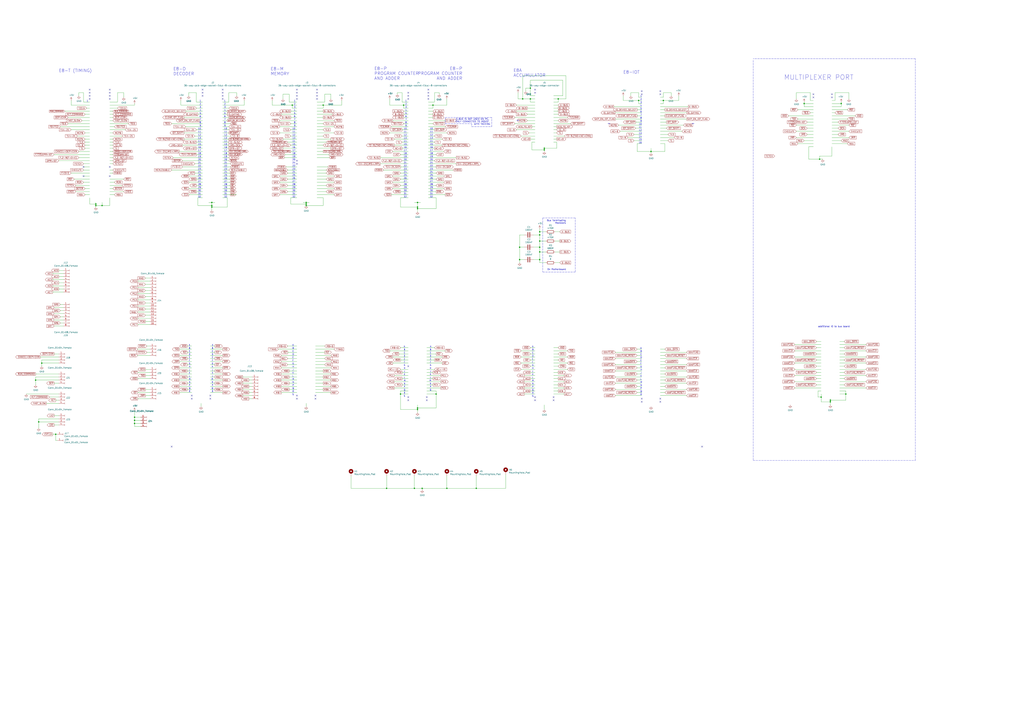
<source format=kicad_sch>
(kicad_sch (version 20211123) (generator eeschema)
  (paper "A1")
  (title_block (title "EDUC-8 Motherboard") (date "2019-07-25"))
  (junction (at 443.23 207.01))
  (junction (at 240.03 86.36))
  (junction (at 31.75 346.71))
  (junction (at 251.46 168.91))
  (junction (at 524.51 82.55))
  (junction (at 78.74 167.64))
  (junction (at 29.21 312.42))
  (junction (at 426.72 203.2))
  (junction (at 367.03 401.32))
  (junction (at 681.99 330.2))
  (junction (at 673.1 130.81))
  (junction (at 690.88 85.09))
  (junction (at 265.43 86.36))
  (junction (at 426.72 213.36))
  (junction (at 173.99 168.91))
  (junction (at 443.23 198.12))
  (junction (at 342.9 171.45))
  (junction (at 34.29 298.45))
  (junction (at 340.36 401.32))
  (junction (at 358.14 323.85))
  (junction (at 342.9 335.28))
  (junction (at 443.23 190.5))
  (junction (at 83.82 168.91))
  (junction (at 317.5 401.32))
  (junction (at 694.69 323.85))
  (junction (at 328.93 323.85))
  (junction (at 447.04 123.19))
  (junction (at 110.49 345.44))
  (junction (at 45.72 356.87))
  (junction (at 443.23 213.36))
  (junction (at 251.46 166.37))
  (junction (at 458.47 81.28))
  (junction (at 110.49 347.98))
  (junction (at 544.83 82.55))
  (junction (at 534.67 124.46))
  (junction (at 435.61 81.28))
  (junction (at 173.99 166.37))
  (junction (at 251.46 167.64))
  (junction (at 435.61 72.39))
  (junction (at 110.49 342.9))
  (junction (at 429.26 81.28))
  (junction (at 342.9 170.18))
  (junction (at 78.74 168.91))
  (junction (at 447.04 121.92))
  (junction (at 346.71 401.32))
  (junction (at 681.99 328.93))
  (junction (at 331.47 86.36))
  (junction (at 391.16 401.32))
  (junction (at 674.37 326.39))
  (junction (at 342.9 336.55))
  (junction (at 660.4 85.09))
  (junction (at 342.9 166.37))
  (junction (at 443.23 203.2))
  (junction (at 443.23 193.04))
  (junction (at 173.99 170.18))
  (junction (at 355.6 86.36))
  (no_connect (at 90.17 76.2))
  (no_connect (at 260.35 76.2))
  (no_connect (at 683.26 80.01))
  (no_connect (at 182.88 81.28))
  (no_connect (at 335.28 78.74))
  (no_connect (at 350.52 328.93))
  (no_connect (at 335.28 326.39))
  (no_connect (at 576.58 367.03))
  (no_connect (at 668.02 80.01))
  (no_connect (at 351.79 73.66))
  (no_connect (at 454.66 328.93))
  (no_connect (at 166.37 76.2))
  (no_connect (at 335.28 76.2))
  (no_connect (at 542.29 74.93))
  (no_connect (at 243.84 134.62))
  (no_connect (at 182.88 73.66))
  (no_connect (at 90.17 73.66))
  (no_connect (at 454.66 326.39))
  (no_connect (at 439.42 328.93))
  (no_connect (at 542.29 327.66))
  (no_connect (at 350.52 326.39))
  (no_connect (at 243.84 81.28))
  (no_connect (at 335.28 81.28))
  (no_connect (at 243.84 73.66))
  (no_connect (at 73.66 78.74))
  (no_connect (at 260.35 78.74))
  (no_connect (at 335.28 328.93))
  (no_connect (at 182.88 78.74))
  (no_connect (at 260.35 73.66))
  (no_connect (at 243.84 132.08))
  (no_connect (at 243.84 78.74))
  (no_connect (at 439.42 326.39))
  (no_connect (at 351.79 78.74))
  (no_connect (at 157.48 327.66))
  (no_connect (at 172.72 327.66))
  (no_connect (at 243.84 76.2))
  (no_connect (at 90.17 137.16))
  (no_connect (at 90.17 144.78))
  (no_connect (at 90.17 81.28))
  (no_connect (at 527.05 77.47))
  (no_connect (at 68.58 144.78))
  (no_connect (at 243.84 327.66))
  (no_connect (at 68.58 137.16))
  (no_connect (at 166.37 73.66))
  (no_connect (at 527.05 74.93))
  (no_connect (at 439.42 73.66))
  (no_connect (at 157.48 325.12))
  (no_connect (at 683.26 77.47))
  (no_connect (at 90.17 78.74))
  (no_connect (at 140.97 367.03))
  (no_connect (at 527.05 330.2))
  (no_connect (at 668.02 77.47))
  (no_connect (at 259.08 327.66))
  (no_connect (at 351.79 81.28))
  (no_connect (at 542.29 330.2))
  (no_connect (at 243.84 325.12))
  (no_connect (at 335.28 300.99))
  (no_connect (at 73.66 81.28))
  (no_connect (at 351.79 76.2))
  (no_connect (at 439.42 76.2))
  (no_connect (at 166.37 78.74))
  (no_connect (at 527.05 327.66))
  (no_connect (at 259.08 325.12))
  (no_connect (at 73.66 73.66))
  (no_connect (at 73.66 76.2))
  (no_connect (at 182.88 76.2))
  (no_connect (at 260.35 81.28))
  (no_connect (at 542.29 77.47))
  (no_connect (at 172.72 325.12))
  (wire (pts (xy 454.66 93.98) (xy 458.47 93.98)))
  (wire (pts (xy 431.8 72.39) (xy 435.61 72.39)))
  (wire (pts (xy 234.95 137.16) (xy 243.84 137.16)))
  (wire (pts (xy 527.05 85.09) (xy 524.51 85.09)))
  (wire (pts (xy 328.93 170.18) (xy 342.9 170.18)))
  (wire (pts (xy 92.71 154.94) (xy 90.17 154.94)))
  (wire (pts (xy 463.55 323.85) (xy 454.66 323.85)))
  (wire (pts (xy 154.94 76.2) (xy 154.94 78.74)))
  (wire (pts (xy 358.14 321.31) (xy 358.14 323.85)))
  (wire (pts (xy 356.87 111.76) (xy 351.79 111.76)))
  (wire (pts (xy 322.58 293.37) (xy 335.28 293.37)))
  (wire (pts (xy 447.04 121.92) (xy 447.04 120.65)))
  (wire (pts (xy 363.22 298.45) (xy 350.52 298.45)))
  (wire (pts (xy 458.47 290.83) (xy 454.66 290.83)))
  (wire (pts (xy 355.6 93.98) (xy 351.79 93.98)))
  (wire (pts (xy 435.61 295.91) (xy 439.42 295.91)))
  (wire (pts (xy 49.53 104.14) (xy 73.66 104.14)))
  (wire (pts (xy 29.21 309.88) (xy 29.21 312.42)))
  (wire (pts (xy 199.39 309.88) (xy 207.01 309.88)))
  (wire (pts (xy 90.17 111.76) (xy 100.33 111.76)))
  (wire (pts (xy 335.28 137.16) (xy 328.93 137.16)))
  (wire (pts (xy 365.76 99.06) (xy 351.79 99.06)))
  (wire (pts (xy 48.26 293.37) (xy 33.02 293.37)))
  (wire (pts (xy 430.53 203.2) (xy 426.72 203.2)))
  (wire (pts (xy 455.93 198.12) (xy 459.74 198.12)))
  (wire (pts (xy 44.45 267.97) (xy 52.07 267.97)))
  (wire (pts (xy 90.17 132.08) (xy 92.71 132.08)))
  (wire (pts (xy 240.03 86.36) (xy 243.84 86.36)))
  (wire (pts (xy 44.45 262.89) (xy 52.07 262.89)))
  (wire (pts (xy 551.18 76.2) (xy 551.18 78.74)))
  (wire (pts (xy 243.84 83.82) (xy 237.49 83.82)))
  (wire (pts (xy 466.09 288.29) (xy 454.66 288.29)))
  (wire (pts (xy 238.76 119.38) (xy 243.84 119.38)))
  (wire (pts (xy 204.47 317.5) (xy 207.01 317.5)))
  (wire (pts (xy 231.14 307.34) (xy 243.84 307.34)))
  (wire (pts (xy 271.78 307.34) (xy 259.08 307.34)))
  (wire (pts (xy 652.78 318.77) (xy 674.37 318.77)))
  (wire (pts (xy 542.29 97.79) (xy 563.88 97.79)))
  (wire (pts (xy 422.91 96.52) (xy 439.42 96.52)))
  (wire (pts (xy 443.23 203.2) (xy 443.23 207.01)))
  (wire (pts (xy 90.17 124.46) (xy 92.71 124.46)))
  (polyline (pts (xy 403.86 104.14) (xy 403.86 96.52)))
  (wire (pts (xy 69.85 93.98) (xy 73.66 93.98)))
  (wire (pts (xy 361.95 318.77) (xy 350.52 318.77)))
  (wire (pts (xy 29.21 312.42) (xy 48.26 312.42)))
  (wire (pts (xy 454.66 99.06) (xy 458.47 99.06)))
  (wire (pts (xy 48.26 232.41) (xy 52.07 232.41)))
  (wire (pts (xy 274.32 149.86) (xy 260.35 149.86)))
  (wire (pts (xy 328.93 162.56) (xy 328.93 170.18)))
  (wire (pts (xy 110.49 86.36) (xy 110.49 85.09)))
  (wire (pts (xy 163.83 99.06) (xy 166.37 99.06)))
  (wire (pts (xy 46.99 361.95) (xy 45.72 361.95)))
  (wire (pts (xy 153.67 289.56) (xy 157.48 289.56)))
  (wire (pts (xy 322.58 154.94) (xy 335.28 154.94)))
  (wire (pts (xy 685.8 76.2) (xy 697.23 76.2)))
  (wire (pts (xy 113.03 311.15) (xy 123.19 311.15)))
  (wire (pts (xy 147.32 287.02) (xy 157.48 287.02)))
  (wire (pts (xy 153.67 320.04) (xy 157.48 320.04)))
  (wire (pts (xy 464.82 62.23) (xy 464.82 81.28)))
  (wire (pts (xy 448.31 207.01) (xy 443.23 207.01)))
  (polyline (pts (xy 618.49 49.53) (xy 618.49 378.46)))
  (wire (pts (xy 237.49 304.8) (xy 243.84 304.8)))
  (wire (pts (xy 38.1 331.47) (xy 48.26 331.47)))
  (wire (pts (xy 690.88 115.57) (xy 683.26 115.57)))
  (wire (pts (xy 674.37 326.39) (xy 674.37 330.2)))
  (wire (pts (xy 547.37 105.41) (xy 542.29 105.41)))
  (wire (pts (xy 115.57 342.9) (xy 110.49 342.9)))
  (wire (pts (xy 363.22 119.38) (xy 351.79 119.38)))
  (wire (pts (xy 83.82 168.91) (xy 83.82 166.37)))
  (wire (pts (xy 358.14 290.83) (xy 350.52 290.83)))
  (wire (pts (xy 236.22 299.72) (xy 243.84 299.72)))
  (wire (pts (xy 152.4 91.44) (xy 166.37 91.44)))
  (wire (pts (xy 110.49 350.52) (xy 110.49 347.98)))
  (wire (pts (xy 670.56 306.07) (xy 674.37 306.07)))
  (wire (pts (xy 237.49 314.96) (xy 243.84 314.96)))
  (wire (pts (xy 44.45 127) (xy 73.66 127)))
  (wire (pts (xy 55.88 96.52) (xy 73.66 96.52)))
  (wire (pts (xy 161.29 83.82) (xy 161.29 76.2)))
  (wire (pts (xy 176.53 299.72) (xy 172.72 299.72)))
  (wire (pts (xy 119.38 264.16) (xy 123.19 264.16)))
  (wire (pts (xy 73.66 149.86) (xy 68.58 149.86)))
  (wire (pts (xy 342.9 170.18) (xy 342.9 166.37)))
  (wire (pts (xy 260.35 96.52) (xy 265.43 96.52)))
  (wire (pts (xy 455.93 190.5) (xy 459.74 190.5)))
  (wire (pts (xy 323.85 119.38) (xy 335.28 119.38)))
  (wire (pts (xy 358.14 142.24) (xy 351.79 142.24)))
  (wire (pts (xy 689.61 321.31) (xy 694.69 321.31)))
  (polyline (pts (xy 751.84 48.26) (xy 618.49 48.26)))
  (wire (pts (xy 229.87 109.22) (xy 243.84 109.22)))
  (wire (pts (xy 439.42 306.07) (xy 435.61 306.07)))
  (wire (pts (xy 426.72 213.36) (xy 426.72 215.9)))
  (wire (pts (xy 229.87 154.94) (xy 243.84 154.94)))
  (wire (pts (xy 113.03 306.07) (xy 123.19 306.07)))
  (wire (pts (xy 189.23 137.16) (xy 182.88 137.16)))
  (wire (pts (xy 189.23 149.86) (xy 182.88 149.86)))
  (wire (pts (xy 694.69 321.31) (xy 694.69 323.85)))
  (wire (pts (xy 534.67 124.46) (xy 534.67 125.73)))
  (wire (pts (xy 351.79 88.9) (xy 355.6 88.9)))
  (wire (pts (xy 328.93 295.91) (xy 335.28 295.91)))
  (wire (pts (xy 542.29 92.71) (xy 563.88 92.71)))
  (wire (pts (xy 458.47 285.75) (xy 454.66 285.75)))
  (wire (pts (xy 231.14 312.42) (xy 243.84 312.42)))
  (wire (pts (xy 683.26 128.27) (xy 683.26 120.65)))
  (wire (pts (xy 187.96 114.3) (xy 182.88 114.3)))
  (wire (pts (xy 443.23 187.96) (xy 443.23 190.5)))
  (wire (pts (xy 542.29 289.56) (xy 563.88 289.56)))
  (wire (pts (xy 113.03 266.7) (xy 123.19 266.7)))
  (wire (pts (xy 267.97 139.7) (xy 260.35 139.7)))
  (wire (pts (xy 436.88 104.14) (xy 439.42 104.14)))
  (wire (pts (xy 152.4 104.14) (xy 166.37 104.14)))
  (wire (pts (xy 523.24 302.26) (xy 527.05 302.26)))
  (wire (pts (xy 652.78 288.29) (xy 674.37 288.29)))
  (wire (pts (xy 68.58 83.82) (xy 68.58 76.2)))
  (wire (pts (xy 544.83 76.2) (xy 551.18 76.2)))
  (wire (pts (xy 331.47 88.9) (xy 331.47 86.36)))
  (wire (pts (xy 187.96 88.9) (xy 182.88 88.9)))
  (wire (pts (xy 68.58 139.7) (xy 73.66 139.7)))
  (wire (pts (xy 435.61 81.28) (xy 435.61 83.82)))
  (wire (pts (xy 439.42 300.99) (xy 435.61 300.99)))
  (wire (pts (xy 342.9 336.55) (xy 342.9 335.28)))
  (wire (pts (xy 430.53 318.77) (xy 439.42 318.77)))
  (wire (pts (xy 265.43 162.56) (xy 260.35 162.56)))
  (wire (pts (xy 113.03 327.66) (xy 123.19 327.66)))
  (wire (pts (xy 274.32 109.22) (xy 260.35 109.22)))
  (wire (pts (xy 48.26 344.17) (xy 31.75 344.17)))
  (wire (pts (xy 523.24 297.18) (xy 527.05 297.18)))
  (wire (pts (xy 673.1 130.81) (xy 673.1 128.27)))
  (wire (pts (xy 670.56 290.83) (xy 674.37 290.83)))
  (wire (pts (xy 78.74 168.91) (xy 78.74 170.18)))
  (wire (pts (xy 233.68 129.54) (xy 243.84 129.54)))
  (wire (pts (xy 438.15 213.36) (xy 443.23 213.36)))
  (wire (pts (xy 151.13 96.52) (xy 166.37 96.52)))
  (wire (pts (xy 534.67 124.46) (xy 534.67 121.92)))
  (wire (pts (xy 236.22 284.48) (xy 243.84 284.48)))
  (wire (pts (xy 115.57 345.44) (xy 110.49 345.44)))
  (wire (pts (xy 147.32 297.18) (xy 157.48 297.18)))
  (wire (pts (xy 64.77 76.2) (xy 64.77 78.74)))
  (wire (pts (xy 463.55 308.61) (xy 454.66 308.61)))
  (wire (pts (xy 243.84 162.56) (xy 238.76 162.56)))
  (wire (pts (xy 466.09 303.53) (xy 454.66 303.53)))
  (wire (pts (xy 655.32 118.11) (xy 668.02 118.11)))
  (wire (pts (xy 182.88 162.56) (xy 186.69 162.56)))
  (wire (pts (xy 523.24 322.58) (xy 527.05 322.58)))
  (wire (pts (xy 189.23 157.48) (xy 182.88 157.48)))
  (wire (pts (xy 364.49 149.86) (xy 351.79 149.86)))
  (wire (pts (xy 229.87 104.14) (xy 243.84 104.14)))
  (wire (pts (xy 374.65 129.54) (xy 351.79 129.54)))
  (wire (pts (xy 356.87 83.82) (xy 351.79 83.82)))
  (wire (pts (xy 153.67 294.64) (xy 157.48 294.64)))
  (wire (pts (xy 265.43 88.9) (xy 265.43 86.36)))
  (wire (pts (xy 457.2 116.84) (xy 454.66 116.84)))
  (wire (pts (xy 458.47 321.31) (xy 454.66 321.31)))
  (wire (pts (xy 176.53 284.48) (xy 172.72 284.48)))
  (wire (pts (xy 43.18 234.95) (xy 52.07 234.95)))
  (wire (pts (xy 458.47 316.23) (xy 454.66 316.23)))
  (wire (pts (xy 670.56 280.67) (xy 674.37 280.67)))
  (wire (pts (xy 358.14 162.56) (xy 358.14 171.45)))
  (wire (pts (xy 154.94 160.02) (xy 166.37 160.02)))
  (wire (pts (xy 523.24 90.17) (xy 527.05 90.17)))
  (wire (pts (xy 683.26 82.55) (xy 685.8 82.55)))
  (wire (pts (xy 69.85 114.3) (xy 73.66 114.3)))
  (wire (pts (xy 90.17 119.38) (xy 92.71 119.38)))
  (wire (pts (xy 330.2 76.2) (xy 326.39 76.2)))
  (wire (pts (xy 231.14 93.98) (xy 243.84 93.98)))
  (wire (pts (xy 685.8 92.71) (xy 683.26 92.71)))
  (polyline (pts (xy 403.86 96.52) (xy 365.76 96.52)))
  (wire (pts (xy 187.96 106.68) (xy 182.88 106.68)))
  (wire (pts (xy 161.29 116.84) (xy 166.37 116.84)))
  (wire (pts (xy 90.17 134.62) (xy 92.71 134.62)))
  (wire (pts (xy 60.96 147.32) (xy 73.66 147.32)))
  (wire (pts (xy 355.6 306.07) (xy 350.52 306.07)))
  (wire (pts (xy 320.04 86.36) (xy 320.04 81.28)))
  (wire (pts (xy 447.04 123.19) (xy 447.04 124.46)))
  (wire (pts (xy 330.2 83.82) (xy 335.28 83.82)))
  (wire (pts (xy 546.1 95.25) (xy 542.29 95.25)))
  (wire (pts (xy 78.74 168.91) (xy 83.82 168.91)))
  (wire (pts (xy 693.42 290.83) (xy 689.61 290.83)))
  (wire (pts (xy 563.88 309.88) (xy 542.29 309.88)))
  (wire (pts (xy 161.29 88.9) (xy 166.37 88.9)))
  (wire (pts (xy 448.31 198.12) (xy 443.23 198.12)))
  (wire (pts (xy 448.31 190.5) (xy 443.23 190.5)))
  (wire (pts (xy 231.14 317.5) (xy 243.84 317.5)))
  (wire (pts (xy 331.47 86.36) (xy 320.04 86.36)))
  (wire (pts (xy 113.03 322.58) (xy 123.19 322.58)))
  (wire (pts (xy 176.53 320.04) (xy 172.72 320.04)))
  (wire (pts (xy 553.72 113.03) (xy 542.29 113.03)))
  (wire (pts (xy 342.9 166.37) (xy 345.44 166.37)))
  (wire (pts (xy 689.61 323.85) (xy 694.69 323.85)))
  (wire (pts (xy 711.2 293.37) (xy 689.61 293.37)))
  (wire (pts (xy 524.51 76.2) (xy 518.16 76.2)))
  (wire (pts (xy 505.46 299.72) (xy 527.05 299.72)))
  (wire (pts (xy 110.49 345.44) (xy 110.49 342.9)))
  (wire (pts (xy 189.23 134.62) (xy 182.88 134.62)))
  (wire (pts (xy 448.31 215.9) (xy 443.23 215.9)))
  (wire (pts (xy 236.22 147.32) (xy 243.84 147.32)))
  (wire (pts (xy 58.42 86.36) (xy 58.42 82.55)))
  (wire (pts (xy 271.78 292.1) (xy 259.08 292.1)))
  (wire (pts (xy 166.37 109.22) (xy 151.13 109.22)))
  (wire (pts (xy 342.9 336.55) (xy 342.9 339.09)))
  (wire (pts (xy 355.6 86.36) (xy 367.03 86.36)))
  (wire (pts (xy 162.56 93.98) (xy 166.37 93.98)))
  (wire (pts (xy 176.53 314.96) (xy 172.72 314.96)))
  (wire (pts (xy 548.64 115.57) (xy 542.29 115.57)))
  (wire (pts (xy 153.67 314.96) (xy 157.48 314.96)))
  (wire (pts (xy 90.17 99.06) (xy 92.71 99.06)))
  (wire (pts (xy 90.17 168.91) (xy 90.17 162.56)))
  (wire (pts (xy 142.24 129.54) (xy 166.37 129.54)))
  (wire (pts (xy 697.23 102.87) (xy 683.26 102.87)))
  (wire (pts (xy 323.85 318.77) (xy 335.28 318.77)))
  (wire (pts (xy 182.88 83.82) (xy 187.96 83.82)))
  (wire (pts (xy 43.18 240.03) (xy 52.07 240.03)))
  (wire (pts (xy 697.23 76.2) (xy 697.23 81.28)))
  (wire (pts (xy 654.05 107.95) (xy 668.02 107.95)))
  (wire (pts (xy 90.17 114.3) (xy 92.71 114.3)))
  (wire (pts (xy 454.66 300.99) (xy 458.47 300.99)))
  (wire (pts (xy 435.61 72.39) (xy 435.61 66.04)))
  (wire (pts (xy 681.99 330.2) (xy 681.99 332.74)))
  (wire (pts (xy 265.43 314.96) (xy 259.08 314.96)))
  (wire (pts (xy 265.43 119.38) (xy 260.35 119.38)))
  (wire (pts (xy 518.16 76.2) (xy 518.16 78.74)))
  (wire (pts (xy 458.47 311.15) (xy 454.66 311.15)))
  (wire (pts (xy 542.29 118.11) (xy 546.1 118.11)))
  (wire (pts (xy 433.07 93.98) (xy 439.42 93.98)))
  (wire (pts (xy 688.34 105.41) (xy 683.26 105.41)))
  (wire (pts (xy 447.04 121.92) (xy 457.2 121.92)))
  (wire (pts (xy 44.45 314.96) (xy 48.26 314.96)))
  (wire (pts (xy 113.03 256.54) (xy 123.19 256.54)))
  (wire (pts (xy 232.41 121.92) (xy 243.84 121.92)))
  (wire (pts (xy 161.29 76.2) (xy 154.94 76.2)))
  (wire (pts (xy 335.28 86.36) (xy 331.47 86.36)))
  (polyline (pts (xy 387.35 101.6) (xy 387.35 104.14)))
  (wire (pts (xy 429.26 62.23) (xy 464.82 62.23)))
  (wire (pts (xy 427.99 298.45) (xy 439.42 298.45)))
  (wire (pts (xy 505.46 320.04) (xy 527.05 320.04)))
  (wire (pts (xy 48.26 132.08) (xy 73.66 132.08)))
  (wire (pts (xy 265.43 320.04) (xy 259.08 320.04)))
  (wire (pts (xy 119.38 233.68) (xy 123.19 233.68)))
  (wire (pts (xy 356.87 116.84) (xy 351.79 116.84)))
  (wire (pts (xy 182.88 307.34) (xy 172.72 307.34)))
  (wire (pts (xy 462.28 78.74) (xy 454.66 78.74)))
  (wire (pts (xy 147.32 322.58) (xy 157.48 322.58)))
  (wire (pts (xy 351.79 86.36) (xy 355.6 86.36)))
  (wire (pts (xy 443.23 207.01) (xy 443.23 213.36)))
  (wire (pts (xy 439.42 116.84) (xy 436.88 116.84)))
  (wire (pts (xy 83.82 168.91) (xy 90.17 168.91)))
  (wire (pts (xy 323.85 313.69) (xy 335.28 313.69)))
  (wire (pts (xy 433.07 99.06) (xy 439.42 99.06)))
  (wire (pts (xy 695.96 97.79) (xy 683.26 97.79)))
  (wire (pts (xy 355.6 316.23) (xy 350.52 316.23)))
  (wire (pts (xy 90.17 149.86) (xy 93.98 149.86)))
  (wire (pts (xy 433.07 88.9) (xy 439.42 88.9)))
  (wire (pts (xy 690.88 87.63) (xy 683.26 87.63)))
  (wire (pts (xy 356.87 106.68) (xy 351.79 106.68)))
  (wire (pts (xy 182.88 101.6) (xy 189.23 101.6)))
  (wire (pts (xy 523.24 95.25) (xy 527.05 95.25)))
  (wire (pts (xy 458.47 295.91) (xy 454.66 295.91)))
  (wire (pts (xy 243.84 96.52) (xy 238.76 96.52)))
  (wire (pts (xy 48.26 222.25) (xy 52.07 222.25)))
  (wire (pts (xy 693.42 285.75) (xy 689.61 285.75)))
  (wire (pts (xy 269.24 137.16) (xy 260.35 137.16)))
  (wire (pts (xy 260.35 86.36) (xy 265.43 86.36)))
  (wire (pts (xy 161.29 127) (xy 166.37 127)))
  (wire (pts (xy 204.47 312.42) (xy 207.01 312.42)))
  (wire (pts (xy 548.64 110.49) (xy 542.29 110.49)))
  (wire (pts (xy 330.2 306.07) (xy 335.28 306.07)))
  (wire (pts (xy 443.23 190.5) (xy 443.23 193.04)))
  (wire (pts (xy 463.55 318.77) (xy 454.66 318.77)))
  (wire (pts (xy 542.29 85.09) (xy 544.83 85.09)))
  (wire (pts (xy 695.96 90.17) (xy 683.26 90.17)))
  (wire (pts (xy 435.61 321.31) (xy 439.42 321.31)))
  (polyline (pts (xy 445.77 223.52) (xy 472.44 223.52)))
  (wire (pts (xy 223.52 82.55) (xy 223.52 86.36)))
  (wire (pts (xy 271.78 302.26) (xy 259.08 302.26)))
  (wire (pts (xy 430.53 193.04) (xy 426.72 193.04)))
  (wire (pts (xy 436.88 116.84) (xy 436.88 123.19)))
  (polyline (pts (xy 365.76 101.6) (xy 387.35 101.6)))
  (wire (pts (xy 671.83 321.31) (xy 671.83 326.39)))
  (wire (pts (xy 92.71 109.22) (xy 90.17 109.22)))
  (wire (pts (xy 544.83 82.55) (xy 557.53 82.55)))
  (wire (pts (xy 260.35 88.9) (xy 265.43 88.9)))
  (wire (pts (xy 424.18 91.44) (xy 439.42 91.44)))
  (wire (pts (xy 527.05 92.71) (xy 505.46 92.71)))
  (wire (pts (xy 187.96 96.52) (xy 182.88 96.52)))
  (wire (pts (xy 427.99 111.76) (xy 439.42 111.76)))
  (wire (pts (xy 652.78 298.45) (xy 674.37 298.45)))
  (wire (pts (xy 166.37 101.6) (xy 140.97 101.6)))
  (wire (pts (xy 563.88 294.64) (xy 542.29 294.64)))
  (wire (pts (xy 427.99 293.37) (xy 439.42 293.37)))
  (wire (pts (xy 660.4 83.82) (xy 660.4 85.09)))
  (wire (pts (xy 231.14 297.18) (xy 243.84 297.18)))
  (wire (pts (xy 427.99 303.53) (xy 439.42 303.53)))
  (polyline (pts (xy 365.76 96.52) (xy 365.76 101.6)))
  (wire (pts (xy 266.7 299.72) (xy 259.08 299.72)))
  (wire (pts (xy 189.23 111.76) (xy 182.88 111.76)))
  (wire (pts (xy 520.7 115.57) (xy 527.05 115.57)))
  (wire (pts (xy 186.69 91.44) (xy 182.88 91.44)))
  (wire (pts (xy 429.26 81.28) (xy 435.61 81.28)))
  (wire (pts (xy 189.23 152.4) (xy 182.88 152.4)))
  (wire (pts (xy 90.17 83.82) (xy 96.52 83.82)))
  (wire (pts (xy 527.05 307.34) (xy 523.24 307.34)))
  (wire (pts (xy 326.39 76.2) (xy 326.39 77.47)))
  (wire (pts (xy 49.53 250.19) (xy 52.07 250.19)))
  (wire (pts (xy 365.76 104.14) (xy 351.79 104.14)))
  (wire (pts (xy 62.23 152.4) (xy 73.66 152.4)))
  (wire (pts (xy 48.26 346.71) (xy 31.75 346.71)))
  (wire (pts (xy 194.31 160.02) (xy 182.88 160.02)))
  (wire (pts (xy 194.31 76.2) (xy 194.31 78.74)))
  (wire (pts (xy 68.58 76.2) (xy 64.77 76.2)))
  (wire (pts (xy 424.18 106.68) (xy 439.42 106.68)))
  (wire (pts (xy 321.31 104.14) (xy 335.28 104.14)))
  (wire (pts (xy 119.38 254) (xy 123.19 254)))
  (wire (pts (xy 186.69 93.98) (xy 182.88 93.98)))
  (wire (pts (xy 693.42 311.15) (xy 689.61 311.15)))
  (wire (pts (xy 254 166.37) (xy 251.46 166.37)))
  (wire (pts (xy 236.22 289.56) (xy 243.84 289.56)))
  (wire (pts (xy 454.66 96.52) (xy 466.09 96.52)))
  (wire (pts (xy 328.93 323.85) (xy 328.93 336.55)))
  (wire (pts (xy 45.72 356.87) (xy 46.99 356.87)))
  (wire (pts (xy 274.32 154.94) (xy 260.35 154.94)))
  (wire (pts (xy 351.79 137.16) (xy 358.14 137.16)))
  (wire (pts (xy 660.4 87.63) (xy 668.02 87.63)))
  (wire (pts (xy 73.66 83.82) (xy 68.58 83.82)))
  (wire (pts (xy 92.71 96.52) (xy 90.17 96.52)))
  (wire (pts (xy 78.74 167.64) (xy 78.74 168.91)))
  (wire (pts (xy 260.35 83.82) (xy 266.7 83.82)))
  (wire (pts (xy 509.27 107.95) (xy 527.05 107.95)))
  (wire (pts (xy 328.93 321.31) (xy 335.28 321.31)))
  (wire (pts (xy 331.47 93.98) (xy 335.28 93.98)))
  (wire (pts (xy 236.22 139.7) (xy 243.84 139.7)))
  (wire (pts (xy 458.47 88.9) (xy 454.66 88.9)))
  (wire (pts (xy 546.1 302.26) (xy 542.29 302.26)))
  (wire (pts (xy 274.32 287.02) (xy 259.08 287.02)))
  (wire (pts (xy 189.23 154.94) (xy 182.88 154.94)))
  (wire (pts (xy 546.1 297.18) (xy 542.29 297.18)))
  (wire (pts (xy 265.43 106.68) (xy 260.35 106.68)))
  (wire (pts (xy 237.49 320.04) (xy 243.84 320.04)))
  (wire (pts (xy 266.7 284.48) (xy 259.08 284.48)))
  (wire (pts (xy 524.51 80.01) (xy 524.51 76.2)))
  (wire (pts (xy 173.99 170.18) (xy 186.69 170.18)))
  (wire (pts (xy 670.56 311.15) (xy 674.37 311.15)))
  (wire (pts (xy 45.72 361.95) (xy 45.72 356.87)))
  (wire (pts (xy 356.87 132.08) (xy 351.79 132.08)))
  (wire (pts (xy 119.38 238.76) (xy 123.19 238.76)))
  (wire (pts (xy 288.29 401.32) (xy 288.29 391.16)))
  (wire (pts (xy 527.05 289.56) (xy 505.46 289.56)))
  (wire (pts (xy 48.26 295.91) (xy 34.29 295.91)))
  (wire (pts (xy 524.51 85.09) (xy 524.51 82.55)))
  (wire (pts (xy 327.66 290.83) (xy 335.28 290.83)))
  (wire (pts (xy 240.03 88.9) (xy 243.84 88.9)))
  (wire (pts (xy 182.88 139.7) (xy 187.96 139.7)))
  (wire (pts (xy 161.29 121.92) (xy 166.37 121.92)))
  (wire (pts (xy 668.02 85.09) (xy 660.4 85.09)))
  (wire (pts (xy 435.61 285.75) (xy 439.42 285.75)))
  (polyline (pts (xy 445.77 179.07) (xy 445.77 223.52)))
  (wire (pts (xy 78.74 166.37) (xy 78.74 167.64)))
  (wire (pts (xy 674.37 323.85) (xy 674.37 326.39)))
  (wire (pts (xy 199.39 325.12) (xy 207.01 325.12)))
  (wire (pts (xy 187.96 119.38) (xy 182.88 119.38)))
  (wire (pts (xy 265.43 91.44) (xy 260.35 91.44)))
  (wire (pts (xy 90.17 129.54) (xy 92.71 129.54)))
  (wire (pts (xy 68.58 134.62) (xy 73.66 134.62)))
  (wire (pts (xy 182.88 292.1) (xy 172.72 292.1)))
  (wire (pts (xy 542.29 82.55) (xy 544.83 82.55)))
  (wire (pts (xy 466.09 298.45) (xy 454.66 298.45)))
  (wire (pts (xy 113.03 231.14) (xy 123.19 231.14)))
  (wire (pts (xy 355.6 101.6) (xy 351.79 101.6)))
  (wire (pts (xy 505.46 294.64) (xy 527.05 294.64)))
  (wire (pts (xy 358.14 171.45) (xy 342.9 171.45)))
  (wire (pts (xy 521.97 105.41) (xy 527.05 105.41)))
  (wire (pts (xy 435.61 66.04) (xy 462.28 66.04)))
  (wire (pts (xy 147.32 317.5) (xy 157.48 317.5)))
  (wire (pts (xy 674.37 330.2) (xy 681.99 330.2)))
  (wire (pts (xy 523.24 292.1) (xy 527.05 292.1)))
  (wire (pts (xy 340.36 391.16) (xy 340.36 401.32)))
  (wire (pts (xy 149.86 137.16) (xy 166.37 137.16)))
  (wire (pts (xy 365.76 160.02) (xy 351.79 160.02)))
  (wire (pts (xy 29.21 309.88) (xy 48.26 309.88)))
  (wire (pts (xy 267.97 157.48) (xy 260.35 157.48)))
  (wire (pts (xy 711.2 303.53) (xy 689.61 303.53)))
  (wire (pts (xy 237.49 83.82) (xy 237.49 77.47)))
  (wire (pts (xy 689.61 283.21) (xy 711.2 283.21)))
  (wire (pts (xy 330.2 121.92) (xy 335.28 121.92)))
  (wire (pts (xy 652.78 308.61) (xy 674.37 308.61)))
  (wire (pts (xy 328.93 162.56) (xy 335.28 162.56)))
  (polyline (pts (xy 472.44 179.07) (xy 445.77 179.07)))
  (wire (pts (xy 330.2 316.23) (xy 335.28 316.23)))
  (wire (pts (xy 695.96 118.11) (xy 683.26 118.11)))
  (wire (pts (xy 200.66 82.55) (xy 200.66 86.36)))
  (wire (pts (xy 64.77 129.54) (xy 73.66 129.54)))
  (wire (pts (xy 270.51 129.54) (xy 260.35 129.54)))
  (wire (pts (xy 236.22 157.48) (xy 243.84 157.48)))
  (wire (pts (xy 358.14 335.28) (xy 358.14 323.85)))
  (wire (pts (xy 330.2 116.84) (xy 335.28 116.84)))
  (wire (pts (xy 457.2 106.68) (xy 454.66 106.68)))
  (wire (pts (xy 697.23 113.03) (xy 683.26 113.03)))
  (wire (pts (xy 447.04 332.74) (xy 447.04 336.55)))
  (wire (pts (xy 668.02 120.65) (xy 664.21 120.65)))
  (wire (pts (xy 31.75 346.71) (xy 31.75 351.79)))
  (wire (pts (xy 187.96 83.82) (xy 187.96 76.2)))
  (wire (pts (xy 113.03 241.3) (xy 123.19 241.3)))
  (wire (pts (xy 119.38 303.53) (xy 123.19 303.53)))
  (wire (pts (xy 69.85 160.02) (xy 73.66 160.02)))
  (wire (pts (xy 429.26 81.28) (xy 429.26 62.23)))
  (wire (pts (xy 654.05 76.2) (xy 654.05 81.28)))
  (wire (pts (xy 266.7 83.82) (xy 266.7 77.47)))
  (wire (pts (xy 204.47 322.58) (xy 207.01 322.58)))
  (wire (pts (xy 361.95 308.61) (xy 350.52 308.61)))
  (wire (pts (xy 458.47 81.28) (xy 454.66 81.28)))
  (wire (pts (xy 231.14 302.26) (xy 243.84 302.26)))
  (wire (pts (xy 266.7 289.56) (xy 259.08 289.56)))
  (wire (pts (xy 44.45 257.81) (xy 52.07 257.81)))
  (wire (pts (xy 149.86 119.38) (xy 166.37 119.38)))
  (wire (pts (xy 689.61 300.99) (xy 693.42 300.99)))
  (wire (pts (xy 670.56 295.91) (xy 674.37 295.91)))
  (wire (pts (xy 71.12 88.9) (xy 73.66 88.9)))
  (wire (pts (xy 176.53 294.64) (xy 172.72 294.64)))
  (wire (pts (xy 93.98 160.02) (xy 90.17 160.02)))
  (wire (pts (xy 148.59 86.36) (xy 166.37 86.36)))
  (wire (pts (xy 238.76 162.56) (xy 238.76 167.64)))
  (wire (pts (xy 119.38 228.6) (xy 123.19 228.6)))
  (wire (pts (xy 523.24 317.5) (xy 527.05 317.5)))
  (wire (pts (xy 665.48 76.2) (xy 654.05 76.2)))
  (wire (pts (xy 271.78 317.5) (xy 259.08 317.5)))
  (wire (pts (xy 546.1 90.17) (xy 542.29 90.17)))
  (wire (pts (xy 655.32 90.17) (xy 668.02 90.17)))
  (wire (pts (xy 563.88 299.72) (xy 542.29 299.72)))
  (wire (pts (xy 330.2 132.08) (xy 335.28 132.08)))
  (wire (pts (xy 523.24 312.42) (xy 527.05 312.42)))
  (wire (pts (xy 364.49 124.46) (xy 351.79 124.46)))
  (wire (pts (xy 430.53 323.85) (xy 439.42 323.85)))
  (wire (pts (xy 662.94 105.41) (xy 668.02 105.41)))
  (wire (pts (xy 265.43 101.6) (xy 260.35 101.6)))
  (wire (pts (xy 328.93 303.53) (xy 335.28 303.53)))
  (wire (pts (xy 273.05 93.98) (xy 260.35 93.98)))
  (wire (pts (xy 151.13 114.3) (xy 166.37 114.3)))
  (wire (pts (xy 251.46 166.37) (xy 248.92 166.37)))
  (wire (pts (xy 563.88 320.04) (xy 542.29 320.04)))
  (wire (pts (xy 120.65 284.48) (xy 123.19 284.48)))
  (wire (pts (xy 69.85 154.94) (xy 73.66 154.94)))
  (wire (pts (xy 49.53 265.43) (xy 52.07 265.43)))
  (wire (pts (xy 96.52 83.82) (xy 96.52 76.2)))
  (wire (pts (xy 458.47 83.82) (xy 458.47 81.28)))
  (wire (pts (xy 274.32 104.14) (xy 260.35 104.14)))
  (wire (pts (xy 457.2 121.92) (xy 457.2 116.84)))
  (wire (pts (xy 435.61 83.82) (xy 439.42 83.82)))
  (wire (pts (xy 690.88 83.82) (xy 690.88 85.09)))
  (wire (pts (xy 673.1 128.27) (xy 683.26 128.27)))
  (wire (pts (xy 435.61 81.28) (xy 439.42 81.28)))
  (wire (pts (xy 443.23 198.12) (xy 443.23 203.2)))
  (wire (pts (xy 73.66 137.16) (xy 68.58 137.16)))
  (wire (pts (xy 463.55 313.69) (xy 454.66 313.69)))
  (wire (pts (xy 182.88 287.02) (xy 172.72 287.02)))
  (wire (pts (xy 505.46 325.12) (xy 527.05 325.12)))
  (wire (pts (xy 322.58 298.45) (xy 335.28 298.45)))
  (wire (pts (xy 267.97 142.24) (xy 260.35 142.24)))
  (wire (pts (xy 435.61 311.15) (xy 439.42 311.15)))
  (wire (pts (xy 105.41 101.6) (xy 90.17 101.6)))
  (wire (pts (xy 457.2 109.22) (xy 454.66 109.22)))
  (wire (pts (xy 274.32 99.06) (xy 260.35 99.06)))
  (wire (pts (xy 434.34 109.22) (xy 439.42 109.22)))
  (wire (pts (xy 342.9 335.28) (xy 358.14 335.28)))
  (wire (pts (xy 544.83 85.09) (xy 544.83 82.55)))
  (wire (pts (xy 524.51 82.55) (xy 527.05 82.55)))
  (wire (pts (xy 662.94 110.49) (xy 668.02 110.49)))
  (polyline (pts (xy 387.35 104.14) (xy 403.86 104.14)))
  (wire (pts (xy 44.45 341.63) (xy 48.26 341.63)))
  (wire (pts (xy 443.23 213.36) (xy 443.23 215.9)))
  (wire (pts (xy 90.17 88.9) (xy 96.52 88.9)))
  (wire (pts (xy 229.87 144.78) (xy 243.84 144.78)))
  (wire (pts (xy 454.66 306.07) (xy 458.47 306.07)))
  (wire (pts (xy 115.57 350.52) (xy 110.49 350.52)))
  (wire (pts (xy 147.32 312.42) (xy 157.48 312.42)))
  (wire (pts (xy 458.47 86.36) (xy 454.66 86.36)))
  (wire (pts (xy 58.42 106.68) (xy 73.66 106.68)))
  (wire (pts (xy 232.41 77.47) (xy 232.41 81.28)))
  (wire (pts (xy 652.78 313.69) (xy 674.37 313.69)))
  (wire (pts (xy 346.71 402.59) (xy 346.71 401.32)))
  (wire (pts (xy 367.03 401.32) (xy 346.71 401.32)))
  (wire (pts (xy 694.69 323.85) (xy 694.69 328.93)))
  (wire (pts (xy 182.88 142.24) (xy 189.23 142.24)))
  (wire (pts (xy 693.42 316.23) (xy 689.61 316.23)))
  (wire (pts (xy 160.02 134.62) (xy 166.37 134.62)))
  (wire (pts (xy 331.47 91.44) (xy 335.28 91.44)))
  (wire (pts (xy 323.85 308.61) (xy 335.28 308.61)))
  (wire (pts (xy 160.02 111.76) (xy 166.37 111.76)))
  (wire (pts (xy 312.42 129.54) (xy 335.28 129.54)))
  (wire (pts (xy 119.38 320.04) (xy 123.19 320.04)))
  (wire (pts (xy 119.38 325.12) (xy 123.19 325.12)))
  (wire (pts (xy 73.66 162.56) (xy 73.66 167.64)))
  (wire (pts (xy 161.29 157.48) (xy 166.37 157.48)))
  (wire (pts (xy 335.28 323.85) (xy 328.93 323.85)))
  (wire (pts (xy 271.78 297.18) (xy 259.08 297.18)))
  (wire (pts (xy 331.47 96.52) (xy 335.28 96.52)))
  (wire (pts (xy 200.66 86.36) (xy 182.88 86.36)))
  (wire (pts (xy 173.99 168.91) (xy 173.99 166.37)))
  (wire (pts (xy 328.93 336.55) (xy 342.9 336.55)))
  (wire (pts (xy 426.72 213.36) (xy 426.72 203.2)))
  (wire (pts (xy 546.1 124.46) (xy 534.67 124.46)))
  (wire (pts (xy 523.24 287.02) (xy 527.05 287.02)))
  (wire (pts (xy 330.2 83.82) (xy 330.2 76.2)))
  (wire (pts (xy 314.96 139.7) (xy 335.28 139.7)))
  (wire (pts (xy 113.03 261.62) (xy 123.19 261.62)))
  (wire (pts (xy 265.43 111.76) (xy 260.35 111.76)))
  (wire (pts (xy 422.91 101.6) (xy 439.42 101.6)))
  (wire (pts (xy 113.03 251.46) (xy 123.19 251.46)))
  (wire (pts (xy 153.67 284.48) (xy 157.48 284.48)))
  (wire (pts (xy 335.28 88.9) (xy 331.47 88.9)))
  (wire (pts (xy 182.88 312.42) (xy 172.72 312.42)))
  (wire (pts (xy 435.61 316.23) (xy 439.42 316.23)))
  (wire (pts (xy 425.45 81.28) (xy 429.26 81.28)))
  (wire (pts (xy 153.67 299.72) (xy 157.48 299.72)))
  (wire (pts (xy 511.81 82.55) (xy 524.51 82.55)))
  (wire (pts (xy 455.93 215.9) (xy 459.74 215.9)))
  (wire (pts (xy 280.67 82.55) (xy 280.67 86.36)))
  (wire (pts (xy 521.97 100.33) (xy 527.05 100.33)))
  (wire (pts (xy 64.77 124.46) (xy 73.66 124.46)))
  (wire (pts (xy 48.26 227.33) (xy 52.07 227.33)))
  (wire (pts (xy 702.31 95.25) (xy 683.26 95.25)))
  (wire (pts (xy 274.32 160.02) (xy 260.35 160.02)))
  (wire (pts (xy 92.71 93.98) (xy 90.17 93.98)))
  (wire (pts (xy 69.85 116.84) (xy 73.66 116.84)))
  (wire (pts (xy 265.43 86.36) (xy 280.67 86.36)))
  (wire (pts (xy 546.1 322.58) (xy 542.29 322.58)))
  (wire (pts (xy 466.09 293.37) (xy 454.66 293.37)))
  (wire (pts (xy 45.72 328.93) (xy 48.26 328.93)))
  (wire (pts (xy 90.17 157.48) (xy 101.6 157.48)))
  (wire (pts (xy 321.31 160.02) (xy 335.28 160.02)))
  (wire (pts (xy 342.9 335.28) (xy 342.9 332.74)))
  (wire (pts (xy 523.24 124.46) (xy 534.67 124.46)))
  (wire (pts (xy 438.15 203.2) (xy 443.23 203.2)))
  (wire (pts (xy 147.32 292.1) (xy 157.48 292.1)))
  (wire (pts (xy 187.96 116.84) (xy 182.88 116.84)))
  (wire (pts (xy 90.17 139.7) (xy 92.71 139.7)))
  (wire (pts (xy 176.53 304.8) (xy 172.72 304.8)))
  (wire (pts (xy 358.14 162.56) (xy 351.79 162.56)))
  (wire (pts (xy 655.32 97.79) (xy 668.02 97.79)))
  (wire (pts (xy 176.53 289.56) (xy 172.72 289.56)))
  (wire (pts (xy 356.87 285.75) (xy 350.52 285.75)))
  (polyline (pts (xy 472.44 223.52) (xy 472.44 179.07)))
  (wire (pts (xy 266.7 77.47) (xy 271.78 77.47)))
  (wire (pts (xy 44.45 349.25) (xy 48.26 349.25)))
  (wire (pts (xy 652.78 303.53) (xy 674.37 303.53)))
  (wire (pts (xy 358.14 127) (xy 351.79 127)))
  (wire (pts (xy 199.39 320.04) (xy 207.01 320.04)))
  (wire (pts (xy 251.46 168.91) (xy 265.43 168.91)))
  (wire (pts (xy 229.87 149.86) (xy 243.84 149.86)))
  (wire (pts (xy 457.2 104.14) (xy 454.66 104.14)))
  (wire (pts (xy 436.88 123.19) (xy 447.04 123.19)))
  (wire (pts (xy 90.17 152.4) (xy 100.33 152.4)))
  (wire (pts (xy 21.59 323.85) (xy 48.26 323.85)))
  (wire (pts (xy 317.5 401.32) (xy 288.29 401.32)))
  (wire (pts (xy 229.87 99.06) (xy 243.84 99.06)))
  (wire (pts (xy 664.21 120.65) (xy 664.21 130.81)))
  (wire (pts (xy 356.87 295.91) (xy 350.52 295.91)))
  (wire (pts (xy 322.58 124.46) (xy 335.28 124.46)))
  (wire (pts (xy 110.49 342.9) (xy 110.49 337.82)))
  (wire (pts (xy 544.83 80.01) (xy 544.83 76.2)))
  (wire (pts (xy 90.17 116.84) (xy 92.71 116.84)))
  (wire (pts (xy 365.76 288.29) (xy 350.52 288.29)))
  (wire (pts (xy 69.85 121.92) (xy 73.66 121.92)))
  (wire (pts (xy 229.87 160.02) (xy 243.84 160.02)))
  (wire (pts (xy 328.93 157.48) (xy 335.28 157.48)))
  (wire (pts (xy 335.28 134.62) (xy 312.42 134.62)))
  (wire (pts (xy 527.05 97.79) (xy 505.46 97.79)))
  (wire (pts (xy 102.87 106.68) (xy 90.17 106.68)))
  (wire (pts (xy 674.37 300.99) (xy 670.56 300.99)))
  (wire (pts (xy 654.05 113.03) (xy 668.02 113.03)))
  (wire (pts (xy 542.29 307.34) (xy 546.1 307.34)))
  (wire (pts (xy 154.94 144.78) (xy 166.37 144.78)))
  (wire (pts (xy 711.2 308.61) (xy 689.61 308.61)))
  (wire (pts (xy 358.14 157.48) (xy 351.79 157.48)))
  (wire (pts (xy 662.94 100.33) (xy 668.02 100.33)))
  (wire (pts (xy 688.34 110.49) (xy 683.26 110.49)))
  (wire (pts (xy 113.03 236.22) (xy 123.19 236.22)))
  (wire (pts (xy 166.37 147.32) (xy 161.29 147.32)))
  (wire (pts (xy 113.03 246.38) (xy 123.19 246.38)))
  (wire (pts (xy 161.29 152.4) (xy 166.37 152.4)))
  (wire (pts (xy 358.14 147.32) (xy 351.79 147.32)))
  (wire (pts (xy 665.48 92.71) (xy 668.02 92.71)))
  (wire (pts (xy 34.29 298.45) (xy 34.29 300.99)))
  (wire (pts (xy 355.6 96.52) (xy 351.79 96.52)))
  (wire (pts (xy 228.6 287.02) (xy 243.84 287.02)))
  (wire (pts (xy 328.93 321.31) (xy 328.93 323.85)))
  (wire (pts (xy 563.88 304.8) (xy 542.29 304.8)))
  (wire (pts (xy 563.88 325.12) (xy 542.29 325.12)))
  (wire (pts (xy 92.71 91.44) (xy 90.17 91.44)))
  (wire (pts (xy 44.45 252.73) (xy 52.07 252.73)))
  (wire (pts (xy 119.38 248.92) (xy 123.19 248.92)))
  (wire (pts (xy 92.71 127) (xy 90.17 127)))
  (wire (pts (xy 330.2 106.68) (xy 335.28 106.68)))
  (wire (pts (xy 367.03 86.36) (xy 367.03 81.28)))
  (wire (pts (xy 147.32 307.34) (xy 157.48 307.34)))
  (wire (pts (xy 49.53 255.27) (xy 52.07 255.27)))
  (wire (pts (xy 101.6 76.2) (xy 101.6 80.01)))
  (wire (pts (xy 162.56 162.56) (xy 162.56 168.91)))
  (wire (pts (xy 73.66 167.64) (xy 78.74 167.64)))
  (wire (pts (xy 320.04 288.29) (xy 335.28 288.29)))
  (wire (pts (xy 199.39 314.96) (xy 207.01 314.96)))
  (wire (pts (xy 271.78 114.3) (xy 260.35 114.3)))
  (wire (pts (xy 29.21 307.34) (xy 48.26 307.34)))
  (wire (pts (xy 391.16 401.32) (xy 367.03 401.32)))
  (wire (pts (xy 435.61 72.39) (xy 435.61 78.74)))
  (wire (pts (xy 654.05 102.87) (xy 668.02 102.87)))
  (wire (pts (xy 547.37 100.33) (xy 542.29 100.33)))
  (wire (pts (xy 271.78 312.42) (xy 259.08 312.42)))
  (wire (pts (xy 182.88 317.5) (xy 172.72 317.5)))
  (wire (pts (xy 330.2 111.76) (xy 335.28 111.76)))
  (wire (pts (xy 463.55 111.76) (xy 454.66 111.76)))
  (wire (pts (xy 44.45 290.83) (xy 48.26 290.83)))
  (wire (pts (xy 697.23 107.95) (xy 683.26 107.95)))
  (wire (pts (xy 515.62 113.03) (xy 527.05 113.03)))
  (wire (pts (xy 364.49 154.94) (xy 351.79 154.94)))
  (wire (pts (xy 674.37 321.31) (xy 671.83 321.31)))
  (wire (pts (xy 372.11 139.7) (xy 351.79 139.7)))
  (wire (pts (xy 435.61 78.74) (xy 439.42 78.74)))
  (wire (pts (xy 693.42 295.91) (xy 689.61 295.91)))
  (wire (pts (xy 358.14 152.4) (xy 351.79 152.4)))
  (wire (pts (xy 31.75 344.17) (xy 31.75 346.71)))
  (wire (pts (xy 187.96 129.54) (xy 182.88 129.54)))
  (wire (pts (xy 427.99 288.29) (xy 439.42 288.29)))
  (wire (pts (xy 90.17 86.36) (xy 110.49 86.36)))
  (wire (pts (xy 154.94 154.94) (xy 166.37 154.94)))
  (wire (pts (xy 166.37 162.56) (xy 162.56 162.56)))
  (wire (pts (xy 173.99 166.37) (xy 171.45 166.37)))
  (wire (pts (xy 681.99 330.2) (xy 681.99 328.93)))
  (wire (pts (xy 546.1 312.42) (xy 542.29 312.42)))
  (wire (pts (xy 110.49 347.98) (xy 110.49 345.44)))
  (wire (pts (xy 546.1 118.11) (xy 546.1 124.46)))
  (wire (pts (xy 504.19 87.63) (xy 527.05 87.63)))
  (wire (pts (xy 673.1 130.81) (xy 675.64 130.81)))
  (wire (pts (xy 182.88 322.58) (xy 172.72 322.58)))
  (wire (pts (xy 187.96 127) (xy 182.88 127)))
  (wire (pts (xy 147.32 124.46) (xy 166.37 124.46)))
  (wire (pts (xy 455.93 207.01) (xy 459.74 207.01)))
  (wire (pts (xy 182.88 297.18) (xy 172.72 297.18)))
  (wire (pts (xy 711.2 298.45) (xy 689.61 298.45)))
  (wire (pts (xy 73.66 86.36) (xy 58.42 86.36)))
  (wire (pts (xy 664.21 130.81) (xy 673.1 130.81)))
  (wire (pts (xy 454.66 101.6) (xy 468.63 101.6)))
  (wire (pts (xy 113.03 287.02) (xy 123.19 287.02)))
  (wire (pts (xy 187.96 132.08) (xy 182.88 132.08)))
  (wire (pts (xy 565.15 87.63) (xy 542.29 87.63)))
  (wire (pts (xy 351.79 134.62) (xy 374.65 134.62)))
  (wire (pts (xy 265.43 309.88) (xy 259.08 309.88)))
  (wire (pts (xy 40.64 326.39) (xy 48.26 326.39)))
  (wire (pts (xy 527.05 118.11) (xy 523.24 118.11)))
  (wire (pts (xy 563.88 314.96) (xy 542.29 314.96)))
  (wire (pts (xy 356.87 121.92) (xy 351.79 121.92)))
  (wire (pts (xy 668.02 82.55) (xy 665.48 82.55)))
  (wire (pts (xy 238.76 167.64) (xy 251.46 167.64)))
  (wire (pts (xy 176.53 309.88) (xy 172.72 309.88)))
  (wire (pts (xy 49.53 260.35) (xy 52.07 260.35)))
  (wire (pts (xy 431.8 74.93) (xy 431.8 72.39)))
  (wire (pts (xy 267.97 147.32) (xy 260.35 147.32)))
  (wire (pts (xy 48.26 237.49) (xy 52.07 237.49)))
  (wire (pts (xy 322.58 149.86) (xy 335.28 149.86)))
  (wire (pts (xy 173.99 170.18) (xy 173.99 168.91)))
  (wire (pts (xy 161.29 106.68) (xy 166.37 106.68)))
  (wire (pts (xy 182.88 302.26) (xy 172.72 302.26)))
  (wire (pts (xy 424.18 86.36) (xy 439.42 86.36)))
  (wire (pts (xy 391.16 391.16) (xy 391.16 401.32)))
  (wire (pts (xy 265.43 168.91) (xy 265.43 162.56)))
  (wire (pts (xy 271.78 322.58) (xy 259.08 322.58)))
  (wire (pts (xy 69.85 109.22) (xy 73.66 109.22)))
  (wire (pts (xy 328.93 142.24) (xy 335.28 142.24)))
  (wire (pts (xy 356.87 303.53) (xy 350.52 303.53)))
  (wire (pts (xy 96.52 76.2) (xy 101.6 76.2)))
  (wire (pts (xy 690.88 85.09) (xy 690.88 87.63)))
  (wire (pts (xy 236.22 152.4) (xy 243.84 152.4)))
  (wire (pts (xy 236.22 294.64) (xy 243.84 294.64)))
  (wire (pts (xy 237.49 77.47) (xy 232.41 77.47)))
  (wire (pts (xy 340.36 401.32) (xy 317.5 401.32)))
  (wire (pts (xy 355.6 88.9) (xy 355.6 86.36)))
  (wire (pts (xy 665.48 76.2) (xy 665.48 82.55)))
  (wire (pts (xy 430.53 308.61) (xy 439.42 308.61)))
  (wire (pts (xy 505.46 304.8) (xy 527.05 304.8)))
  (wire (pts (xy 443.23 193.04) (xy 443.23 198.12)))
  (wire (pts (xy 694.69 328.93) (xy 681.99 328.93)))
  (wire (pts (xy 63.5 111.76) (xy 73.66 111.76)))
  (wire (pts (xy 153.67 304.8) (xy 157.48 304.8)))
  (wire (pts (xy 330.2 311.15) (xy 335.28 311.15)))
  (wire (pts (xy 331.47 101.6) (xy 335.28 101.6)))
  (wire (pts (xy 120.65 289.56) (xy 123.19 289.56)))
  (wire (pts (xy 364.49 144.78) (xy 351.79 144.78)))
  (wire (pts (xy 237.49 309.88) (xy 243.84 309.88)))
  (wire (pts (xy 711.2 313.69) (xy 689.61 313.69)))
  (wire (pts (xy 187.96 104.14) (xy 182.88 104.14)))
  (wire (pts (xy 670.56 316.23) (xy 674.37 316.23)))
  (wire (pts (xy 320.04 109.22) (xy 335.28 109.22)))
  (wire (pts (xy 53.34 91.44) (xy 73.66 91.44)))
  (wire (pts (xy 360.68 76.2) (xy 360.68 77.47)))
  (wire (pts (xy 271.78 121.92) (xy 260.35 121.92)))
  (wire (pts (xy 355.6 311.15) (xy 350.52 311.15)))
  (wire (pts (xy 165.1 334.01) (xy 165.1 331.47)))
  (wire (pts (xy 43.18 224.79) (xy 52.07 224.79)))
  (wire (pts (xy 73.66 157.48) (xy 62.23 157.48)))
  (wire (pts (xy 271.78 77.47) (xy 271.78 81.28)))
  (wire (pts (xy 149.86 132.08) (xy 166.37 132.08)))
  (wire (pts (xy 363.22 114.3) (xy 351.79 114.3)))
  (wire (pts (xy 647.7 95.25) (xy 668.02 95.25)))
  (wire (pts (xy 251.46 168.91) (xy 251.46 167.64)))
  (wire (pts (xy 162.56 168.91) (xy 173.99 168.91)))
  (wire (pts (xy 187.96 121.92) (xy 182.88 121.92)))
  (wire (pts (xy 323.85 114.3) (xy 335.28 114.3)))
  (wire (pts (xy 457.2 114.3) (xy 454.66 114.3)))
  (wire (pts (xy 711.2 288.29) (xy 689.61 288.29)))
  (wire (pts (xy 238.76 124.46) (xy 243.84 124.46)))
  (wire (pts (xy 147.32 302.26) (xy 157.48 302.26)))
  (wire (pts (xy 186.69 170.18) (xy 186.69 162.56)))
  (wire (pts (xy 251.46 334.01) (xy 251.46 331.47)))
  (wire (pts (xy 361.95 313.69) (xy 350.52 313.69)))
  (wire (pts (xy 430.53 213.36) (xy 426.72 213.36)))
  (wire (pts (xy 546.1 292.1) (xy 542.29 292.1)))
  (wire (pts (xy 454.66 91.44) (xy 458.47 91.44)))
  (wire (pts (xy 238.76 111.76) (xy 243.84 111.76)))
  (wire (pts (xy 90.17 121.92) (xy 92.71 121.92)))
  (wire (pts (xy 101.6 147.32) (xy 90.17 147.32)))
  (wire (pts (xy 238.76 101.6) (xy 243.84 101.6)))
  (wire (pts (xy 685.8 76.2) (xy 685.8 82.55)))
  (wire (pts (xy 356.87 83.82) (xy 356.87 76.2)))
  (wire (pts (xy 154.94 149.86) (xy 166.37 149.86)))
  (wire (pts (xy 204.47 327.66) (xy 207.01 327.66)))
  (wire (pts (xy 438.15 193.04) (xy 443.23 193.04)))
  (wire (pts (xy 265.43 304.8) (xy 259.08 304.8)))
  (wire (pts (xy 415.29 401.32) (xy 391.16 401.32)))
  (wire (pts (xy 243.84 116.84) (xy 236.22 116.84)))
  (wire (pts (xy 464.82 81.28) (xy 458.47 81.28)))
  (wire (pts (xy 236.22 142.24) (xy 243.84 142.24)))
  (wire (pts (xy 67.31 99.06) (xy 73.66 99.06)))
  (wire (pts (xy 55.88 101.6) (xy 73.66 101.6)))
  (wire (pts (xy 238.76 106.68) (xy 243.84 106.68)))
  (wire (pts (xy 652.78 293.37) (xy 674.37 293.37)))
  (wire (pts (xy 462.28 66.04) (xy 462.28 78.74)))
  (wire (pts (xy 148.59 82.55) (xy 148.59 86.36)))
  (wire (pts (xy 115.57 347.98) (xy 110.49 347.98)))
  (wire (pts (xy 232.41 114.3) (xy 243.84 114.3)))
  (wire (pts (xy 90.17 104.14) (xy 93.98 104.14)))
  (wire (pts (xy 328.93 152.4) (xy 335.28 152.4)))
  (wire (pts (xy 693.42 280.67) (xy 689.61 280.67)))
  (wire (pts (xy 520.7 110.49) (xy 527.05 110.49)))
  (wire (pts (xy 660.4 85.09) (xy 660.4 87.63)))
  (wire (pts (xy 363.22 293.37) (xy 350.52 293.37)))
  (wire (pts (xy 674.37 283.21) (xy 652.78 283.21)))
  (wire (pts (xy 681.99 328.93) (xy 681.99 327.66)))
  (wire (pts (xy 505.46 309.88) (xy 527.05 309.88)))
  (wire (pts (xy 92.71 142.24) (xy 90.17 142.24)))
  (wire (pts (xy 328.93 285.75) (xy 335.28 285.75)))
  (wire (pts (xy 426.72 203.2) (xy 426.72 193.04)))
  (wire (pts (xy 322.58 99.06) (xy 335.28 99.06)))
  (wire (pts (xy 119.38 259.08) (xy 123.19 259.08)))
  (wire (pts (xy 34.29 295.91) (xy 34.29 298.45)))
  (wire (pts (xy 511.81 82.55) (xy 511.81 78.74)))
  (wire (pts (xy 688.34 100.33) (xy 683.26 100.33)))
  (wire (pts (xy 43.18 229.87) (xy 52.07 229.87)))
  (wire (pts (xy 317.5 391.16) (xy 317.5 401.32)))
  (wire (pts (xy 435.61 290.83) (xy 439.42 290.83)))
  (wire (pts (xy 182.88 109.22) (xy 187.96 109.22)))
  (wire (pts (xy 670.56 285.75) (xy 674.37 285.75)))
  (wire (pts (xy 430.53 313.69) (xy 439.42 313.69)))
  (wire (pts (xy 186.69 99.06) (xy 182.88 99.06)))
  (polyline (pts (xy 618.49 378.46) (xy 751.84 378.46)))
  (wire (pts (xy 274.32 144.78) (xy 260.35 144.78)))
  (wire (pts (xy 260.35 116.84) (xy 267.97 116.84)))
  (wire (pts (xy 69.85 119.38) (xy 73.66 119.38)))
  (wire (pts (xy 505.46 314.96) (xy 527.05 314.96)))
  (wire (pts (xy 43.18 356.87) (xy 45.72 356.87)))
  (wire (pts (xy 189.23 144.78) (xy 182.88 144.78)))
  (wire (pts (xy 683.26 85.09) (xy 690.88 85.09)))
  (wire (pts (xy 166.37 83.82) (xy 161.29 83.82)))
  (wire (pts (xy 173.99 172.72) (xy 173.99 170.18)))
  (wire (pts (xy 48.26 298.45) (xy 34.29 298.45)))
  (wire (pts (xy 270.51 127) (xy 260.35 127)))
  (wire (pts (xy 251.46 167.64) (xy 251.46 166.37)))
  (wire (pts (xy 328.93 147.32) (xy 335.28 147.32)))
  (wire (pts (xy 231.14 292.1) (xy 243.84 292.1)))
  (wire (pts (xy 454.66 83.82) (xy 458.47 83.82)))
  (wire (pts (xy 660.4 115.57) (xy 668.02 115.57)))
  (wire (pts (xy 322.58 144.78) (xy 335.28 144.78)))
  (wire (pts (xy 265.43 124.46) (xy 260.35 124.46)))
  (wire (pts (xy 560.07 107.95) (xy 542.29 107.95)))
  (wire (pts (xy 356.87 76.2) (xy 360.68 76.2)))
  (polyline (pts (xy 751.84 378.46) (xy 751.84 48.26)))
  (wire (pts (xy 113.03 292.1) (xy 123.19 292.1)))
  (wire (pts (xy 342.9 173.99) (xy 342.9 171.45)))
  (wire (pts (xy 425.45 76.2) (xy 425.45 81.28)))
  (wire (pts (xy 523.24 118.11) (xy 523.24 124.46)))
  (wire (pts (xy 542.29 80.01) (xy 544.83 80.01)))
  (wire (pts (xy 73.66 144.78) (xy 68.58 144.78)))
  (wire (pts (xy 233.68 127) (xy 243.84 127)))
  (wire (pts (xy 166.37 142.24) (xy 160.02 142.24)))
  (wire (pts (xy 447.04 123.19) (xy 447.04 121.92)))
  (wire (pts (xy 367.03 109.22) (xy 351.79 109.22)))
  (wire (pts (xy 231.14 322.58) (xy 243.84 322.58)))
  (wire (pts (xy 238.76 91.44) (xy 243.84 91.44)))
  (wire (pts (xy 153.67 309.88) (xy 157.48 309.88)))
  (wire (pts (xy 166.37 139.7) (xy 140.97 139.7)))
  (wire (pts (xy 346.71 401.32) (xy 340.36 401.32)))
  (wire (pts (xy 693.42 306.07) (xy 689.61 306.07)))
  (wire (pts (xy 328.93 127) (xy 335.28 127)))
  (wire (pts (xy 187.96 124.46) (xy 182.88 124.46)))
  (wire (pts (xy 267.97 152.4) (xy 260.35 152.4)))
  (wire (pts (xy 415.29 389.89) (xy 415.29 401.32)))
  (wire (pts (xy 542.29 102.87) (xy 561.34 102.87)))
  (wire (pts (xy 671.83 326.39) (xy 674.37 326.39)))
  (wire (pts (xy 240.03 86.36) (xy 240.03 88.9)))
  (wire (pts (xy 546.1 287.02) (xy 542.29 287.02)))
  (wire (pts (xy 355.6 91.44) (xy 351.79 91.44)))
  (wire (pts (xy 527.05 80.01) (xy 524.51 80.01)))
  (wire (pts (xy 711.2 318.77) (xy 689.61 318.77)))
  (wire (pts (xy 358.14 323.85) (xy 350.52 323.85)))
  (wire (pts (xy 350.52 321.31) (xy 358.14 321.31)))
  (wire (pts (xy 182.88 147.32) (xy 189.23 147.32)))
  (wire (pts (xy 557.53 82.55) (xy 557.53 78.74)))
  (wire (pts (xy 266.7 294.64) (xy 259.08 294.64)))
  (wire (pts (xy 176.53 166.37) (xy 173.99 166.37)))
  (wire (pts (xy 367.03 391.16) (xy 367.03 401.32)))
  (wire (pts (xy 340.36 166.37) (xy 342.9 166.37)))
  (wire (pts (xy 435.61 114.3) (xy 439.42 114.3)))
  (wire (pts (xy 58.42 142.24) (xy 73.66 142.24)))
  (wire (pts (xy 119.38 308.61) (xy 123.19 308.61)))
  (wire (pts (xy 527.05 102.87) (xy 508 102.87)))
  (wire (pts (xy 223.52 86.36) (xy 240.03 86.36)))
  (wire (pts (xy 342.9 171.45) (xy 342.9 170.18)))
  (wire (pts (xy 546.1 317.5) (xy 542.29 317.5)))
  (wire (pts (xy 29.21 312.42) (xy 29.21 316.23)))
  (wire (pts (xy 187.96 76.2) (xy 194.31 76.2)))
  (wire (pts (xy 119.38 243.84) (xy 123.19 243.84)))
  (text "7" (at 332.74 99.06 0) (effects (font (size 1.27 1.27)) (justify left bottom)))
  (text "30" (at 331.47 157.48 0) (effects (font (size 1.27 1.27)) (justify left bottom)))
  (text "28" (at 355.6 152.4 180) (effects (font (size 1.27 1.27)) (justify right bottom)))
  (text "H" (at 154.94 302.26 0) (effects (font (size 1.27 1.27)) (justify left bottom)))
  (text "Q" (at 354.33 321.31 180) (effects (font (size 1.27 1.27)) (justify right bottom)))
  (text "21" (at 331.47 134.62 0) (effects (font (size 1.27 1.27)) (justify left bottom)))
  (text "S" (at 240.03 325.12 0) (effects (font (size 1.27 1.27)) (justify left bottom)))
  (text "E" (at 331.47 295.91 0) (effects (font (size 1.27 1.27)) (justify left bottom)))
  (text "28" (at 240.03 152.4 0) (effects (font (size 1.27 1.27)) (justify left bottom)))
  (text "Q" (at 525.78 322.58 0) (effects (font (size 1.27 1.27)) (justify left bottom)))
  (text "G" (at 354.33 300.99 180) (effects (font (size 1.27 1.27)) (justify right bottom)))
  (text "M" (at 240.03 312.42 0) (effects (font (size 1.27 1.27)) (justify left bottom)))
  (text "E8-T (TIMING)" (at 48.26 59.69 0) (effects (font (size 2.4892 2.4892)) (justify left bottom)))
  (text "23" (at 162.56 139.7 0) (effects (font (size 1.27 1.27)) (justify left bottom)))
  (text "2" (at 163.83 86.36 0) (effects (font (size 1.27 1.27)) (justify left bottom)))
  (text "J" (at 525.78 307.34 0) (effects (font (size 1.27 1.27)) (justify left bottom)))
  (text "H" (at 436.88 303.53 0) (effects (font (size 1.27 1.27)) (justify left bottom)))
  (text "H" (at 240.03 302.26 0) (effects (font (size 1.27 1.27)) (justify left bottom)))
  (text "23" (at 186.69 139.7 180) (effects (font (size 1.27 1.27)) (justify right bottom)))
  (text "M" (at 154.94 312.42 0) (effects (font (size 1.27 1.27)) (justify left bottom)))
  (text "M" (at 331.47 313.69 0) (effects (font (size 1.27 1.27)) (justify left bottom)))
  (text "10" (at 240.03 106.68 0) (effects (font (size 1.27 1.27)) (justify left bottom)))
  (text "18" (at 240.03 127 0) (effects (font (size 1.27 1.27)) (justify left bottom)))
  (text "G" (at 331.47 300.99 0) (effects (font (size 1.27 1.27)) (justify left bottom)))
  (text "E" (at 175.26 294.64 180) (effects (font (size 1.27 1.27)) (justify right bottom)))
  (text "26" (at 355.6 147.32 180) (effects (font (size 1.27 1.27)) (justify right bottom)))
  (text "K" (at 154.94 307.34 0) (effects (font (size 1.27 1.27)) (justify left bottom)))
  (text "15" (at 240.03 119.38 0) (effects (font (size 1.27 1.27)) (justify left bottom)))
  (text "24" (at 331.47 142.24 0) (effects (font (size 1.27 1.27)) (justify left bottom)))
  (text "5" (at 332.74 93.98 0) (effects (font (size 1.27 1.27)) (justify left bottom)))
  (text "19" (at 186.69 129.54 180) (effects (font (size 1.27 1.27)) (justify right bottom)))
  (text "17" (at 186.69 124.46 180) (effects (font (size 1.27 1.27)) (justify right bottom)))
  (text "P" (at 175.26 317.5 180) (effects (font (size 1.27 1.27)) (justify right bottom)))
  (text "L" (at 354.33 311.15 180) (effects (font (size 1.27 1.27)) (justify right bottom)))
  (text "19" (at 331.47 129.54 0) (effects (font (size 1.27 1.27)) (justify left bottom)))
  (text "23" (at 355.6 139.7 180) (effects (font (size 1.27 1.27)) (justify right bottom)))
  (text "B" (at 525.78 289.56 0) (effects (font (size 1.27 1.27)) (justify left bottom)))
  (text "**" (at 424.18 100.33 0) (effects (font (size 1.27 1.27)) (justify left bottom)))
  (text "A" (at 354.33 285.75 180) (effects (font (size 1.27 1.27)) (justify right bottom)))
  (text "20" (at 240.03 132.08 0) (effects (font (size 1.27 1.27)) (justify left bottom)))
  (text "K" (at 331.47 308.61 0) (effects (font (size 1.27 1.27)) (justify left bottom)))
  (text "1" (at 163.83 83.82 0) (effects (font (size 1.27 1.27)) (justify left bottom)))
  (text "S" (at 331.47 326.39 0) (effects (font (size 1.27 1.27)) (justify left bottom)))
  (text "E" (at 525.78 297.18 0) (effects (font (size 1.27 1.27)) (justify left bottom)))
  (text "D" (at 525.78 294.64 0) (effects (font (size 1.27 1.27)) (justify left bottom)))
  (text "19" (at 355.6 129.54 180) (effects (font (size 1.27 1.27)) (justify right bottom)))
  (text "F" (at 154.94 297.18 0) (effects (font (size 1.27 1.27)) (justify left bottom)))
  (text "32\n" (at 331.47 162.56 0) (effects (font (size 1.27 1.27)) (justify left bottom)))
  (text "12" (at 240.03 111.76 0) (effects (font (size 1.27 1.27)) (justify left bottom)))
  (text "17" (at 240.03 124.46 0) (effects (font (size 1.27 1.27)) (justify left bottom)))
  (text "F" (at 354.33 298.45 180) (effects (font (size 1.27 1.27)) (justify right bottom)))
  (text "E" (at 240.03 294.64 0) (effects (font (size 1.27 1.27)) (justify left bottom)))
  (text "31" (at 162.56 160.02 0) (effects (font (size 1.27 1.27)) (justify left bottom)))
  (text "25" (at 331.47 144.78 0) (effects (font (size 1.27 1.27)) (justify left bottom)))
  (text "13" (at 240.03 114.3 0) (effects (font (size 1.27 1.27)) (justify left bottom)))
  (text "27" (at 186.69 149.86 180) (effects (font (size 1.27 1.27)) (justify right bottom)))
  (text "H" (at 175.26 302.26 180) (effects (font (size 1.27 1.27)) (justify right bottom)))
  (text "2" (at 185.42 86.36 180) (effects (font (size 1.27 1.27)) (justify right bottom)))
  (text "4" (at 185.42 91.44 180) (effects (font (size 1.27 1.27)) (justify right bottom)))
  (text "E" (at 436.88 295.91 0) (effects (font (size 1.27 1.27)) (justify left bottom)))
  (text "27" (at 240.03 149.86 0) (effects (font (size 1.27 1.27)) (justify left bottom)))
  (text "MULTIPLEXER PORT" (at 643.89 66.04 0) (effects (font (size 3.9624 3.9624)) (justify left bottom)))
  (text "24" (at 186.69 142.24 180) (effects (font (size 1.27 1.27)) (justify right bottom)))
  (text "10" (at 186.69 106.68 180) (effects (font (size 1.27 1.27)) (justify right bottom)))
  (text "23" (at 331.47 139.7 0) (effects (font (size 1.27 1.27)) (justify left bottom)))
  (text "18" (at 162.56 127 0) (effects (font (size 1.27 1.27)) (justify left bottom)))
  (text "8" (at 185.42 101.6 180) (effects (font (size 1.27 1.27)) (justify right bottom)))
  (text "10" (at 524.51 102.87 0) (effects (font (size 1.27 1.27)) (justify left bottom)))
  (text "26" (at 162.56 147.32 0) (effects (font (size 1.27 1.27)) (justify left bottom)))
  (text "3" (at 185.42 88.9 180) (effects (font (size 1.27 1.27)) (justify right bottom)))
  (text "4" (at 332.74 91.44 0) (effects (font (size 1.27 1.27)) (justify left bottom)))
  (text "27" (at 355.6 149.86 180) (effects (font (size 1.27 1.27)) (justify right bottom)))
  (text "D" (at 154.94 292.1 0) (effects (font (size 1.27 1.27)) (justify left bottom)))
  (text "K" (at 354.33 308.61 180) (effects (font (size 1.27 1.27)) (justify right bottom)))
  (text "H" (at 331.47 303.53 0) (effects (font (size 1.27 1.27)) (justify left bottom)))
  (text "15" (at 162.56 119.38 0) (effects (font (size 1.27 1.27)) (justify left bottom)))
  (text "13" (at 186.69 114.3 180) (effects (font (size 1.27 1.27)) (justify right bottom)))
  (text "9" (at 525.78 100.33 0) (effects (font (size 1.27 1.27)) (justify left bottom)))
  (text "J" (at 436.88 306.07 0) (effects (font (size 1.27 1.27)) (justify left bottom)))
  (text "31" (at 331.47 160.02 0) (effects (font (size 1.27 1.27)) (justify left bottom)))
  (text "17" (at 355.6 124.46 180) (effects (font (size 1.27 1.27)) (justify right bottom)))
  (text "Q" (at 240.03 320.04 0) (effects (font (size 1.27 1.27)) (justify left bottom)))
  (text "13" (at 355.6 114.3 180) (effects (font (size 1.27 1.27)) (justify right bottom)))
  (text "32\n" (at 162.56 162.56 0) (effects (font (size 1.27 1.27)) (justify left bottom)))
  (text "10" (at 331.47 106.68 0) (effects (font (size 1.27 1.27)) (justify left bottom)))
  (text "8" (at 525.78 97.79 0) (effects (font (size 1.27 1.27)) (justify left bottom)))
  (text "5" (at 525.78 90.17 0) (effects (font (size 1.27 1.27)) (justify left bottom)))
  (text "5" (at 241.3 93.98 0) (effects (font (size 1.27 1.27)) (justify left bottom)))
  (text "20" (at 186.69 132.08 180) (effects (font (size 1.27 1.27)) (justify right bottom)))
  (text "29" (at 162.56 154.94 0) (effects (font (size 1.27 1.27)) (justify left bottom)))
  (text "D" (at 331.47 293.37 0) (effects (font (size 1.27 1.27)) (justify left bottom)))
  (text "6" (at 525.78 92.71 0) (effects (font (size 1.27 1.27)) (justify left bottom)))
  (text "**" (at 570.23 102.87 180) (effects (font (size 1.27 1.27)) (justify right bottom)))
  (text "A" (at 240.03 284.48 0) (effects (font (size 1.27 1.27)) (justify left bottom)))
  (text "J" (at 331.47 306.07 0) (effects (font (size 1.27 1.27)) (justify left bottom)))
  (text "15" (at 331.47 119.38 0) (effects (font (size 1.27 1.27)) (justify left bottom)))
  (text "25" (at 186.69 144.78 180) (effects (font (size 1.27 1.27)) (justify right bottom)))
  (text "26" (at 331.47 147.32 0) (effects (font (size 1.27 1.27)) (justify left bottom)))
  (text "B" (at 240.03 287.02 0) (effects (font (size 1.27 1.27)) (justify left bottom)))
  (text "6" (at 163.83 96.52 0) (effects (font (size 1.27 1.27)) (justify left bottom)))
  (text "Q" (at 436.88 321.31 0) (effects (font (size 1.27 1.27)) (justify left bottom)))
  (text "P" (at 354.33 318.77 180) (effects (font (size 1.27 1.27)) (justify right bottom)))
  (text "C" (at 240.03 289.56 0) (effects (font (size 1.27 1.27)) (justify left bottom)))
  (text "30" (at 186.69 157.48 180) (effects (font (size 1.27 1.27)) (justify right bottom)))
  (text "2" (at 241.3 86.36 0) (effects (font (size 1.27 1.27)) (justify left bottom)))
  (text "G" (at 240.03 299.72 0) (effects (font (size 1.27 1.27)) (justify left bottom)))
  (text "12" (at 524.51 107.95 0) (effects (font (size 1.27 1.27)) (justify left bottom)))
  (text "K" (at 175.26 307.34 180) (effects (font (size 1.27 1.27)) (justify right bottom)))
  (text "R" (at 525.78 325.12 0) (effects (font (size 1.27 1.27)) (justify left bottom)))
  (text "16" (at 240.03 121.92 0) (effects (font (size 1.27 1.27)) (justify left bottom)))
  (text "F" (at 436.88 298.45 0) (effects (font (size 1.27 1.27)) (justify left bottom)))
  (text "11" (at 186.69 109.22 180) (effects (font (size 1.27 1.27)) (justify right bottom)))
  (text "17" (at 331.47 124.46 0) (effects (font (size 1.27 1.27)) (justify left bottom)))
  (text "L" (at 240.03 309.88 0) (effects (font (size 1.27 1.27)) (justify left bottom)))
  (text "P" (at 436.88 318.77 0) (effects (font (size 1.27 1.27)) (justify left bottom)))
  (text "F" (at 175.26 297.18 180) (effects (font (size 1.27 1.27)) (justify right bottom)))
  (text "P" (at 331.47 318.77 0) (effects (font (size 1.27 1.27)) (justify left bottom)))
  (text "R" (at 436.88 323.85 0) (effects (font (size 1.27 1.27)) (justify left bottom)))
  (text "D" (at 436.88 293.37 0) (effects (font (size 1.27 1.27)) (justify left bottom)))
  (text "9" (at 241.3 104.14 0) (effects (font (size 1.27 1.27)) (justify left bottom)))
  (text "30" (at 240.03 157.48 0) (effects (font (size 1.27 1.27)) (justify left bottom)))
  (text "H" (at 525.78 304.8 0) (effects (font (size 1.27 1.27)) (justify left bottom)))
  (text "16" (at 162.56 121.92 0) (effects (font (size 1.27 1.27)) (justify left bottom)))
  (text "18" (at 186.69 127 180) (effects (font (size 1.27 1.27)) (justify right bottom)))
  (text "26" (at 186.69 147.32 180) (effects (font (size 1.27 1.27)) (justify right bottom)))
  (text "12" (at 162.56 111.76 0) (effects (font (size 1.27 1.27)) (justify left bottom)))
  (text "11" (at 355.6 109.22 180) (effects (font (size 1.27 1.27)) (justify right bottom)))
  (text "25" (at 355.6 144.78 180) (effects (font (size 1.27 1.27)) (justify right bottom)))
  (text "G" (at 525.78 302.26 0) (effects (font (size 1.27 1.27)) (justify left bottom)))
  (text "E" (at 354.33 295.91 180) (effects (font (size 1.27 1.27)) (justify right bottom)))
  (text "C" (at 525.78 292.1 0) (effects (font (size 1.27 1.27)) (justify left bottom)))
  (text "14" (at 186.69 116.84 180) (effects (font (size 1.27 1.27)) (justify right bottom)))
  (text "3" (at 525.78 85.09 0) (effects (font (size 1.27 1.27)) (justify left bottom)))
  (text "K" (at 436.88 308.61 0) (effects (font (size 1.27 1.27)) (justify left bottom)))
  (text "7" (at 185.42 99.06 180) (effects (font (size 1.27 1.27)) (justify right bottom)))
  (text "B" (at 154.94 287.02 0) (effects (font (size 1.27 1.27)) (justify left bottom)))
  (text "D_BUS IS NOT USED ON PC. \nONLY CONNECTED TO ASSIST \nWITH TACKING" (at 402.59 102.87 0) (effects (font (size 1.27 1.27)) (justify right bottom)))
  (text "E8-P\nPROGRAM COUNTER\nAND ADDER" (at 379.73 66.04 180) (effects (font (size 2.4892 2.4892)) (justify right bottom)))
  (text "B" (at 354.33 288.29 180) (effects (font (size 1.27 1.27)) (justify right bottom)))
  (text "16" (at 186.69 121.92 180) (effects (font (size 1.27 1.27)) (justify right bottom)))
  (text "G" (at 436.88 300.99 0) (effects (font (size 1.27 1.27)) (justify left bottom)))
  (text "**" (at 499.11 102.87 0) (effects (font (size 1.27 1.27)) (justify left bottom)))
  (text "14" (at 162.56 116.84 0) (effects (font (size 1.27 1.27)) (justify left bottom)))
  (text "16" (at 355.6 121.92 180) (effects (font (size 1.27 1.27)) (justify right bottom)))
  (text "16" (at 331.47 121.92 0) (effects (font (size 1.27 1.27)) (justify left bottom)))
  (text "9" (at 332.74 104.14 0) (effects (font (size 1.27 1.27)) (justify left bottom)))
  (text "21" (at 240.03 134.62 0) (effects (font (size 1.27 1.27)) (justify left bottom)))
  (text "22" (at 355.6 137.16 180) (effects (font (size 1.27 1.27)) (justify right bottom)))
  (text "L" (at 331.47 311.15 0) (effects (font (size 1.27 1.27)) (justify left bottom)))
  (text "12" (at 186.69 111.76 180) (effects (font (size 1.27 1.27)) (justify right bottom)))
  (text "32\n" (at 240.03 162.56 0) (effects (font (size 1.27 1.27)) (justify left bottom)))
  (text "2" (at 332.74 86.36 0) (effects (font (size 1.27 1.27)) (justify left bottom)))
  (text "29" (at 355.6 154.94 180) (effects (font (size 1.27 1.27)) (justify right bottom)))
  (text "E8-IOT" (at 511.81 60.96 0) (effects (font (size 2.4892 2.4892)) (justify left bottom)))
  (text "G" (at 154.94 299.72 0) (effects (font (size 1.27 1.27)) (justify left bottom)))
  (text "R" (at 240.03 322.58 0) (effects (font (size 1.27 1.27)) (justify left bottom)))
  (text "A" (at 331.47 285.75 0) (effects (font (size 1.27 1.27)) (justify left bottom)))
  (text "C" (at 175.26 289.56 180) (effects (font (size 1.27 1.27)) (justify right bottom)))
  (text "D" (at 240.03 292.1 0) (effects (font (size 1.27 1.27)) (justify left bottom)))
  (text "31" (at 240.03 160.02 0) (effects (font (size 1.27 1.27)) (justify left bottom)))
  (text "M" (at 525.78 314.96 0) (effects (font (size 1.27 1.27)) (justify left bottom)))
  (text "14" (at 355.6 116.84 180) (effects (font (size 1.27 1.27)) (justify right bottom)))
  (text "S" (at 436.88 326.39 0) (effects (font (size 1.27 1.27)) (justify left bottom)))
  (text "31" (at 355.6 160.02 180) (effects (font (size 1.27 1.27)) (justify right bottom)))
  (text "22" (at 162.56 137.16 0) (effects (font (size 1.27 1.27)) (justify left bottom)))
  (text "E" (at 154.94 294.64 0) (effects (font (size 1.27 1.27)) (justify left bottom)))
  (text "3" (at 332.74 88.9 0) (effects (font (size 1.27 1.27)) (justify left bottom)))
  (text "3" (at 163.83 88.9 0) (effects (font (size 1.27 1.27)) (justify left bottom)))
  (text "30" (at 162.56 157.48 0) (effects (font (size 1.27 1.27)) (justify left bottom)))
  (text "A" (at 436.88 285.75 0) (effects (font (size 1.27 1.27)) (justify left bottom)))
  (text "Q" (at 154.94 320.04 0) (effects (font (size 1.27 1.27)) (justify left bottom)))
  (text "additional IO to bus board\n" (at 671.83 269.24 0) (effects (font (size 1.27 1.27)) (justify left bottom)))
  (text "B" (at 175.26 287.02 180) (effects (font (size 1.27 1.27)) (justify right bottom)))
  (text "L" (at 175.26 309.88 180) (effects (font (size 1.27 1.27)) (justify right bottom)))
  (text "11" (at 331.47 109.22 0) (effects (font (size 1.27 1.27)) (justify left bottom)))
  (text "R" (at 331.47 323.85 0) (effects (font (size 1.27 1.27)) (justify left bottom)))
  (text "N" (at 354.33 316.23 180) (effects (font (size 1.27 1.27)) (justify right bottom)))
  (text "A" (at 525.78 287.02 0) (effects (font (size 1.27 1.27)) (justify left bottom)))
  (text "G" (at 175.26 299.72 180) (effects (font (size 1.27 1.27)) (justify right bottom)))
  (text "B" (at 331.47 288.29 0) (effects (font (size 1.27 1.27)) (justify left bottom)))
  (text "23" (at 240.03 139.7 0) (effects (font (size 1.27 1.27)) (justify left bottom)))
  (text "L" (at 525.78 312.42 0) (effects (font (size 1.27 1.27)) (justify left bottom)))
  (text "3" (at 241.3 88.9 0) (effects (font (size 1.27 1.27)) (justify left bottom)))
  (text "J" (at 175.26 304.8 180) (effects (font (size 1.27 1.27)) (justify right bottom)))
  (text "L" (at 154.94 309.88 0) (effects (font (size 1.27 1.27)) (justify left bottom)))
  (text "18" (at 331.47 127 0) (effects (font (size 1.27 1.27)) (justify left bottom)))
  (text "A" (at 175.26 284.48 180) (effects (font (size 1.27 1.27)) (justify right bottom)))
  (text "M" (at 354.33 313.69 180) (effects (font (size 1.27 1.27)) (justify right bottom)))
  (text "29" (at 240.03 154.94 0) (effects (font (size 1.27 1.27)) (justify left bottom)))
  (text "11" (at 524.51 105.41 0) (effects (font (size 1.27 1.27)) (justify left bottom)))
  (text "C" (at 436.88 290.83 0) (effects (font (size 1.27 1.27)) (justify left bottom)))
  (text "29" (at 186.69 154.94 180) (effects (font (size 1.27 1.27)) (justify right bottom)))
  (text "Bus Terminating\nResistors" (at 464.82 184.15 180) (effects (font (size 1.27 1.27)) (justify right bottom)))
  (text "8" (at 163.83 101.6 0) (effects (font (size 1.27 1.27)) (justify left bottom)))
  (text "27" (at 331.47 149.86 0) (effects (font (size 1.27 1.27)) (justify left bottom)))
  (text "13" (at 524.51 110.49 0) (effects (font (size 1.27 1.27)) (justify left bottom)))
  (text "9" (at 185.42 104.14 180) (effects (font (size 1.27 1.27)) (justify right bottom)))
  (text "B" (at 436.88 288.29 0) (effects (font (size 1.27 1.27)) (justify left bottom)))
  (text "20" (at 355.6 132.08 180) (effects (font (size 1.27 1.27)) (justify right bottom)))
  (text "N" (at 331.47 316.23 0) (effects (font (size 1.27 1.27)) (justify left bottom)))
  (text "16" (at 524.51 118.11 0) (effects (font (size 1.27 1.27)) (justify left bottom)))
  (text "J" (at 354.33 306.07 180) (effects (font (size 1.27 1.27)) (justify right bottom)))
  (text "C" (at 154.94 289.56 0) (effects (font (size 1.27 1.27)) (justify left bottom)))
  (text "C" (at 354.33 290.83 180) (effects (font (size 1.27 1.27)) (justify right bottom)))
  (text "D" (at 175.26 292.1 180) (effects (font (size 1.27 1.27)) (justify right bottom)))
  (text "19" (at 240.03 129.54 0) (effects (font (size 1.27 1.27)) (justify left bottom)))
  (text "14" (at 524.51 113.03 0) (effects (font (size 1.27 1.27)) (justify left bottom)))
  (text "J" (at 154.94 304.8 0) (effects (font (size 1.27 1.27)) (justify left bottom)))
  (text "N" (at 525.78 317.5 0) (effects (font (size 1.27 1.27)) (justify left bottom)))
  (text "28" (at 162.56 152.4 0) (effects (font (size 1.27 1.27)) (justify left bottom)))
  (text "4" (at 525.78 87.63 0) (effects (font (size 1.27 1.27)) (justify left bottom)))
  (text "9" (at 163.83 104.14 0) (effects (font (size 1.27 1.27)) (justify left bottom)))
  (text "18" (at 355.6 127 180) (effects (font (size 1.27 1.27)) (justify right bottom)))
  (text "Q" (at 331.47 321.31 0) (effects (font (size 1.27 1.27)) (justify left bottom)))
  (text "2" (at 525.78 82.55 0) (effects (font (size 1.27 1.27)) (justify left bottom)))
  (text "10" (at 355.6 106.68 180) (effects (font (size 1.27 1.27)) (justify right bottom)))
  (text "21" (at 186.69 134.62 180) (effects (font (size 1.27 1.27)) (justify right bottom)))
  (text "L" (at 436.88 311.15 0) (effects (font (size 1.27 1.27)) (justify left bottom)))
  (text "15" (at 524.51 115.57 0) (effects (font (size 1.27 1.27)) (justify left bottom)))
  (text "C" (at 331.47 290.83 0) (effects (font (size 1.27 1.27)) (justify left bottom)))
  (text "K" (at 525.78 309.88 0) (effects (font (size 1.27 1.27)) (justify left bottom)))
  (text "M" (at 436.88 313.69 0) (effects (font (size 1.27 1.27)) (justify left bottom)))
  (text "F" (at 240.03 297.18 0) (effects (font (size 1.27 1.27)) (justify left bottom)))
  (text "30" (at 355.6 157.48 180) (effects (font (size 1.27 1.27)) (justify right bottom)))
  (text "13" (at 162.56 114.3 0) (effects (font (size 1.27 1.27)) (justify left bottom)))
  (text "11" (at 162.56 109.22 0) (effects (font (size 1.27 1.27)) (justify left bottom)))
  (text "20" (at 162.56 132.08 0) (effects (font (size 1.27 1.27)) (justify left bottom)))
  (text "15" (at 355.6 119.38 180) (effects (font (size 1.27 1.27)) (justify right bottom)))
  (text "26" (at 240.03 147.32 0) (effects (font (size 1.27 1.27)) (justify left bottom)))
  (text "22" (at 240.03 137.16 0) (effects (font (size 1.27 1.27)) (justify left bottom)))
  (text "H" (at 354.33 303.53 180) (effects (font (size 1.27 1.27)) (justify right bottom)))
  (text "27" (at 162.56 149.86 0) (effects (font (size 1.27 1.27)) (justify left bottom)))
  (text "8" (at 332.74 101.6 0) (effects (font (size 1.27 1.27)) (justify left bottom)))
  (text "19" (at 162.56 129.54 0) (effects (font (size 1.27 1.27)) (justify left bottom)))
  (text "P" (at 525.78 320.04 0) (effects (font (size 1.27 1.27)) (justify left bottom)))
  (text "4" (at 163.83 91.44 0) (effects (font (size 1.27 1.27)) (justify left bottom)))
  (text "32\n" (at 186.69 162.56 180) (effects (font (size 1.27 1.27)) (justify right bottom)))
  (text "R" (at 154.94 322.58 0) (effects (font (size 1.27 1.27)) (justify left bottom)))
  (text "1" (at 71.12 83.82 0) (effects (font (size 1.27 1.27)) (justify left bottom)))
  (text "5" (at 185.42 93.98 180) (effects (font (size 1.27 1.27)) (justify right bottom)))
  (text "5" (at 163.83 93.98 0) (effects (font (size 1.27 1.27)) (justify left bottom)))
  (text "28" (at 331.47 152.4 0) (effects (font (size 1.27 1.27)) (justify left bottom)))
  (text "A" (at 154.94 284.48 0) (effects (font (size 1.27 1.27)) (justify left bottom)))
  (text "24" (at 240.03 142.24 0) (effects (font (size 1.27 1.27)) (justify left bottom)))
  (text "E8-P\nPROGRAM COUNTER\nAND ADDER" (at 307.34 66.04 0) (effects (font (size 2.4892 2.4892)) (justify left bottom)))
  (text "N" (at 436.88 316.23 0) (effects (font (size 1.27 1.27)) (justify left bottom)))
  (text "1" (at 241.3 83.82 0) (effects (font (size 1.27 1.27)) (justify left bottom)))
  (text "1" (at 332.74 83.82 0) (effects (font (size 1.27 1.27)) (justify left bottom)))
  (text "K" (at 240.03 307.34 0) (effects (font (size 1.27 1.27)) (justify left bottom)))
  (text "R" (at 175.26 322.58 180) (effects (font (size 1.27 1.27)) (justify right bottom)))
  (text "8" (at 241.3 101.6 0) (effects (font (size 1.27 1.27)) (justify left bottom)))
  (text "32\n" (at 355.6 162.56 180) (effects (font (size 1.27 1.27)) (justify right bottom)))
  (text "25" (at 240.03 144.78 0) (effects (font (size 1.27 1.27)) (justify left bottom)))
  (text "7" (at 241.3 99.06 0) (effects (font (size 1.27 1.27)) (justify left bottom)))
  (text "22" (at 186.69 137.16 180) (effects (font (size 1.27 1.27)) (justify right bottom)))
  (text "1" (at 525.78 80.01 0) (effects (font (size 1.27 1.27)) (justify left bottom)))
  (text "21" (at 162.56 134.62 0) (effects (font (size 1.27 1.27)) (justify left bottom)))
  (text "11" (at 240.03 109.22 0) (effects (font (size 1.27 1.27)) (justify left bottom)))
  (text "E8-M\nMEMORY" (at 222.25 62.23 0) (effects (font (size 2.4892 2.4892)) (justify left bottom)))
  (text "N" (at 240.03 314.96 0) (effects (font (size 1.27 1.27)) (justify left bottom)))
  (text "N" (at 154.94 314.96 0) (effects (font (size 1.27 1.27)) (justify left bottom)))
  (text "24" (at 355.6 142.24 180) (effects (font (size 1.27 1.27)) (justify right bottom)))
  (text "6" (at 185.42 96.52 180) (effects (font (size 1.27 1.27)) (justify right bottom)))
  (text "P" (at 240.03 317.5 0) (effects (font (size 1.27 1.27)) (justify left bottom)))
  (text "Q" (at 175.26 320.04 180) (effects (font (size 1.27 1.27)) (justify right bottom)))
  (text "14" (at 240.03 116.84 0) (effects (font (size 1.27 1.27)) (justify left bottom)))
  (text "D" (at 354.33 293.37 180) (effects (font (size 1.27 1.27)) (justify right bottom)))
  (text "15" (at 186.69 119.38 180) (effects (font (size 1.27 1.27)) (justify right bottom)))
  (text "24" (at 162.56 142.24 0) (effects (font (size 1.27 1.27)) (justify left bottom)))
  (text "On Motherboard" (at 464.82 222.25 180) (effects (font (size 1.27 1.27)) (justify right bottom)))
  (text "12" (at 355.6 111.76 180) (effects (font (size 1.27 1.27)) (justify right bottom)))
  (text "6" (at 241.3 96.52 0) (effects (font (size 1.27 1.27)) (justify left bottom)))
  (text "17" (at 162.56 124.46 0) (effects (font (size 1.27 1.27)) (justify left bottom)))
  (text "E8-D\nDECODER" (at 142.24 62.23 0) (effects (font (size 2.4892 2.4892)) (justify left bottom)))
  (text "21" (at 355.6 134.62 180) (effects (font (size 1.27 1.27)) (justify right bottom)))
  (text "F" (at 525.78 299.72 0) (effects (font (size 1.27 1.27)) (justify left bottom)))
  (text "25" (at 162.56 144.78 0) (effects (font (size 1.27 1.27)) (justify left bottom)))
  (text "4" (at 241.3 91.44 0) (effects (font (size 1.27 1.27)) (justify left bottom)))
  (text "J" (at 240.03 304.8 0) (effects (font (size 1.27 1.27)) (justify left bottom)))
  (text "14" (at 331.47 116.84 0) (effects (font (size 1.27 1.27)) (justify left bottom)))
  (text "7" (at 525.78 95.25 0) (effects (font (size 1.27 1.27)) (justify left bottom)))
  (text "28" (at 186.69 152.4 180) (effects (font (size 1.27 1.27)) (justify right bottom)))
  (text "F" (at 331.47 298.45 0) (effects (font (size 1.27 1.27)) (justify left bottom)))
  (text "E8A\nACCUMULATOR" (at 421.64 63.5 0) (effects (font (size 2.4892 2.4892)) (justify left bottom)))
  (text "P" (at 154.94 317.5 0) (effects (font (size 1.27 1.27)) (justify left bottom)))
  (text "M" (at 175.26 312.42 180) (effects (font (size 1.27 1.27)) (justify right bottom)))
  (text "6" (at 332.74 96.52 0) (effects (font (size 1.27 1.27)) (justify left bottom)))
  (text "22" (at 331.47 137.16 0) (effects (font (size 1.27 1.27)) (justify left bottom)))
  (text "29" (at 331.47 154.94 0) (effects (font (size 1.27 1.27)) (justify left bottom)))
  (text "1" (at 185.42 83.82 180) (effects (font (size 1.27 1.27)) (justify right bottom)))
  (text "12" (at 331.47 111.76 0) (effects (font (size 1.27 1.27)) (justify left bottom)))
  (text "N" (at 175.26 314.96 180) (effects (font (size 1.27 1.27)) (justify right bottom)))
  (text "31" (at 186.69 160.02 180) (effects (font (size 1.27 1.27)) (justify right bottom)))
  (text "10" (at 162.56 106.68 0) (effects (font (size 1.27 1.27)) (justify left bottom)))
  (text "20" (at 331.47 132.08 0) (effects (font (size 1.27 1.27)) (justify left bottom)))
  (text "7" (at 163.83 99.06 0) (effects (font (size 1.27 1.27)) (justify left bottom)))
  (text "13" (at 331.47 114.3 0) (effects (font (size 1.27 1.27)) (justify left bottom)))
  (global_label "A-BUS" (shape input) (at 331.47 91.44 180) (property "Intersheet References" "${INTERSHEET_REFS}" (effects hide)))
  (global_label "~{CLA}" (shape output) (at 189.23 160.02 0) (effects (font (size 0.9906 0.9906))) (property "Intersheet References" "${INTERSHEET_REFS}" (effects hide)))
  (global_label "~{T0.5}" (shape input) (at 229.87 99.06 180) (property "Intersheet References" "${INTERSHEET_REFS}" (effects hide)))
  (global_label "MB0" (shape output) (at 265.43 304.8 0) (property "Intersheet References" "${INTERSHEET_REFS}" (effects hide)))
  (global_label "~{RUN_COMMAND}" (shape input) (at 92.71 91.44 0) (effects (font (size 0.9906 0.9906))) (property "Intersheet References" "${INTERSHEET_REFS}" (effects hide)))
  (global_label "SKP_ON_IOT_FLAG" (shape output) (at 563.88 97.79 0) (property "Intersheet References" "${INTERSHEET_REFS}" (effects hide)))
  (global_label "~{F.T23.}OPR+IOT" (shape input) (at 267.97 116.84 0) (effects (font (size 0.9906 0.9906))) (property "Intersheet References" "${INTERSHEET_REFS}" (effects hide)))
  (global_label "T2-9" (shape input) (at 553.72 113.03 0) (property "Intersheet References" "${INTERSHEET_REFS}" (effects hide)))
  (global_label "MB4" (shape input) (at 93.98 160.02 0) (property "Intersheet References" "${INTERSHEET_REFS}" (effects hide)))
  (global_label "~{TAD}" (shape input) (at 466.09 288.29 0) (property "Intersheet References" "${INTERSHEET_REFS}" (effects hide)))
  (global_label "~{SZA}" (shape output) (at 321.31 160.02 180) (property "Intersheet References" "${INTERSHEET_REFS}" (effects hide)))
  (global_label "MB3" (shape output) (at 271.78 312.42 0) (property "Intersheet References" "${INTERSHEET_REFS}" (effects hide)))
  (global_label "LA2" (shape output) (at 44.45 341.63 180) (property "Intersheet References" "${INTERSHEET_REFS}" (effects hide)))
  (global_label "OD0~{CLK}" (shape input) (at 652.78 298.45 180) (property "Intersheet References" "${INTERSHEET_REFS}" (effects hide)))
  (global_label "EXECUTE" (shape input) (at 189.23 134.62 0) (property "Intersheet References" "${INTERSHEET_REFS}" (effects hide)))
  (global_label "~{RAL}" (shape input) (at 427.99 298.45 180) (property "Intersheet References" "${INTERSHEET_REFS}" (effects hide)))
  (global_label "~{RAR}" (shape output) (at 356.87 295.91 0) (property "Intersheet References" "${INTERSHEET_REFS}" (effects hide)))
  (global_label "~{TAD}" (shape input) (at 427.99 288.29 180) (property "Intersheet References" "${INTERSHEET_REFS}" (effects hide)))
  (global_label "SR6" (shape input) (at 49.53 265.43 180) (property "Intersheet References" "${INTERSHEET_REFS}" (effects hide)))
  (global_label "SR1" (shape input) (at 229.87 144.78 180) (property "Intersheet References" "${INTERSHEET_REFS}" (effects hide)))
  (global_label "MB4" (shape output) (at 176.53 314.96 0) (property "Intersheet References" "${INTERSHEET_REFS}" (effects hide)))
  (global_label "~{TAD}" (shape output) (at 182.88 287.02 0) (property "Intersheet References" "${INTERSHEET_REFS}" (effects hide)))
  (global_label "~{DCA}" (shape output) (at 147.32 292.1 180) (property "Intersheet References" "${INTERSHEET_REFS}" (effects hide)))
  (global_label "MB5" (shape output) (at 231.14 317.5 180) (property "Intersheet References" "${INTERSHEET_REFS}" (effects hide)))
  (global_label "T14-21" (shape input) (at 102.87 106.68 0) (property "Intersheet References" "${INTERSHEET_REFS}" (effects hide)))
  (global_label "AC6" (shape output) (at 48.26 237.49 180) (property "Intersheet References" "${INTERSHEET_REFS}" (effects hide)))
  (global_label "MB7" (shape output) (at 204.47 327.66 180) (property "Intersheet References" "${INTERSHEET_REFS}" (effects hide)))
  (global_label "ID0~{FLAG}" (shape input) (at 563.88 320.04 0) (property "Intersheet References" "${INTERSHEET_REFS}" (effects hide)))
  (global_label "~{AND}" (shape input) (at 458.47 285.75 0) (property "Intersheet References" "${INTERSHEET_REFS}" (effects hide)))
  (global_label "PC0" (shape output) (at 113.03 231.14 180) (property "Intersheet References" "${INTERSHEET_REFS}" (effects hide)))
  (global_label "SR2" (shape input) (at 236.22 147.32 180) (property "Intersheet References" "${INTERSHEET_REFS}" (effects hide)))
  (global_label "~{IAC}" (shape input) (at 435.61 295.91 180) (property "Intersheet References" "${INTERSHEET_REFS}" (effects hide)))
  (global_label "JMS+DCA" (shape output) (at 270.51 127 0) (property "Intersheet References" "${INTERSHEET_REFS}" (effects hide)))
  (global_label "~{IAC}" (shape input) (at 458.47 295.91 0) (property "Intersheet References" "${INTERSHEET_REFS}" (effects hide)))
  (global_label "ID1~{FLAG_RESET}" (shape input) (at 546.1 312.42 0) (property "Intersheet References" "${INTERSHEET_REFS}" (effects hide)))
  (global_label "PC4" (shape output) (at 113.03 251.46 180) (property "Intersheet References" "${INTERSHEET_REFS}" (effects hide)))
  (global_label "T22.5" (shape input) (at 71.12 88.9 180) (property "Intersheet References" "${INTERSHEET_REFS}" (effects hide)))
  (global_label "SR0" (shape input) (at 358.14 142.24 0) (property "Intersheet References" "${INTERSHEET_REFS}" (effects hide)))
  (global_label "D-BUS" (shape output) (at 238.76 96.52 180) (property "Intersheet References" "${INTERSHEET_REFS}" (effects hide)))
  (global_label "PC2" (shape output) (at 113.03 241.3 180) (property "Intersheet References" "${INTERSHEET_REFS}" (effects hide)))
  (global_label "IO_DEVICE_SELECT" (shape output) (at 523.24 90.17 180) (property "Intersheet References" "${INTERSHEET_REFS}" (effects hide)))
  (global_label "SR6" (shape input) (at 236.22 157.48 180) (property "Intersheet References" "${INTERSHEET_REFS}" (effects hide)))
  (global_label "PC6" (shape output) (at 119.38 264.16 180) (property "Intersheet References" "${INTERSHEET_REFS}" (effects hide)))
  (global_label "MB0" (shape output) (at 199.39 309.88 180) (property "Intersheet References" "${INTERSHEET_REFS}" (effects hide)))
  (global_label "T2-9" (shape input) (at 363.22 114.3 0) (property "Intersheet References" "${INTERSHEET_REFS}" (effects hide)))
  (global_label "ID0~{FLAG_RESET}" (shape input) (at 546.1 322.58 0) (property "Intersheet References" "${INTERSHEET_REFS}" (effects hide)))
  (global_label "~{ISZ}" (shape output) (at 153.67 289.56 180) (property "Intersheet References" "${INTERSHEET_REFS}" (effects hide)))
  (global_label "T14-21" (shape input) (at 152.4 104.14 180) (property "Intersheet References" "${INTERSHEET_REFS}" (effects hide)))
  (global_label "OD1_~{DATA}" (shape input) (at 523.24 287.02 180) (property "Intersheet References" "${INTERSHEET_REFS}" (effects hide)))
  (global_label "~{FETCH}" (shape input) (at 120.65 289.56 180) (property "Intersheet References" "${INTERSHEET_REFS}" (effects hide)))
  (global_label "~{EXEC}" (shape input) (at 120.65 284.48 180) (property "Intersheet References" "${INTERSHEET_REFS}" (effects hide)))
  (global_label "~{DCA}" (shape input) (at 688.34 105.41 0) (property "Intersheet References" "${INTERSHEET_REFS}" (effects hide)))
  (global_label "SR4" (shape input) (at 358.14 152.4 0) (property "Intersheet References" "${INTERSHEET_REFS}" (effects hide)))
  (global_label "MB6" (shape output) (at 176.53 320.04 0) (property "Intersheet References" "${INTERSHEET_REFS}" (effects hide)))
  (global_label "OPR+IOT" (shape input) (at 48.26 132.08 180) (property "Intersheet References" "${INTERSHEET_REFS}" (effects hide)))
  (global_label "~{T2-9.(TAD+IAC+CMA})" (shape output) (at 187.96 114.3 0) (effects (font (size 0.9906 0.9906))) (property "Intersheet References" "${INTERSHEET_REFS}" (effects hide)))
  (global_label "~{HLT}" (shape output) (at 160.02 142.24 180) (property "Intersheet References" "${INTERSHEET_REFS}" (effects hide)))
  (global_label "~{RST}" (shape input) (at 655.32 90.17 180) (property "Intersheet References" "${INTERSHEET_REFS}" (effects hide)))
  (global_label "MEM.ENABLE" (shape input) (at 236.22 139.7 180) (effects (font (size 0.9906 0.9906))) (property "Intersheet References" "${INTERSHEET_REFS}" (effects hide)))
  (global_label "SR1" (shape input) (at 44.45 252.73 180) (property "Intersheet References" "${INTERSHEET_REFS}" (effects hide)))
  (global_label "T14-21" (shape input) (at 187.96 104.14 0) (property "Intersheet References" "${INTERSHEET_REFS}" (effects hide)))
  (global_label "MB6" (shape output) (at 265.43 320.04 0) (property "Intersheet References" "${INTERSHEET_REFS}" (effects hide)))
  (global_label "ID1~{FLAG}" (shape input) (at 505.46 309.88 180) (property "Intersheet References" "${INTERSHEET_REFS}" (effects hide)))
  (global_label "MB2" (shape output) (at 199.39 314.96 180) (property "Intersheet References" "${INTERSHEET_REFS}" (effects hide)))
  (global_label "OPR+IOT" (shape input) (at 92.71 132.08 0) (property "Intersheet References" "${INTERSHEET_REFS}" (effects hide)))
  (global_label "T1" (shape input) (at 69.85 121.92 180) (property "Intersheet References" "${INTERSHEET_REFS}" (effects hide)))
  (global_label "~{HLT_COMMAND}" (shape input) (at 92.71 93.98 0) (property "Intersheet References" "${INTERSHEET_REFS}" (effects hide)))
  (global_label "~{SMA}" (shape output) (at 328.93 157.48 180) (property "Intersheet References" "${INTERSHEET_REFS}" (effects hide)))
  (global_label "~{IOT_SKP}" (shape output) (at 356.87 106.68 0) (property "Intersheet References" "${INTERSHEET_REFS}" (effects hide)))
  (global_label "MB6" (shape output) (at 237.49 320.04 180) (property "Intersheet References" "${INTERSHEET_REFS}" (effects hide)))
  (global_label "SR7" (shape input) (at 229.87 160.02 180) (property "Intersheet References" "${INTERSHEET_REFS}" (effects hide)))
  (global_label "C-BUS" (shape output) (at 459.74 207.01 0) (property "Intersheet References" "${INTERSHEET_REFS}" (effects hide)))
  (global_label "~{F+D+E}" (shape input) (at 314.96 139.7 180) (effects (font (size 0.9906 0.9906))) (property "Intersheet References" "${INTERSHEET_REFS}" (effects hide)))
  (global_label "~{F+D+E}" (shape input) (at 372.11 139.7 0) (effects (font (size 0.9906 0.9906))) (property "Intersheet References" "${INTERSHEET_REFS}" (effects hide)))
  (global_label "AC=-VE" (shape input) (at 356.87 303.53 0) (property "Intersheet References" "${INTERSHEET_REFS}" (effects hide)))
  (global_label "~{OPR}" (shape output) (at 119.38 320.04 180) (property "Intersheet References" "${INTERSHEET_REFS}" (effects hide)))
  (global_label "SKP_ON_IOT_FLAG" (shape output) (at 163.83 99.06 180) (property "Intersheet References" "${INTERSHEET_REFS}" (effects hide)))
  (global_label "MB1" (shape output) (at 204.47 312.42 180) (property "Intersheet References" "${INTERSHEET_REFS}" (effects hide)))
  (global_label "IO_DEVICE_SELECT" (shape output) (at 152.4 91.44 180) (property "Intersheet References" "${INTERSHEET_REFS}" (effects hide)))
  (global_label "MA3" (shape input) (at 660.4 115.57 180) (property "Intersheet References" "${INTERSHEET_REFS}" (effects hide)))
  (global_label "~{CMA}" (shape output) (at 161.29 157.48 180) (property "Intersheet References" "${INTERSHEET_REFS}" (effects hide)))
  (global_label "ID1~{CLK}" (shape input) (at 563.88 314.96 0) (property "Intersheet References" "${INTERSHEET_REFS}" (effects hide)))
  (global_label "PC2" (shape output) (at 330.2 311.15 180) (property "Intersheet References" "${INTERSHEET_REFS}" (effects hide)))
  (global_label "~{DCA}" (shape input) (at 435.61 290.83 180) (property "Intersheet References" "${INTERSHEET_REFS}" (effects hide)))
  (global_label "OD1~{FLAG}" (shape input) (at 563.88 289.56 0) (property "Intersheet References" "${INTERSHEET_REFS}" (effects hide)))
  (global_label "MA0" (shape input) (at 119.38 228.6 180) (property "Intersheet References" "${INTERSHEET_REFS}" (effects hide)))
  (global_label "T1" (shape input) (at 434.34 109.22 180) (property "Intersheet References" "${INTERSHEET_REFS}" (effects hide)))
  (global_label "OD1~{FLAG}" (shape input) (at 505.46 289.56 180) (property "Intersheet References" "${INTERSHEET_REFS}" (effects hide)))
  (global_label "EXECUTE" (shape input) (at 654.05 107.95 180) (property "Intersheet References" "${INTERSHEET_REFS}" (effects hide)))
  (global_label "T2-9" (shape input) (at 457.2 106.68 0) (property "Intersheet References" "${INTERSHEET_REFS}" (effects hide)))
  (global_label "~{T0+T12}" (shape input) (at 49.53 104.14 180) (property "Intersheet References" "${INTERSHEET_REFS}" (effects hide)))
  (global_label "SKP_ON_IOT_FLAG" (shape output) (at 186.69 99.06 0) (effects (font (size 0.9906 0.9906))) (property "Intersheet References" "${INTERSHEET_REFS}" (effects hide)))
  (global_label "~{T13.RAR}" (shape input) (at 365.76 104.14 0) (property "Intersheet References" "${INTERSHEET_REFS}" (effects hide)))
  (global_label "~{JMS}" (shape output) (at 113.03 327.66 180) (property "Intersheet References" "${INTERSHEET_REFS}" (effects hide)))
  (global_label "ID1~{FLAG_RESET}" (shape input) (at 670.56 306.07 180) (property "Intersheet References" "${INTERSHEET_REFS}" (effects hide)))
  (global_label "~{CLEAR_IOT_FLAG}" (shape output) (at 151.13 96.52 180) (property "Intersheet References" "${INTERSHEET_REFS}" (effects hide)))
  (global_label "PC1" (shape output) (at 113.03 236.22 180) (property "Intersheet References" "${INTERSHEET_REFS}" (effects hide)))
  (global_label "C-BUS" (shape output) (at 273.05 93.98 0) (property "Intersheet References" "${INTERSHEET_REFS}" (effects hide)))
  (global_label "MB=0" (shape input) (at 266.7 284.48 0) (property "Intersheet References" "${INTERSHEET_REFS}" (effects hide)))
  (global_label "T14-21" (shape input) (at 100.33 111.76 0) (property "Intersheet References" "${INTERSHEET_REFS}" (effects hide)))
  (global_label "ID0~{FLAG_RESET}" (shape input) (at 693.42 316.23 0) (property "Intersheet References" "${INTERSHEET_REFS}" (effects hide)))
  (global_label "~{F.T23.}OPR+IOT" (shape input) (at 92.71 127 0) (effects (font (size 0.9906 0.9906))) (property "Intersheet References" "${INTERSHEET_REFS}" (effects hide)))
  (global_label "MCPB" (shape input) (at 458.47 99.06 0) (property "Intersheet References" "${INTERSHEET_REFS}" (effects hide)))
  (global_label "A-BUS" (shape input) (at 458.47 86.36 0) (property "Intersheet References" "${INTERSHEET_REFS}" (effects hide)))
  (global_label "SR7" (shape input) (at 44.45 267.97 180) (property "Intersheet References" "${INTERSHEET_REFS}" (effects hide)))
  (global_label "~{T0.5}" (shape input) (at 685.8 92.71 0) (property "Intersheet References" "${INTERSHEET_REFS}" (effects hide)))
  (global_label "OD0~{CLK}" (shape input) (at 563.88 304.8 0) (property "Intersheet References" "${INTERSHEET_REFS}" (effects hide)))
  (global_label "~{ISZ}" (shape input) (at 654.05 102.87 180) (property "Intersheet References" "${INTERSHEET_REFS}" (effects hide)))
  (global_label "B-BUS" (shape output) (at 459.74 198.12 0) (property "Intersheet References" "${INTERSHEET_REFS}" (effects hide)))
  (global_label "MA2" (shape input) (at 271.78 297.18 0) (property "Intersheet References" "${INTERSHEET_REFS}" (effects hide)))
  (global_label "~{ISZ}" (shape output) (at 236.22 289.56 180) (property "Intersheet References" "${INTERSHEET_REFS}" (effects hide)))
  (global_label "AC5" (shape output) (at 43.18 234.95 180) (property "Intersheet References" "${INTERSHEET_REFS}" (effects hide)))
  (global_label "~{T0.5}" (shape input) (at 189.23 101.6 0) (effects (font (size 0.9906 0.9906))) (property "Intersheet References" "${INTERSHEET_REFS}" (effects hide)))
  (global_label "T22.5" (shape input) (at 96.52 88.9 0) (property "Intersheet References" "${INTERSHEET_REFS}" (effects hide)))
  (global_label "SR2" (shape input) (at 267.97 147.32 0) (property "Intersheet References" "${INTERSHEET_REFS}" (effects hide)))
  (global_label "AC2" (shape output) (at 458.47 311.15 0) (property "Intersheet References" "${INTERSHEET_REFS}" (effects hide)))
  (global_label "~{F+D+E}" (shape input) (at 92.71 142.24 0) (effects (font (size 0.9906 0.9906))) (property "Intersheet References" "${INTERSHEET_REFS}" (effects hide)))
  (global_label "~{T14-21.SKP}" (shape output) (at 187.96 127 0) (effects (font (size 0.9906 0.9906))) (property "Intersheet References" "${INTERSHEET_REFS}" (effects hide)))
  (global_label "MA3" (shape input) (at 266.7 299.72 0) (property "Intersheet References" "${INTERSHEET_REFS}" (effects hide)))
  (global_label "MB=0" (shape input) (at 328.93 285.75 180) (property "Intersheet References" "${INTERSHEET_REFS}" (effects hide)))
  (global_label "~{JMS}" (shape output) (at 363.22 293.37 0) (property "Intersheet References" "${INTERSHEET_REFS}" (effects hide)))
  (global_label "MB7" (shape output) (at 231.14 322.58 180) (property "Intersheet References" "${INTERSHEET_REFS}" (effects hide)))
  (global_label "ID1~{FLAG_RESET}" (shape input) (at 523.24 312.42 180) (property "Intersheet References" "${INTERSHEET_REFS}" (effects hide)))
  (global_label "PC7" (shape output) (at 113.03 266.7 180) (property "Intersheet References" "${INTERSHEET_REFS}" (effects hide)))
  (global_label "ID0~{FLAG}" (shape input) (at 652.78 313.69 180) (property "Intersheet References" "${INTERSHEET_REFS}" (effects hide)))
  (global_label "~{T0.5}" (shape input) (at 665.48 92.71 180) (property "Intersheet References" "${INTERSHEET_REFS}" (effects hide)))
  (global_label "~{DEP}" (shape output) (at 44.45 314.96 180) (property "Intersheet References" "${INTERSHEET_REFS}" (effects hide)))
  (global_label "~{EXEC}" (shape input) (at 101.6 157.48 0) (property "Intersheet References" "${INTERSHEET_REFS}" (effects hide)))
  (global_label "MB7" (shape output) (at 147.32 322.58 180) (property "Intersheet References" "${INTERSHEET_REFS}" (effects hide)))
  (global_label "~{IOT_SHIFT}" (shape input) (at 547.37 105.41 0) (property "Intersheet References" "${INTERSHEET_REFS}" (effects hide)))
  (global_label "MB6" (shape output) (at 199.39 325.12 180) (property "Intersheet References" "${INTERSHEET_REFS}" (effects hide)))
  (global_label "**MA5" (shape input) (at 228.6 287.02 180) (property "Intersheet References" "${INTERSHEET_REFS}" (effects hide)))
  (global_label "ID1~{CLK}" (shape input) (at 711.2 308.61 0) (property "Intersheet References" "${INTERSHEET_REFS}" (effects hide)))
  (global_label "T22.5" (shape input) (at 161.29 88.9 180) (property "Intersheet References" "${INTERSHEET_REFS}" (effects hide)))
  (global_label "B-BUS" (shape output) (at 355.6 93.98 0) (property "Intersheet References" "${INTERSHEET_REFS}" (effects hide)))
  (global_label "OD0~{FLAG}" (shape input) (at 505.46 299.72 180) (property "Intersheet References" "${INTERSHEET_REFS}" (effects hide)))
  (global_label "~{JMS}" (shape output) (at 176.53 294.64 0) (property "Intersheet References" "${INTERSHEET_REFS}" (effects hide)))
  (global_label "T2-9" (shape input) (at 189.23 111.76 0) (property "Intersheet References" "${INTERSHEET_REFS}" (effects hide)))
  (global_label "~{TAD}" (shape output) (at 365.76 288.29 0) (property "Intersheet References" "${INTERSHEET_REFS}" (effects hide)))
  (global_label "SR0" (shape input) (at 267.97 142.24 0) (property "Intersheet References" "${INTERSHEET_REFS}" (effects hide)))
  (global_label "~{T0+T12}" (shape input) (at 331.47 101.6 180) (property "Intersheet References" "${INTERSHEET_REFS}" (effects hide)))
  (global_label "IO_DEVICE_SELECT" (shape output) (at 186.69 91.44 0) (effects (font (size 0.9906 0.9906))) (property "Intersheet References" "${INTERSHEET_REFS}" (effects hide)))
  (global_label "AC1" (shape output) (at 430.53 308.61 180) (property "Intersheet References" "${INTERSHEET_REFS}" (effects hide)))
  (global_label "C-BUS" (shape output) (at 331.47 96.52 180) (property "Intersheet References" "${INTERSHEET_REFS}" (effects hide)))
  (global_label "SR7" (shape input) (at 274.32 160.02 0) (property "Intersheet References" "${INTERSHEET_REFS}" (effects hide)))
  (global_label "FETCH" (shape input) (at 187.96 129.54 0) (property "Intersheet References" "${INTERSHEET_REFS}" (effects hide)))
  (global_label "AC1" (shape output) (at 43.18 224.79 180) (property "Intersheet References" "${INTERSHEET_REFS}" (effects hide)))
  (global_label "ID0~{FLAG_RESET}" (shape input) (at 670.56 316.23 180) (property "Intersheet References" "${INTERSHEET_REFS}" (effects hide)))
  (global_label "~{T14-21(JMS+JMP})" (shape output) (at 238.76 124.46 180) (effects (font (size 0.9906 0.9906))) (property "Intersheet References" "${INTERSHEET_REFS}" (effects hide)))
  (global_label "MB5" (shape output) (at 204.47 322.58 180) (property "Intersheet References" "${INTERSHEET_REFS}" (effects hide)))
  (global_label "~{TAD}" (shape output) (at 119.38 308.61 180) (property "Intersheet References" "${INTERSHEET_REFS}" (effects hide)))
  (global_label "~{CANCEL+DEP+EXM}" (shape output) (at 33.02 293.37 180) (property "Intersheet References" "${INTERSHEET_REFS}" (effects hide)))
  (global_label "OD0~{FLAG}" (shape input) (at 652.78 293.37 180) (property "Intersheet References" "${INTERSHEET_REFS}" (effects hide)))
  (global_label "AC4" (shape output) (at 458.47 316.23 0) (property "Intersheet References" "${INTERSHEET_REFS}" (effects hide)))
  (global_label "~{T14-21.SKP}" (shape output) (at 161.29 127 180) (property "Intersheet References" "${INTERSHEET_REFS}" (effects hide)))
  (global_label "~{FETCH}" (shape input) (at 100.33 152.4 0) (property "Intersheet References" "${INTERSHEET_REFS}" (effects hide)))
  (global_label "~{ISZ}" (shape input) (at 697.23 102.87 0) (property "Intersheet References" "${INTERSHEET_REFS}" (effects hide)))
  (global_label "ID0~{FLAG}" (shape input) (at 711.2 313.69 0) (property "Intersheet References" "${INTERSHEET_REFS}" (effects hide)))
  (global_label "MA4" (shape input) (at 271.78 302.26 0) (property "Intersheet References" "${INTERSHEET_REFS}" (effects hide)))
  (global_label "AC7" (shape output) (at 43.18 240.03 180) (property "Intersheet References" "${INTERSHEET_REFS}" (effects hide)))
  (global_label "~{T2-9.(TAD+IAC+CMA})" (shape input) (at 463.55 111.76 0) (property "Intersheet References" "${INTERSHEET_REFS}" (effects hide)))
  (global_label "AC5" (shape output) (at 463.55 318.77 0) (property "Intersheet References" "${INTERSHEET_REFS}" (effects hide)))
  (global_label "MA1" (shape input) (at 119.38 233.68 180) (property "Intersheet References" "${INTERSHEET_REFS}" (effects hide)))
  (global_label "MCPB" (shape input) (at 508 102.87 180) (property "Intersheet References" "${INTERSHEET_REFS}" (effects hide)))
  (global_label "A-BUS" (shape input) (at 424.18 86.36 180) (property "Intersheet References" "${INTERSHEET_REFS}" (effects hide)))
  (global_label "MB2" (shape output) (at 153.67 309.88 180) (property "Intersheet References" "${INTERSHEET_REFS}" (effects hide)))
  (global_label "PC5" (shape output) (at 361.95 318.77 0) (property "Intersheet References" "${INTERSHEET_REFS}" (effects hide)))
  (global_label "~{CANCEL+DEP+EXM}" (shape input) (at 92.71 124.46 0) (effects (font (size 0.9906 0.9906))) (property "Intersheet References" "${INTERSHEET_REFS}" (effects hide)))
  (global_label "OD1~{CLK}" (shape input) (at 711.2 288.29 0) (property "Intersheet References" "${INTERSHEET_REFS}" (effects hide)))
  (global_label "F.2-9(F+D+E)" (shape input) (at 356.87 132.08 0) (property "Intersheet References" "${INTERSHEET_REFS}" (effects hide)))
  (global_label "~{JMS}" (shape output) (at 322.58 293.37 180) (property "Intersheet References" "${INTERSHEET_REFS}" (effects hide)))
  (global_label "PC3" (shape output) (at 323.85 313.69 180) (property "Intersheet References" "${INTERSHEET_REFS}" (effects hide)))
  (global_label "~{IOT}" (shape output) (at 153.67 299.72 180) (property "Intersheet References" "${INTERSHEET_REFS}" (effects hide)))
  (global_label "T2-9.ISZ" (shape output) (at 374.65 129.54 0) (property "Intersheet References" "${INTERSHEET_REFS}" (effects hide)))
  (global_label "SR3" (shape input) (at 364.49 149.86 0) (property "Intersheet References" "${INTERSHEET_REFS}" (effects hide)))
  (global_label "MA3" (shape input) (at 119.38 243.84 180) (property "Intersheet References" "${INTERSHEET_REFS}" (effects hide)))
  (global_label "MA4" (shape input) (at 655.32 118.11 180) (property "Intersheet References" "${INTERSHEET_REFS}" (effects hide)))
  (global_label "SR4" (shape input) (at 49.53 260.35 180) (property "Intersheet References" "${INTERSHEET_REFS}" (effects hide)))
  (global_label "~{IOT_SKP}" (shape output) (at 330.2 106.68 180) (property "Intersheet References" "${INTERSHEET_REFS}" (effects hide)))
  (global_label "MB2" (shape output) (at 237.49 309.88 180) (property "Intersheet References" "${INTERSHEET_REFS}" (effects hide)))
  (global_label "A-BUS" (shape output) (at 565.15 87.63 0) (property "Intersheet References" "${INTERSHEET_REFS}" (effects hide)))
  (global_label "F.2-9(F+D+E)" (shape input) (at 64.77 129.54 180) (property "Intersheet References" "${INTERSHEET_REFS}" (effects hide)))
  (global_label "~{RUN_COMMAND}" (shape input) (at 53.34 91.44 180) (effects (font (size 0.9906 0.9906))) (property "Intersheet References" "${INTERSHEET_REFS}" (effects hide)))
  (global_label "T2-9.ISZ" (shape output) (at 312.42 129.54 180) (property "Intersheet References" "${INTERSHEET_REFS}" (effects hide)))
  (global_label "~{JMP}" (shape input) (at 654.05 113.03 180) (property "Intersheet References" "${INTERSHEET_REFS}" (effects hide)))
  (global_label "~{RAR}" (shape output) (at 328.93 295.91 180) (property "Intersheet References" "${INTERSHEET_REFS}" (effects hide)))
  (global_label "~{EXT.LA}" (shape output) (at 43.18 356.87 180) (property "Intersheet References" "${INTERSHEET_REFS}" (effects hide)))
  (global_label "T1" (shape input) (at 457.2 109.22 0) (property "Intersheet References" "${INTERSHEET_REFS}" (effects hide)))
  (global_label "ID0~{DATA}" (shape input) (at 523.24 317.5 180) (property "Intersheet References" "${INTERSHEET_REFS}" (effects hide)))
  (global_label "AC0" (shape output) (at 458.47 306.07 0) (property "Intersheet References" "${INTERSHEET_REFS}" (effects hide)))
  (global_label "MEM.ENABLE" (shape input) (at 140.97 139.7 180) (property "Intersheet References" "${INTERSHEET_REFS}" (effects hide)))
  (global_label "~{IOT_SKP}" (shape output) (at 521.97 100.33 180) (property "Intersheet References" "${INTERSHEET_REFS}" (effects hide)))
  (global_label "T1" (shape input) (at 330.2 116.84 180) (property "Intersheet References" "${INTERSHEET_REFS}" (effects hide)))
  (global_label "T2-9" (shape input) (at 515.62 113.03 180) (property "Intersheet References" "${INTERSHEET_REFS}" (effects hide)))
  (global_label "MCPB" (shape input) (at 561.34 102.87 0) (property "Intersheet References" "${INTERSHEET_REFS}" (effects hide)))
  (global_label "T13" (shape input) (at 548.64 110.49 0) (property "Intersheet References" "${INTERSHEET_REFS}" (effects hide)))
  (global_label "FAST_SLOW" (shape input) (at 67.31 99.06 180) (property "Intersheet References" "${INTERSHEET_REFS}" (effects hide)))
  (global_label "~{CLA}" (shape input) (at 466.09 303.53 0) (property "Intersheet References" "${INTERSHEET_REFS}" (effects hide)))
  (global_label "~{DEP}" (shape input) (at 270.51 129.54 0) (effects (font (size 0.9906 0.9906))) (property "Intersheet References" "${INTERSHEET_REFS}" (effects hide)))
  (global_label "~{JMP}" (shape input) (at 697.23 113.03 0) (property "Intersheet References" "${INTERSHEET_REFS}" (effects hide)))
  (global_label "AC3" (shape output) (at 43.18 229.87 180) (property "Intersheet References" "${INTERSHEET_REFS}" (effects hide)))
  (global_label "~{F.T23.}OPR+IOT" (shape input) (at 44.45 127 180) (property "Intersheet References" "${INTERSHEET_REFS}" (effects hide)))
  (global_label "C-BUS" (shape output) (at 424.18 91.44 180) (property "Intersheet References" "${INTERSHEET_REFS}" (effects hide)))
  (global_label "MA7" (shape input) (at 119.38 259.08 180) (property "Intersheet References" "${INTERSHEET_REFS}" (effects hide)))
  (global_label "MB7" (shape output) (at 271.78 322.58 0) (property "Intersheet References" "${INTERSHEET_REFS}" (effects hide)))
  (global_label "OD0~{CLK}" (shape input) (at 711.2 298.45 0) (property "Intersheet References" "${INTERSHEET_REFS}" (effects hide)))
  (global_label "OD0~{DATA}" (shape input) (at 670.56 290.83 180) (property "Intersheet References" "${INTERSHEET_REFS}" (effects hide)))
  (global_label "SR2" (shape input) (at 49.53 255.27 180) (property "Intersheet References" "${INTERSHEET_REFS}" (effects hide)))
  (global_label "SR5" (shape input) (at 364.49 154.94 0) (property "Intersheet References" "${INTERSHEET_REFS}" (effects hide)))
  (global_label "JMS+DCA" (shape output) (at 233.68 127 180) (property "Intersheet References" "${INTERSHEET_REFS}" (effects hide)))
  (global_label "~{AND}" (shape input) (at 702.31 95.25 0) (property "Intersheet References" "${INTERSHEET_REFS}" (effects hide)))
  (global_label "MA3" (shape input) (at 690.88 115.57 0) (property "Intersheet References" "${INTERSHEET_REFS}" (effects hide)))
  (global_label "AC0" (shape output) (at 435.61 306.07 180) (property "Intersheet References" "${INTERSHEET_REFS}" (effects hide)))
  (global_label "F.2-9(F+D+E)" (shape input) (at 238.76 119.38 180) (property "Intersheet References" "${INTERSHEET_REFS}" (effects hide)))
  (global_label "~{CLA}" (shape output) (at 154.94 160.02 180) (property "Intersheet References" "${INTERSHEET_REFS}" (effects hide)))
  (global_label "AC7" (shape output) (at 463.55 323.85 0) (property "Intersheet References" "${INTERSHEET_REFS}" (effects hide)))
  (global_label "MA6" (shape input) (at 113.03 256.54 180) (property "Intersheet References" "${INTERSHEET_REFS}" (effects hide)))
  (global_label "OD1~{FLAG_RESET}" (shape input) (at 523.24 292.1 180) (property "Intersheet References" "${INTERSHEET_REFS}" (effects hide)))
  (global_label "JMS+DCA" (shape output) (at 149.86 119.38 180) (property "Intersheet References" "${INTERSHEET_REFS}" (effects hide)))
  (global_label "ID0~{DATA}" (shape input) (at 693.42 311.15 0) (property "Intersheet References" "${INTERSHEET_REFS}" (effects hide)))
  (global_label "ID0~{CLK}" (shape input) (at 563.88 325.12 0) (property "Intersheet References" "${INTERSHEET_REFS}" (effects hide)))
  (global_label "OD1~{FLAG}" (shape input) (at 652.78 283.21 180) (property "Intersheet References" "${INTERSHEET_REFS}" (effects hide)))
  (global_label "AC=0" (shape output) (at 435.61 114.3 180) (property "Intersheet References" "${INTERSHEET_REFS}" (effects hide)))
  (global_label "~{F.T23.}OPR+IOT" (shape input) (at 236.22 116.84 180) (effects (font (size 0.9906 0.9906))) (property "Intersheet References" "${INTERSHEET_REFS}" (effects hide)))
  (global_label "~{SMA}" (shape output) (at 189.23 147.32 0) (effects (font (size 0.9906 0.9906))) (property "Intersheet References" "${INTERSHEET_REFS}" (effects hide)))
  (global_label "~{T0.5}" (shape input) (at 274.32 99.06 0) (property "Intersheet References" "${INTERSHEET_REFS}" (effects hide)))
  (global_label "~{RAR}" (shape output) (at 189.23 144.78 0) (effects (font (size 0.9906 0.9906))) (property "Intersheet References" "${INTERSHEET_REFS}" (effects hide)))
  (global_label "~{TAD}" (shape input) (at 695.96 97.79 0) (property "Intersheet References" "${INTERSHEET_REFS}" (effects hide)))
  (global_label "AC=-VE" (shape input) (at 328.93 303.53 180) (property "Intersheet References" "${INTERSHEET_REFS}" (effects hide)))
  (global_label "~{IOT_SHIFT}" (shape output) (at 151.13 109.22 180) (property "Intersheet References" "${INTERSHEET_REFS}" (effects hide)))
  (global_label "AC0" (shape output) (at 48.26 222.25 180) (property "Intersheet References" "${INTERSHEET_REFS}" (effects hide)))
  (global_label "T2-9" (shape input) (at 323.85 114.3 180) (property "Intersheet References" "${INTERSHEET_REFS}" (effects hide)))
  (global_label "~{LA1}" (shape input) (at 322.58 124.46 180) (property "Intersheet References" "${INTERSHEET_REFS}" (effects hide)))
  (global_label "AC=0" (shape input) (at 509.27 107.95 180) (property "Intersheet References" "${INTERSHEET_REFS}" (effects hide)))
  (global_label "MB3" (shape output) (at 147.32 312.42 180) (property "Intersheet References" "${INTERSHEET_REFS}" (effects hide)))
  (global_label "~{RUN}" (shape input) (at 68.58 149.86 180) (property "Intersheet References" "${INTERSHEET_REFS}" (effects hide)))
  (global_label "B-BUS" (shape output) (at 433.07 88.9 180) (property "Intersheet References" "${INTERSHEET_REFS}" (effects hide)))
  (global_label "SR0" (shape input) (at 236.22 142.24 180) (property "Intersheet References" "${INTERSHEET_REFS}" (effects hide)))
  (global_label "~{T13.RAR}" (shape input) (at 466.09 96.52 0) (property "Intersheet References" "${INTERSHEET_REFS}" (effects hide)))
  (global_label "ID0~{FLAG_RESET}" (shape input) (at 523.24 322.58 180) (property "Intersheet References" "${INTERSHEET_REFS}" (effects hide)))
  (global_label "~{RAL}" (shape output) (at 189.23 154.94 0) (effects (font (size 0.9906 0.9906))) (property "Intersheet References" "${INTERSHEET_REFS}" (effects hide)))
  (global_label "~{HLT_COMMAND}" (shape input) (at 69.85 93.98 180) (property "Intersheet References" "${INTERSHEET_REFS}" (effects hide)))
  (global_label "~{T2-9.(TAD+IAC+CMA})" (shape output) (at 151.13 114.3 180) (property "Intersheet References" "${INTERSHEET_REFS}" (effects hide)))
  (global_label "~{DEP+EXM}" (shape input) (at 55.88 96.52 180) (property "Intersheet References" "${INTERSHEET_REFS}" (effects hide)))
  (global_label "EXECUTE" (shape input) (at 92.71 139.7 0) (property "Intersheet References" "${INTERSHEET_REFS}" (effects hide)))
  (global_label "ID0~{FLAG}" (shape input) (at 505.46 320.04 180) (property "Intersheet References" "${INTERSHEET_REFS}" (effects hide)))
  (global_label "~{AND}" (shape input) (at 435.61 285.75 180) (property "Intersheet References" "${INTERSHEET_REFS}" (effects hide)))
  (global_label "~{HLT}" (shape output) (at 45.72 328.93 180) (property "Intersheet References" "${INTERSHEET_REFS}" (effects hide)))
  (global_label "MB2" (shape output) (at 176.53 309.88 0) (property "Intersheet References" "${INTERSHEET_REFS}" (effects hide)))
  (global_label "~{LA1}" (shape input) (at 364.49 124.46 0) (property "Intersheet References" "${INTERSHEET_REFS}" (effects hide)))
  (global_label "ID1~{DATA}" (shape input) (at 546.1 307.34 0) (property "Intersheet References" "${INTERSHEET_REFS}" (effects hide)))
  (global_label "T13" (shape input) (at 520.7 110.49 180) (property "Intersheet References" "${INTERSHEET_REFS}" (effects hide)))
  (global_label "OD1_~{DATA}" (shape input) (at 670.56 280.67 180) (property "Intersheet References" "${INTERSHEET_REFS}" (effects hide)))
  (global_label "T1" (shape input) (at 238.76 111.76 180) (property "Intersheet References" "${INTERSHEET_REFS}" (effects hide)))
  (global_label "ID1~{DATA}" (shape input) (at 670.56 300.99 180) (property "Intersheet References" "${INTERSHEET_REFS}" (effects hide)))
  (global_label "MB=0" (shape input) (at 356.87 285.75 0) (property "Intersheet References" "${INTERSHEET_REFS}" (effects hide)))
  (global_label "~{F+D+E}" (shape input) (at 149.86 137.16 180) (property "Intersheet References" "${INTERSHEET_REFS}" (effects hide)))
  (global_label "MB4" (shape output) (at 153.67 314.96 180) (property "Intersheet References" "${INTERSHEET_REFS}" (effects hide)))
  (global_label "MA4" (shape input) (at 119.38 248.92 180) (property "Intersheet References" "${INTERSHEET_REFS}" (effects hide)))
  (global_label "OD1_~{DATA}" (shape input) (at 693.42 280.67 0) (property "Intersheet References" "${INTERSHEET_REFS}" (effects hide)))
  (global_label "MA5" (shape input) (at 119.38 254 180) (property "Intersheet References" "${INTERSHEET_REFS}" (effects hide)))
  (global_label "~{DEFER}" (shape input) (at 187.96 132.08 0) (effects (font (size 0.9906 0.9906))) (property "Intersheet References" "${INTERSHEET_REFS}" (effects hide)))
  (global_label "MA1" (shape input) (at 266.7 294.64 0) (property "Intersheet References" "${INTERSHEET_REFS}" (effects hide)))
  (global_label "D-BUS" (shape input) (at 433.07 93.98 180) (property "Intersheet References" "${INTERSHEET_REFS}" (effects hide)))
  (global_label "IO_DEVICE_SELECT" (shape output) (at 546.1 90.17 0) (property "Intersheet References" "${INTERSHEET_REFS}" (effects hide)))
  (global_label "~{SMA}" (shape output) (at 358.14 157.48 0) (property "Intersheet References" "${INTERSHEET_REFS}" (effects hide)))
  (global_label "D-BUS" (shape output) (at 322.58 99.06 180) (property "Intersheet References" "${INTERSHEET_REFS}" (effects hide)))
  (global_label "MB1" (shape output) (at 182.88 307.34 0) (property "Intersheet References" "${INTERSHEET_REFS}" (effects hide)))
  (global_label "SR1" (shape input) (at 274.32 144.78 0) (property "Intersheet References" "${INTERSHEET_REFS}" (effects hide)))
  (global_label "~{CANCEL+DEP+EXM}" (shape input) (at 64.77 124.46 180) (property "Intersheet References" "${INTERSHEET_REFS}" (effects hide)))
  (global_label "OPR+IOT" (shape output) (at 232.41 121.92 180) (property "Intersheet References" "${INTERSHEET_REFS}" (effects hide)))
  (global_label "MCPB" (shape input) (at 433.07 99.06 180) (property "Intersheet References" "${INTERSHEET_REFS}" (effects hide)))
  (global_label "AC0_TO_IOT" (shape output) (at 457.2 104.14 0) (property "Intersheet References" "${INTERSHEET_REFS}" (effects hide)))
  (global_label "PC3" (shape output) (at 113.03 246.38 180) (property "Intersheet References" "${INTERSHEET_REFS}" (effects hide)))
  (global_label "~{ISZ}" (shape output) (at 176.53 289.56 0) (property "Intersheet References" "${INTERSHEET_REFS}" (effects hide)))
  (global_label "SR1" (shape input) (at 364.49 144.78 0) (property "Intersheet References" "${INTERSHEET_REFS}" (effects hide)))
  (global_label "~{SMA}" (shape output) (at 161.29 147.32 180) (property "Intersheet References" "${INTERSHEET_REFS}" (effects hide)))
  (global_label "MA2" (shape input) (at 231.14 297.18 180) (property "Intersheet References" "${INTERSHEET_REFS}" (effects hide)))
  (global_label "~{IAC}" (shape output) (at 161.29 152.4 180) (property "Intersheet References" "${INTERSHEET_REFS}" (effects hide)))
  (global_label "OD1~{CLK}" (shape input) (at 505.46 294.64 180) (property "Intersheet References" "${INTERSHEET_REFS}" (effects hide)))
  (global_label "SR1" (shape input) (at 322.58 144.78 180) (property "Intersheet References" "${INTERSHEET_REFS}" (effects hide)))
  (global_label "F.2-9(F+D+E)" (shape input) (at 330.2 132.08 180) (property "Intersheet References" "${INTERSHEET_REFS}" (effects hide)))
  (global_label "OD0~{FLAG}" (shape input) (at 711.2 293.37 0) (property "Intersheet References" "${INTERSHEET_REFS}" (effects hide)))
  (global_label "~{AND}" (shape input) (at 647.7 95.25 180) (property "Intersheet References" "${INTERSHEET_REFS}" (effects hide)))
  (global_label "AC0_TO_IOT" (shape output) (at 436.88 104.14 180) (property "Intersheet References" "${INTERSHEET_REFS}" (effects hide)))
  (global_label "ID0~{DATA}" (shape input) (at 670.56 311.15 180) (property "Intersheet References" "${INTERSHEET_REFS}" (effects hide)))
  (global_label "~{DEFER}" (shape input) (at 149.86 132.08 180) (property "Intersheet References" "${INTERSHEET_REFS}" (effects hide)))
  (global_label "MB3" (shape output) (at 182.88 312.42 0) (property "Intersheet References" "${INTERSHEET_REFS}" (effects hide)))
  (global_label "ID0~{CLK}" (shape input) (at 505.46 325.12 180) (property "Intersheet References" "${INTERSHEET_REFS}" (effects hide)))
  (global_label "MA4" (shape input) (at 695.96 118.11 0) (property "Intersheet References" "${INTERSHEET_REFS}" (effects hide)))
  (global_label "MCPB" (shape input) (at 229.87 104.14 180) (property "Intersheet References" "${INTERSHEET_REFS}" (effects hide)))
  (global_label "~{IOT_SHIFT}" (shape input) (at 468.63 101.6 0) (property "Intersheet References" "${INTERSHEET_REFS}" (effects hide)))
  (global_label "A-BUS" (shape input) (at 355.6 91.44 0) (property "Intersheet References" "${INTERSHEET_REFS}" (effects hide)))
  (global_label "~{IOT_SHIFT}" (shape input) (at 521.97 105.41 180) (property "Intersheet References" "${INTERSHEET_REFS}" (effects hide)))
  (global_label "PC0" (shape output) (at 330.2 306.07 180) (property "Intersheet References" "${INTERSHEET_REFS}" (effects hide)))
  (global_label "OD0~{FLAG_RESET}" (shape input) (at 693.42 295.91 0) (property "Intersheet References" "${INTERSHEET_REFS}" (effects hide)))
  (global_label "T1" (shape input) (at 92.71 121.92 0) (property "Intersheet References" "${INTERSHEET_REFS}" (effects hide)))
  (global_label "~{F+D+E}" (shape input) (at 189.23 137.16 0) (effects (font (size 0.9906 0.9906))) (property "Intersheet References" "${INTERSHEET_REFS}" (effects hide)))
  (global_label "B-BUS" (shape output) (at 458.47 88.9 0) (property "Intersheet References" "${INTERSHEET_REFS}" (effects hide)))
  (global_label "IO_GATING" (shape output) (at 186.69 93.98 0) (property "Intersheet References" "${INTERSHEET_REFS}" (effects hide)))
  (global_label "~{LA1}" (shape output) (at 44.45 349.25 180) (property "Intersheet References" "${INTERSHEET_REFS}" (effects hide)))
  (global_label "T14-21" (shape input) (at 238.76 101.6 180) (property "Intersheet References" "${INTERSHEET_REFS}" (effects hide)))
  (global_label "MB0" (shape output) (at 237.49 304.8 180) (property "Intersheet References" "${INTERSHEET_REFS}" (effects hide)))
  (global_label "T1" (shape input) (at 520.7 115.57 180) (property "Intersheet References" "${INTERSHEET_REFS}" (effects hide)))
  (global_label "~{JMP}" (shape output) (at 182.88 297.18 0) (property "Intersheet References" "${INTERSHEET_REFS}" (effects hide)))
  (global_label "~{RUN_COMMAND}" (shape output) (at 29.21 307.34 180) (property "Intersheet References" "${INTERSHEET_REFS}" (effects hide)))
  (global_label "SR3" (shape input) (at 44.45 257.81 180) (property "Intersheet References" "${INTERSHEET_REFS}" (effects hide)))
  (global_label "~{IOT}" (shape output) (at 113.03 322.58 180) (property "Intersheet References" "${INTERSHEET_REFS}" (effects hide)))
  (global_label "ID0~{CLK}" (shape input) (at 711.2 318.77 0) (property "Intersheet References" "${INTERSHEET_REFS}" (effects hide)))
  (global_label "MCPA" (shape input) (at 92.71 114.3 0) (property "Intersheet References" "${INTERSHEET_REFS}" (effects hide)))
  (global_label "IO_GATING" (shape output) (at 563.88 92.71 0) (property "Intersheet References" "${INTERSHEET_REFS}" (effects hide)))
  (global_label "OD0~{DATA}" (shape input) (at 693.42 290.83 0) (property "Intersheet References" "${INTERSHEET_REFS}" (effects hide)))
  (global_label "SR3" (shape input) (at 322.58 149.86 180) (property "Intersheet References" "${INTERSHEET_REFS}" (effects hide)))
  (global_label "~{EXEC}" (shape input) (at 62.23 157.48 180) (property "Intersheet References" "${INTERSHEET_REFS}" (effects hide)))
  (global_label "FETCH" (shape input) (at 636.27 128.27 180) (property "Intersheet References" "${INTERSHEET_REFS}" (effects hide)))
  (global_label "AC2" (shape output) (at 48.26 227.33 180) (property "Intersheet References" "${INTERSHEET_REFS}" (effects hide)))
  (global_label "EXECUTE" (shape input) (at 697.23 107.95 0) (property "Intersheet References" "${INTERSHEET_REFS}" (effects hide)))
  (global_label "MB4" (shape output) (at 237.49 314.96 180) (property "Intersheet References" "${INTERSHEET_REFS}" (effects hide)))
  (global_label "OPR+IOT" (shape output) (at 271.78 121.92 0) (property "Intersheet References" "${INTERSHEET_REFS}" (effects hide)))
  (global_label "MA3" (shape input) (at 236.22 299.72 180) (property "Intersheet References" "${INTERSHEET_REFS}" (effects hide)))
  (global_label "~{T14-21(JMS+JMP})" (shape output) (at 147.32 124.46 180) (property "Intersheet References" "${INTERSHEET_REFS}" (effects hide)))
  (global_label "~{IAC}" (shape output) (at 322.58 298.45 180) (property "Intersheet References" "${INTERSHEET_REFS}" (effects hide)))
  (global_label "MB4" (shape input) (at 69.85 160.02 180) (property "Intersheet References" "${INTERSHEET_REFS}" (effects hide)))
  (global_label "FETCH" (shape input) (at 142.24 129.54 180) (property "Intersheet References" "${INTERSHEET_REFS}" (effects hide)))
  (global_label "~{IOT_SHIFT}" (shape output) (at 187.96 109.22 0) (effects (font (size 0.9906 0.9906))) (property "Intersheet References" "${INTERSHEET_REFS}" (effects hide)))
  (global_label "MA4" (shape input) (at 231.14 302.26 180) (property "Intersheet References" "${INTERSHEET_REFS}" (effects hide)))
  (global_label "~{JMS}" (shape output) (at 153.67 294.64 180) (property "Intersheet References" "${INTERSHEET_REFS}" (effects hide)))
  (global_label "~{DEP+EXM}" (shape input) (at 92.71 96.52 0) (property "Intersheet References" "${INTERSHEET_REFS}" (effects hide)))
  (global_label "OD0~{FLAG_RESET}" (shape input) (at 523.24 302.26 180) (property "Intersheet References" "${INTERSHEET_REFS}" (effects hide)))
  (global_label "~{F+D+E}" (shape input) (at 234.95 137.16 180) (effects (font (size 0.9906 0.9906))) (property "Intersheet References" "${INTERSHEET_REFS}" (effects hide)))
  (global_label "PC4" (shape output) (at 355.6 316.23 0) (property "Intersheet References" "${INTERSHEET_REFS}" (effects hide)))
  (global_label "~{OPR}" (shape output) (at 147.32 302.26 180) (property "Intersheet References" "${INTERSHEET_REFS}" (effects hide)))
  (global_label "T13" (shape input) (at 238.76 106.68 180) (property "Intersheet References" "${INTERSHEET_REFS}" (effects hide)))
  (global_label "~{CMA}" (shape input) (at 458.47 300.99 0) (property "Intersheet References" "${INTERSHEET_REFS}" (effects hide)))
  (global_label "MB3" (shape output) (at 231.14 312.42 180) (property "Intersheet References" "${INTERSHEET_REFS}" (effects hide)))
  (global_label "OD0~{CLK}" (shape input) (at 505.46 304.8 180) (property "Intersheet References" "${INTERSHEET_REFS}" (effects hide)))
  (global_label "FAST_SLOW" (shape output) (at 38.1 331.47 180) (property "Intersheet References" "${INTERSHEET_REFS}" (effects hide)))
  (global_label "~{IOT_SHIFT}" (shape input) (at 422.91 101.6 180) (property "Intersheet References" "${INTERSHEET_REFS}" (effects hide)))
  (global_label "T14-21" (shape input) (at 63.5 111.76 180) (property "Intersheet References" "${INTERSHEET_REFS}" (effects hide)))
  (global_label "~{CLEAR_IOT_FLAG}" (shape output) (at 187.96 96.52 0) (effects (font (size 0.9906 0.9906))) (property "Intersheet References" "${INTERSHEET_REFS}" (effects hide)))
  (global_label "IO_GATING" (shape output) (at 162.56 93.98 180) (property "Intersheet References" "${INTERSHEET_REFS}" (effects hide)))
  (global_label "SR3" (shape input) (at 229.87 149.86 180) (property "Intersheet References" "${INTERSHEET_REFS}" (effects hide)))
  (global_label "ID1~{DATA}" (shape input) (at 693.42 300.99 0) (property "Intersheet References" "${INTERSHEET_REFS}" (effects hide)))
  (global_label "**MA5" (shape input) (at 274.32 287.02 0) (property "Intersheet References" "${INTERSHEET_REFS}" (effects hide)))
  (global_label "OD1~{CLK}" (shape input) (at 563.88 294.64 0) (property "Intersheet References" "${INTERSHEET_REFS}" (effects hide)))
  (global_label "~{ISZ}" (shape output) (at 358.14 290.83 0) (property "Intersheet References" "${INTERSHEET_REFS}" (effects hide)))
  (global_label "FETCH" (shape input) (at 92.71 134.62 0) (property "Intersheet References" "${INTERSHEET_REFS}" (effects hide)))
  (global_label "ID0~{CLK}" (shape input) (at 652.78 318.77 180) (property "Intersheet References" "${INTERSHEET_REFS}" (effects hide)))
  (global_label "T2-9.ISZ" (shape output) (at 232.41 114.3 180) (property "Intersheet References" "${INTERSHEET_REFS}" (effects hide)))
  (global_label "ID0~{DATA}" (shape input) (at 546.1 317.5 0) (property "Intersheet References" "${INTERSHEET_REFS}" (effects hide)))
  (global_label "~{AND}" (shape output) (at 176.53 284.48 0) (property "Intersheet References" "${INTERSHEET_REFS}" (effects hide)))
  (global_label "MEM.ENABLE" (shape input) (at 267.97 139.7 0) (effects (font (size 0.9906 0.9906))) (property "Intersheet References" "${INTERSHEET_REFS}" (effects hide)))
  (global_label "SR5" (shape input) (at 322.58 154.94 180) (property "Intersheet References" "${INTERSHEET_REFS}" (effects hide)))
  (global_label "LA2" (shape input) (at 328.93 127 180) (property "Intersheet References" "${INTERSHEET_REFS}" (effects hide)))
  (global_label "T2-9" (shape input) (at 160.02 111.76 180) (property "Intersheet References" "${INTERSHEET_REFS}" (effects hide)))
  (global_label "A-BUS" (shape output) (at 504.19 87.63 180) (property "Intersheet References" "${INTERSHEET_REFS}" (effects hide)))
  (global_label "T2-9" (shape input) (at 229.87 109.22 180) (property "Intersheet References" "${INTERSHEET_REFS}" (effects hide)))
  (global_label "PC2" (shape output) (at 355.6 311.15 0) (property "Intersheet References" "${INTERSHEET_REFS}" (effects hide)))
  (global_label "~{DCA}" (shape output) (at 182.88 292.1 0) (property "Intersheet References" "${INTERSHEET_REFS}" (effects hide)))
  (global_label "T14-21" (shape input) (at 58.42 106.68 180) (property "Intersheet References" "${INTERSHEET_REFS}" (effects hide)))
  (global_label "T2-9.ISZ" (shape output) (at 161.29 116.84 180) (property "Intersheet References" "${INTERSHEET_REFS}" (effects hide)))
  (global_label "AC2" (shape output) (at 435.61 311.15 180) (property "Intersheet References" "${INTERSHEET_REFS}" (effects hide)))
  (global_label "~{F.T23.}OPR+IOT" (shape input) (at 688.34 100.33 0) (property "Intersheet References" "${INTERSHEET_REFS}" (effects hide)))
  (global_label "PC4" (shape output) (at 330.2 316.23 180) (property "Intersheet References" "${INTERSHEET_REFS}" (effects hide)))
  (global_label "MA0" (shape input) (at 271.78 292.1 0) (property "Intersheet References" "${INTERSHEET_REFS}" (effects hide)))
  (global_label "C-BUS" (shape output) (at 231.14 93.98 180) (property "Intersheet References" "${INTERSHEET_REFS}" (effects hide)))
  (global_label "IO_GATING" (shape output) (at 505.46 92.71 180) (property "Intersheet References" "${INTERSHEET_REFS}" (effects hide)))
  (global_label "~{AND}" (shape output) (at 153.67 284.48 180) (property "Intersheet References" "${INTERSHEET_REFS}" (effects hide)))
  (global_label "FETCH" (shape input) (at 68.58 134.62 180) (property "Intersheet References" "${INTERSHEET_REFS}" (effects hide)))
  (global_label "B-BUS" (shape output) (at 331.47 93.98 180) (property "Intersheet References" "${INTERSHEET_REFS}" (effects hide)))
  (global_label "~{TAD}" (shape output) (at 320.04 288.29 180) (property "Intersheet References" "${INTERSHEET_REFS}" (effects hide)))
  (global_label "ID1~{DATA}" (shape input) (at 523.24 307.34 180) (property "Intersheet References" "${INTERSHEET_REFS}" (effects hide)))
  (global_label "SR5" (shape input) (at 274.32 154.94 0) (property "Intersheet References" "${INTERSHEET_REFS}" (effects hide)))
  (global_label "~{IAC}" (shape output) (at 189.23 152.4 0) (effects (font (size 0.9906 0.9906))) (property "Intersheet References" "${INTERSHEET_REFS}" (effects hide)))
  (global_label "~{T0.5}" (shape input) (at 55.88 101.6 180) (property "Intersheet References" "${INTERSHEET_REFS}" (effects hide)))
  (global_label "T2-9.ISZ" (shape output) (at 271.78 114.3 0) (property "Intersheet References" "${INTERSHEET_REFS}" (effects hide)))
  (global_label "~{T0.5}" (shape input) (at 140.97 101.6 180) (property "Intersheet References" "${INTERSHEET_REFS}" (effects hide)))
  (global_label "MB0" (shape output) (at 176.53 304.8 0) (property "Intersheet References" "${INTERSHEET_REFS}" (effects hide)))
  (global_label "~{DCA}" (shape output) (at 119.38 303.53 180) (property "Intersheet References" "${INTERSHEET_REFS}" (effects hide)))
  (global_label "MCPA" (shape input) (at 69.85 114.3 180) (property "Intersheet References" "${INTERSHEET_REFS}" (effects hide)))
  (global_label "~{JMP}" (shape output) (at 119.38 325.12 180) (property "Intersheet References" "${INTERSHEET_REFS}" (effects hide)))
  (global_label "C-BUS" (shape output) (at 458.47 91.44 0) (property "Intersheet References" "${INTERSHEET_REFS}" (effects hide)))
  (global_label "T13" (shape input) (at 69.85 116.84 180) (property "Intersheet References" "${INTERSHEET_REFS}" (effects hide)))
  (global_label "T2-9" (shape input) (at 424.18 106.68 180) (property "Intersheet References" "${INTERSHEET_REFS}" (effects hide)))
  (global_label "B-BUS" (shape output) (at 265.43 91.44 0) (property "Intersheet References" "${INTERSHEET_REFS}" (effects hide)))
  (global_label "SR0" (shape input) (at 49.53 250.19 180) (property "Intersheet References" "${INTERSHEET_REFS}" (effects hide)))
  (global_label "T13" (shape input) (at 92.71 116.84 0) (property "Intersheet References" "${INTERSHEET_REFS}" (effects hide)))
  (global_label "~{SZA}" (shape output) (at 365.76 160.02 0) (property "Intersheet References" "${INTERSHEET_REFS}" (effects hide)))
  (global_label "~{T13.RAR}" (shape input) (at 321.31 104.14 180) (property "Intersheet References" "${INTERSHEET_REFS}" (effects hide)))
  (global_label "F.2-9(F+D+E)" (shape input) (at 265.43 119.38 0) (property "Intersheet References" "${INTERSHEET_REFS}" (effects hide)))
  (global_label "D-BUS" (shape input) (at 459.74 215.9 0) (property "Intersheet References" "${INTERSHEET_REFS}" (effects hide)))
  (global_label "~{F.T23.}OPR+IOT" (shape input) (at 662.94 100.33 180) (property "Intersheet References" "${INTERSHEET_REFS}" (effects hide)))
  (global_label "~{JMS}" (shape input) (at 688.34 110.49 0) (property "Intersheet References" "${INTERSHEET_REFS}" (effects hide)))
  (global_label "OD1~{FLAG_RESET}" (shape input) (at 546.1 292.1 0) (property "Intersheet References" "${INTERSHEET_REFS}" (effects hide)))
  (global_label "T14-21" (shape input) (at 161.29 106.68 180) (property "Intersheet References" "${INTERSHEET_REFS}" (effects hide)))
  (global_label "T13" (shape input) (at 356.87 111.76 0) (property "Intersheet References" "${INTERSHEET_REFS}" (effects hide)))
  (global_label "PC5" (shape output) (at 113.03 261.62 180) (property "Intersheet References" "${INTERSHEET_REFS}" (effects hide)))
  (global_label "PC5" (shape output) (at 323.85 318.77 180) (property "Intersheet References" "${INTERSHEET_REFS}" (effects hide)))
  (global_label "~{F+D+E}" (shape input) (at 58.42 142.24 180) (property "Intersheet References" "${INTERSHEET_REFS}" (effects hide)))
  (global_label "LA2" (shape input) (at 358.14 127 0) (property "Intersheet References" "${INTERSHEET_REFS}" (effects hide)))
  (global_label "MB1" (shape output) (at 147.32 307.34 180) (property "Intersheet References" "${INTERSHEET_REFS}" (effects hide)))
  (global_label "~{DEP}" (shape input) (at 233.68 129.54 180) (effects (font (size 0.9906 0.9906))) (property "Intersheet References" "${INTERSHEET_REFS}" (effects hide)))
  (global_label "OD1~{CLK}" (shape input) (at 652.78 288.29 180) (property "Intersheet References" "${INTERSHEET_REFS}" (effects hide)))
  (global_label "~{RUN}" (shape input) (at 113.03 292.1 180) (property "Intersheet References" "${INTERSHEET_REFS}" (effects hide)))
  (global_label "SKP_ON_IOT_FLAG" (shape output) (at 505.46 97.79 180) (property "Intersheet References" "${INTERSHEET_REFS}" (effects hide)))
  (global_label "MB3" (shape output) (at 204.47 317.5 180) (property "Intersheet References" "${INTERSHEET_REFS}" (effects hide)))
  (global_label "~{DCA}" (shape input) (at 458.47 290.83 0) (property "Intersheet References" "${INTERSHEET_REFS}" (effects hide)))
  (global_label "~{HLT}" (shape output) (at 189.23 142.24 0) (effects (font (size 0.9906 0.9906))) (property "Intersheet References" "${INTERSHEET_REFS}" (effects hide)))
  (global_label "~{OPR}" (shape output) (at 182.88 302.26 0) (property "Intersheet References" "${INTERSHEET_REFS}" (effects hide)))
  (global_label "T2-9" (shape input) (at 92.71 119.38 0) (property "Intersheet References" "${INTERSHEET_REFS}" (effects hide)))
  (global_label "~{RST}" (shape input) (at 60.96 147.32 180) (property "Intersheet References" "${INTERSHEET_REFS}" (effects hide)))
  (global_label "~{DEP+EXM}" (shape output) (at 44.45 290.83 180) (property "Intersheet References" "${INTERSHEET_REFS}" (effects hide)))
  (global_label "~{JMS}" (shape input) (at 662.94 110.49 180) (property "Intersheet References" "${INTERSHEET_REFS}" (effects hide)))
  (global_label "MB1" (shape output) (at 271.78 307.34 0) (property "Intersheet References" "${INTERSHEET_REFS}" (effects hide)))
  (global_label "SR5" (shape input) (at 44.45 262.89 180) (property "Intersheet References" "${INTERSHEET_REFS}" (effects hide)))
  (global_label "~{RUN}" (shape input) (at 93.98 149.86 0) (property "Intersheet References" "${INTERSHEET_REFS}" (effects hide)))
  (global_label "MEM.ENABLE" (shape input) (at 187.96 139.7 0) (property "Intersheet References" "${INTERSHEET_REFS}" (effects hide)))
  (global_label "B-BUS" (shape output) (at 238.76 91.44 180) (property "Intersheet References" "${INTERSHEET_REFS}" (effects hide)))
  (global_label "~{SZA}" (shape output) (at 154.94 149.86 180) (property "Intersheet References" "${INTERSHEET_REFS}" (effects hide)))
  (global_label "T1" (shape input) (at 356.87 116.84 0) (property "Intersheet References" "${INTERSHEET_REFS}" (effects hide)))
  (global_label "MCPB" (shape input) (at 69.85 109.22 180) (property "Intersheet References" "${INTERSHEET_REFS}" (effects hide)))
  (global_label "AC=0" (shape output) (at 330.2 121.92 180) (property "Intersheet References" "${INTERSHEET_REFS}" (effects hide)))
  (global_label "D-BUS" (shape output) (at 265.43 96.52 0) (property "Intersheet References" "${INTERSHEET_REFS}" (effects hide)))
  (global_label "SR2" (shape input) (at 358.14 147.32 0) (property "Intersheet References" "${INTERSHEET_REFS}" (effects hide)))
  (global_label "AC6" (shape output) (at 458.47 321.31 0) (property "Intersheet References" "${INTERSHEET_REFS}" (effects hide)))
  (global_label "T1" (shape input) (at 548.64 115.57 0) (property "Intersheet References" "${INTERSHEET_REFS}" (effects hide)))
  (global_label "MCPA" (shape input) (at 320.04 109.22 180) (property "Intersheet References" "${INTERSHEET_REFS}" (effects hide)))
  (global_label "~{T0+T12}" (shape input) (at 93.98 104.14 0) (property "Intersheet References" "${INTERSHEET_REFS}" (effects hide)))
  (global_label "~{CMA}" (shape output) (at 189.23 157.48 0) (effects (font (size 0.9906 0.9906))) (property "Intersheet References" "${INTERSHEET_REFS}" (effects hide)))
  (global_label "D-BUS" (shape input) (at 458.47 93.98 0) (property "Intersheet References" "${INTERSHEET_REFS}" (effects hide)))
  (global_label "SR3" (shape input) (at 274.32 149.86 0) (property "Intersheet References" "${INTERSHEET_REFS}" (effects hide)))
  (global_label "~{RAR}" (shape output) (at 154.94 144.78 180) (property "Intersheet References" "${INTERSHEET_REFS}" (effects hide)))
  (global_label "~{T14-21.SKP}" (shape output) (at 358.14 137.16 0) (property "Intersheet References" "${INTERSHEET_REFS}" (effects hide)))
  (global_label "AC3" (shape output) (at 430.53 313.69 180) (property "Intersheet References" "${INTERSHEET_REFS}" (effects hide)))
  (global_label "~{IOT_SKP}" (shape output) (at 547.37 100.33 0) (property "Intersheet References" "${INTERSHEET_REFS}" (effects hide)))
  (global_label "AC4" (shape output) (at 48.26 232.41 180) (property "Intersheet References" "${INTERSHEET_REFS}" (effects hide)))
  (global_label "~{RAL}" (shape output) (at 154.94 154.94 180) (property "Intersheet References" "${INTERSHEET_REFS}" (effects hide)))
  (global_label "T1" (shape input) (at 265.43 111.76 0) (property "Intersheet References" "${INTERSHEET_REFS}" (effects hide)))
  (global_label "~{T2-9.(TAD+IAC+CMA})" (shape input) (at 427.99 111.76 180) (property "Intersheet References" "${INTERSHEET_REFS}" (effects hide)))
  (global_label "OD0~{FLAG}" (shape input) (at 563.88 299.72 0) (property "Intersheet References" "${INTERSHEET_REFS}" (effects hide)))
  (global_label "AC1" (shape output) (at 463.55 308.61 0) (property "Intersheet References" "${INTERSHEET_REFS}" (effects hide)))
  (global_label "AC=0" (shape input) (at 560.07 107.95 0) (property "Intersheet References" "${INTERSHEET_REFS}" (effects hide)))
  (global_label "OD1~{FLAG}" (shape input) (at 711.2 283.21 0) (property "Intersheet References" "${INTERSHEET_REFS}" (effects hide)))
  (global_label "~{DCA}" (shape input) (at 662.94 105.41 180) (property "Intersheet References" "${INTERSHEET_REFS}" (effects hide)))
  (global_label "SR2" (shape input) (at 328.93 147.32 180) (property "Intersheet References" "${INTERSHEET_REFS}" (effects hide)))
  (global_label "MB4" (shape output) (at 265.43 314.96 0) (property "Intersheet References" "${INTERSHEET_REFS}" (effects hide)))
  (global_label "AC7" (shape output) (at 430.53 323.85 180) (property "Intersheet References" "${INTERSHEET_REFS}" (effects hide)))
  (global_label "D-BUS" (shape output) (at 365.76 99.06 0) (property "Intersheet References" "${INTERSHEET_REFS}" (effects hide)))
  (global_label "PC0" (shape output) (at 355.6 306.07 0) (property "Intersheet References" "${INTERSHEET_REFS}" (effects hide)))
  (global_label "~{CLA}" (shape input) (at 427.99 303.53 180) (property "Intersheet References" "${INTERSHEET_REFS}" (effects hide)))
  (global_label "SR4" (shape input) (at 328.93 152.4 180) (property "Intersheet References" "${INTERSHEET_REFS}" (effects hide)))
  (global_label "PC1" (shape output) (at 361.95 308.61 0) (property "Intersheet References" "${INTERSHEET_REFS}" (effects hide)))
  (global_label "~{RAR}" (shape input) (at 427.99 293.37 180) (property "Intersheet References" "${INTERSHEET_REFS}" (effects hide)))
  (global_label "~{ISZ}" (shape output) (at 113.03 306.07 180) (property "Intersheet References" "${INTERSHEET_REFS}" (effects hide)))
  (global_label "T22.5" (shape input) (at 187.96 88.9 0) (property "Intersheet References" "${INTERSHEET_REFS}" (effects hide)))
  (global_label "OD0~{DATA}" (shape input) (at 546.1 297.18 0) (property "Intersheet References" "${INTERSHEET_REFS}" (effects hide)))
  (global_label "SR6" (shape input) (at 267.97 157.48 0) (property "Intersheet References" "${INTERSHEET_REFS}" (effects hide)))
  (global_label "EXECUTE" (shape input) (at 160.02 134.62 180) (property "Intersheet References" "${INTERSHEET_REFS}" (effects hide)))
  (global_label "MA1" (shape input) (at 236.22 294.64 180) (property "Intersheet References" "${INTERSHEET_REFS}" (effects hide)))
  (global_label "AC6" (shape output) (at 435.61 321.31 180) (property "Intersheet References" "${INTERSHEET_REFS}" (effects hide)))
  (global_label "PC3" (shape output) (at 361.95 313.69 0) (property "Intersheet References" "${INTERSHEET_REFS}" (effects hide)))
  (global_label "~{IAC}" (shape output) (at 363.22 298.45 0) (property "Intersheet References" "${INTERSHEET_REFS}" (effects hide)))
  (global_label "ID1~{CLK}" (shape input) (at 505.46 314.96 180) (property "Intersheet References" "${INTERSHEET_REFS}" (effects hide)))
  (global_label "~{T2-9.(TAD+IAC+CMA})" (shape output) (at 323.85 119.38 180) (property "Intersheet References" "${INTERSHEET_REFS}" (effects hide)))
  (global_label "~{T14-21(JMS+JMP})" (shape output) (at 312.42 134.62 180) (property "Intersheet References" "${INTERSHEET_REFS}" (effects hide)))
  (global_label "ID1~{FLAG_RESET}" (shape input) (at 693.42 306.07 0) (property "Intersheet References" "${INTERSHEET_REFS}" (effects hide)))
  (global_label "~{ISZ}" (shape output) (at 327.66 290.83 180) (property "Intersheet References" "${INTERSHEET_REFS}" (effects hide)))
  (global_label "F.2-9(F+D+E)" (shape input) (at 92.71 129.54 0) (property "Intersheet References" "${INTERSHEET_REFS}" (effects hide)))
  (global_label "MB0" (shape output) (at 153.67 304.8 180) (property "Intersheet References" "${INTERSHEET_REFS}" (effects hide)))
  (global_label "~{IOT}" (shape output) (at 176.53 299.72 0) (property "Intersheet References" "${INTERSHEET_REFS}" (effects hide)))
  (global_label "OD0~{FLAG_RESET}" (shape input) (at 670.56 295.91 180) (property "Intersheet References" "${INTERSHEET_REFS}" (effects hide)))
  (global_label "MB4" (shape output) (at 199.39 320.04 180) (property "Intersheet References" "${INTERSHEET_REFS}" (effects hide)))
  (global_label "~{RAL}" (shape input) (at 466.09 298.45 0) (property "Intersheet References" "${INTERSHEET_REFS}" (effects hide)))
  (global_label "~{T2-9.(TAD+IAC+CMA})" (shape output) (at 363.22 119.38 0) (property "Intersheet References" "${INTERSHEET_REFS}" (effects hide)))
  (global_label "MCPA" (shape input) (at 367.03 109.22 0) (property "Intersheet References" "${INTERSHEET_REFS}" (effects hide)))
  (global_label "JMS+DCA" (shape output) (at 187.96 119.38 0) (property "Intersheet References" "${INTERSHEET_REFS}" (effects hide)))
  (global_label "MB5" (shape output) (at 147.32 317.5 180) (property "Intersheet References" "${INTERSHEET_REFS}" (effects hide)))
  (global_label "SR4" (shape input) (at 267.97 152.4 0) (property "Intersheet References" "${INTERSHEET_REFS}" (effects hide)))
  (global_label "ID1~{CLK}" (shape input) (at 652.78 308.61 180) (property "Intersheet References" "${INTERSHEET_REFS}" (effects hide)))
  (global_label "OD0~{FLAG_RESET}" (shape input) (at 546.1 302.26 0) (property "Intersheet References" "${INTERSHEET_REFS}" (effects hide)))
  (global_label "EXECUTE" (shape input) (at 68.58 139.7 180) (property "Intersheet References" "${INTERSHEET_REFS}" (effects hide)))
  (global_label "AC=0" (shape output) (at 457.2 114.3 0) (property "Intersheet References" "${INTERSHEET_REFS}" (effects hide)))
  (global_label "~{ISZ}" (shape output) (at 266.7 289.56 0) (property "Intersheet References" "${INTERSHEET_REFS}" (effects hide)))
  (global_label "~{T14-21(JMS+JMP})" (shape output) (at 187.96 124.46 0) (effects (font (size 0.9906 0.9906))) (property "Intersheet References" "${INTERSHEET_REFS}" (effects hide)))
  (global_label "~{F+D+E}" (shape input) (at 269.24 137.16 0) (effects (font (size 0.9906 0.9906))) (property "Intersheet References" "${INTERSHEET_REFS}" (effects hide)))
  (global_label "MB5" (shape output) (at 182.88 317.5 0) (property "Intersheet References" "${INTERSHEET_REFS}" (effects hide)))
  (global_label "T13" (shape input) (at 265.43 106.68 0) (property "Intersheet References" "${INTERSHEET_REFS}" (effects hide)))
  (global_label "ID1~{FLAG}" (shape input) (at 652.78 303.53 180) (property "Intersheet References" "${INTERSHEET_REFS}" (effects hide)))
  (global_label "~{AND}" (shape output) (at 113.03 311.15 180) (property "Intersheet References" "${INTERSHEET_REFS}" (effects hide)))
  (global_label "~{T14-21(JMS+JMP})" (shape output) (at 374.65 134.62 0) (property "Intersheet References" "${INTERSHEET_REFS}" (effects hide)))
  (global_label "~{T14-21.SKP}" (shape output) (at 328.93 137.16 180) (property "Intersheet References" "${INTERSHEET_REFS}" (effects hide)))
  (global_label "ID1~{FLAG}" (shape input) (at 711.2 303.53 0) (property "Intersheet References" "${INTERSHEET_REFS}" (effects hide)))
  (global_label "MCPB" (shape input) (at 92.71 109.22 0) (property "Intersheet References" "${INTERSHEET_REFS}" (effects hide)))
  (global_label "T14-21" (shape input) (at 265.43 101.6 0) (property "Intersheet References" "${INTERSHEET_REFS}" (effects hide)))
  (global_label "~{SZA}" (shape output) (at 189.23 149.86 0) (effects (font (size 0.9906 0.9906))) (property "Intersheet References" "${INTERSHEET_REFS}" (effects hide)))
  (global_label "MA0" (shape input) (at 231.14 292.1 180) (property "Intersheet References" "${INTERSHEET_REFS}" (effects hide)))
  (global_label "~{DEFER}" (shape input) (at 113.03 287.02 180) (property "Intersheet References" "${INTERSHEET_REFS}" (effects hide)))
  (global_label "T2-9.ISZ" (shape output) (at 187.96 116.84 0) (property "Intersheet References" "${INTERSHEET_REFS}" (effects hide)))
  (global_label "~{CLEAR_IOT_FLAG}" (shape output) (at 523.24 95.25 180) (property "Intersheet References" "${INTERSHEET_REFS}" (effects hide)))
  (global_label "SR4" (shape input) (at 236.22 152.4 180) (property "Intersheet References" "${INTERSHEET_REFS}" (effects hide)))
  (global_label "~{FETCH}" (shape input) (at 62.23 152.4 180) (property "Intersheet References" "${INTERSHEET_REFS}" (effects hide)))
  (global_label "T2-9" (shape input) (at 69.85 119.38 180) (property "Intersheet References" "${INTERSHEET_REFS}" (effects hide)))
  (global_label "~{T0.5}" (shape input) (at 105.41 101.6 0) (property "Intersheet References" "${INTERSHEET_REFS}" (effects hide)))
  (global_label "MA2" (shape input) (at 119.38 238.76 180) (property "Intersheet References" "${INTERSHEET_REFS}" (effects hide)))
  (global_label "OD1_~{DATA}" (shape input) (at 546.1 287.02 0) (property "Intersheet References" "${INTERSHEET_REFS}" (effects hide)))
  (global_label "~{T14-21(JMS+JMP})" (shape output) (at 265.43 124.46 0) (effects (font (size 0.9906 0.9906))) (property "Intersheet References" "${INTERSHEET_REFS}" (effects hide)))
  (global_label "~{RST}" (shape input) (at 695.96 90.17 0) (property "Intersheet References" "${INTERSHEET_REFS}" (effects hide)))
  (global_label "A-BUS" (shape input) (at 459.74 190.5 0) (property "Intersheet References" "${INTERSHEET_REFS}" (effects hide)))
  (global_label "MB2" (shape output) (at 265.43 309.88 0) (property "Intersheet References" "${INTERSHEET_REFS}" (effects hide)))
  (global_label "MB5" (shape output) (at 271.78 317.5 0) (property "Intersheet References" "${INTERSHEET_REFS}" (effects hide)))
  (global_label "~{RAR}" (shape input) (at 466.09 293.37 0) (property "Intersheet References" "${INTERSHEET_REFS}" (effects hide)))
  (global_label "MB7" (shape output) (at 182.88 322.58 0) (property "Intersheet References" "${INTERSHEET_REFS}" (effects hide)))
  (global_label "MB1" (shape output) (at 231.14 307.34 180) (property "Intersheet References" "${INTERSHEET_REFS}" (effects hide)))
  (global_label "OD1~{FLAG_RESET}" (shape input) (at 670.56 285.75 180) (property "Intersheet References" "${INTERSHEET_REFS}" (effects hide)))
  (global_label "SR0" (shape input) (at 328.93 142.24 180) (property "Intersheet References" "${INTERSHEET_REFS}" (effects hide)))
  (global_label "T14-21" (shape input) (at 187.96 106.68 0) (property "Intersheet References" "${INTERSHEET_REFS}" (effects hide)))
  (global_label "AC3" (shape output) (at 463.55 313.69 0) (property "Intersheet References" "${INTERSHEET_REFS}" (effects hide)))
  (global_label "OPR+IOT" (shape output) (at 161.29 121.92 180) (property "Intersheet References" "${INTERSHEET_REFS}" (effects hide)))
  (global_label "C-BUS" (shape output) (at 355.6 96.52 0) (property "Intersheet References" "${INTERSHEET_REFS}" (effects hide)))
  (global_label "~{RST}" (shape input) (at 101.6 147.32 0) (property "Intersheet References" "${INTERSHEET_REFS}" (effects hide)))
  (global_label "~{HLT_COMMAND}" (shape input) (at 40.64 326.39 180) (property "Intersheet References" "${INTERSHEET_REFS}" (effects hide)))
  (global_label "~{CLEAR_IOT_FLAG}" (shape output) (at 546.1 95.25 0) (property "Intersheet References" "${INTERSHEET_REFS}" (effects hide)))
  (global_label "FAST_SLOW" (shape input) (at 92.71 99.06 0) (property "Intersheet References" "${INTERSHEET_REFS}" (effects hide)))
  (global_label "MB6" (shape output) (at 153.67 320.04 180) (property "Intersheet References" "${INTERSHEET_REFS}" (effects hide)))
  (global_label "~{CMA}" (shape input) (at 435.61 300.99 180) (property "Intersheet References" "${INTERSHEET_REFS}" (effects hide)))
  (global_label "~{JMP}" (shape output) (at 147.32 297.18 180) (property "Intersheet References" "${INTERSHEET_REFS}" (effects hide)))
  (global_label "ID1~{FLAG}" (shape input) (at 563.88 309.88 0) (property "Intersheet References" "${INTERSHEET_REFS}" (effects hide)))
  (global_label "AC4" (shape output) (at 435.61 316.23 180) (property "Intersheet References" "${INTERSHEET_REFS}" (effects hide)))
  (global_label "T13" (shape input) (at 330.2 111.76 180) (property "Intersheet References" "${INTERSHEET_REFS}" (effects hide)))
  (global_label "MB=0" (shape input) (at 236.22 284.48 180) (property "Intersheet References" "${INTERSHEET_REFS}" (effects hide)))
  (global_label "SR5" (shape input) (at 229.87 154.94 180) (property "Intersheet References" "${INTERSHEET_REFS}" (effects hide)))
  (global_label "AC=0" (shape output) (at 356.87 121.92 0) (property "Intersheet References" "${INTERSHEET_REFS}" (effects hide)))
  (global_label "~{DEFER}" (shape input) (at 92.71 154.94 0) (property "Intersheet References" "${INTERSHEET_REFS}" (effects hide)))
  (global_label "MCPB" (shape input) (at 274.32 104.14 0) (property "Intersheet References" "${INTERSHEET_REFS}" (effects hide)))
  (global_label "PC1" (shape output) (at 323.85 308.61 180) (property "Intersheet References" "${INTERSHEET_REFS}" (effects hide)))
  (global_label "OD0~{DATA}" (shape input) (at 523.24 297.18 180) (property "Intersheet References" "${INTERSHEET_REFS}" (effects hide)))
  (global_label "OPR+IOT" (shape output) (at 187.96 121.92 0) (property "Intersheet References" "${INTERSHEET_REFS}" (effects hide)))
  (global_label "~{T0+T12}" (shape input) (at 355.6 101.6 0) (property "Intersheet References" "${INTERSHEET_REFS}" (effects hide)))
  (global_label "T2-9" (shape input) (at 274.32 109.22 0) (property "Intersheet References" "${INTERSHEET_REFS}" (effects hide)))
  (global_label "~{TAD}" (shape output) (at 147.32 287.02 180) (property "Intersheet References" "${INTERSHEET_REFS}" (effects hide)))
  (global_label "~{T13.RAR}" (shape input) (at 422.91 96.52 180) (property "Intersheet References" "${INTERSHEET_REFS}" (effects hide)))
  (global_label "~{TAD}" (shape input) (at 655.32 97.79 180) (property "Intersheet References" "${INTERSHEET_REFS}" (effects hide)))
  (global_label "OD1~{FLAG_RESET}" (shape input) (at 693.42 285.75 0) (property "Intersheet References" "${INTERSHEET_REFS}" (effects hide)))
  (global_label "~{DEFER}" (shape input) (at 69.85 154.94 180) (property "Intersheet References" "${INTERSHEET_REFS}" (effects hide)))
  (global_label "AC5" (shape output) (at 430.53 318.77 180) (property "Intersheet References" "${INTERSHEET_REFS}" (effects hide)))
  (symbol (lib_id "power:GND") (at 64.77 78.74 0) (unit 1)
    (property "Reference" "#PWR0101" (effects hide))
    (property "Value" "GND" (at 64.897 83.1342 0))
  )
  (symbol (lib_id "power:+5V") (at 58.42 82.55 0) (unit 1)
    (property "Reference" "#PWR0102" (effects hide))
    (property "Value" "+5V" (at 58.801 78.1558 0))
  )
  (symbol (lib_id "power:GND") (at 78.74 170.18 0) (unit 1)
    (property "Reference" "#PWR0103" (effects hide))
    (property "Value" "GND" (at 78.867 174.5742 0))
  )
  (symbol (lib_id "power:GND") (at 154.94 78.74 0) (unit 1)
    (property "Reference" "#PWR0104" (effects hide))
    (property "Value" "GND" (at 155.067 83.1342 0))
  )
  (symbol (lib_id "power:+5V") (at 148.59 82.55 0) (unit 1)
    (property "Reference" "#PWR0105" (effects hide))
    (property "Value" "+5V" (at 148.971 78.1558 0))
  )
  (symbol (lib_id "power:+5V") (at 223.52 82.55 0) (unit 1)
    (property "Reference" "#PWR0115" (effects hide))
    (property "Value" "+5V" (at 223.901 78.1558 0))
  )
  (symbol (lib_id "power:GND") (at 232.41 81.28 0) (unit 1)
    (property "Reference" "#PWR0116" (effects hide))
    (property "Value" "GND" (at 232.537 85.6742 0))
  )
  (symbol (lib_id "motherboard-rescue:36-way-edge-connector-Educ-8-connectors-motherboard-rescue") (at 447.04 307.34 0) (unit 1)
    (property "Reference" "J10" (at 447.04 280.035 0))
    (property "Value" "36-way-edge-connector" (at 447.04 282.3464 0))
    (property "Footprint" "EDUC-8:36_way_3.96mm_card_edge_socket" (effects hide))
  )
  (symbol (lib_id "power:GND") (at 165.1 334.01 0) (unit 1)
    (property "Reference" "#PWR0106" (effects hide))
    (property "Value" "GND" (at 165.227 338.4042 0))
  )
  (symbol (lib_id "power:GND") (at 173.99 172.72 0) (unit 1)
    (property "Reference" "#PWR0107" (effects hide))
    (property "Value" "GND" (at 174.117 177.1142 0))
  )
  (symbol (lib_id "power:GND") (at 431.8 74.93 0) (unit 1)
    (property "Reference" "#PWR0108" (effects hide))
    (property "Value" "GND" (at 434.34 77.47 0))
  )
  (symbol (lib_id "power:GND") (at 447.04 124.46 0) (unit 1)
    (property "Reference" "#PWR0109" (effects hide))
    (property "Value" "GND" (at 447.167 128.8542 0))
  )
  (symbol (lib_id "power:+5V") (at 425.45 76.2 0) (unit 1)
    (property "Reference" "#PWR0110" (effects hide))
    (property "Value" "+5V" (at 425.831 71.8058 0))
  )
  (symbol (lib_id "power:GND") (at 251.46 168.91 0) (unit 1)
    (property "Reference" "#PWR0117" (effects hide))
    (property "Value" "GND" (at 251.587 173.3042 0))
  )
  (symbol (lib_id "motherboard-rescue:36-way-edge-connector-Educ-8-connectors-motherboard-rescue") (at 534.67 308.61 0) (unit 1)
    (property "Reference" "J11" (at 534.67 281.305 0))
    (property "Value" "36-way-edge-connector" (at 534.67 283.6164 0))
    (property "Footprint" "EDUC-8:36_way_3.96mm_card_edge_socket" (effects hide))
  )
  (symbol (lib_id "motherboard-rescue:36-way-edge-connector-Educ-8-connectors-motherboard-rescue") (at 165.1 306.07 0) (unit 1)
    (property "Reference" "J7" (at 165.1 278.765 0))
    (property "Value" "36-way-edge-connector" (at 165.1 281.0764 0))
    (property "Footprint" "EDUC-8:36_way_3.96mm_card_edge_socket" (effects hide))
  )
  (symbol (lib_id "motherboard-rescue:36-way-edge-connector-Educ-8-connectors-motherboard-rescue") (at 251.46 306.07 0) (unit 1)
    (property "Reference" "J8" (at 251.46 278.765 0))
    (property "Value" "36-way-edge-connector" (at 251.46 281.0764 0))
    (property "Footprint" "EDUC-8:36_way_3.96mm_card_edge_socket" (effects hide))
  )
  (symbol (lib_id "motherboard-rescue:36-way-edge-connector-Educ-8-connectors-motherboard-rescue") (at 342.9 307.34 0) (unit 1)
    (property "Reference" "J9" (at 342.9 280.035 0))
    (property "Value" "36-way-edge-connector" (at 342.9 282.3464 0))
    (property "Footprint" "EDUC-8:36_way_3.96mm_card_edge_socket" (effects hide))
  )
  (symbol (lib_id "power:GND") (at 447.04 336.55 0) (unit 1)
    (property "Reference" "#PWR0111" (effects hide))
    (property "Value" "GND" (at 447.167 340.9442 0))
  )
  (symbol (lib_id "motherboard-rescue:36-way-edge-connector-Educ-8-connectors-motherboard-rescue") (at 534.67 96.52 0) (unit 1)
    (property "Reference" "J6" (at 534.67 69.215 0))
    (property "Value" "36-way-edge-connector" (at 534.67 71.5264 0))
    (property "Footprint" "EDUC-8:36_way_3.96mm_card_edge_socket" (effects hide))
  )
  (symbol (lib_id "motherboard-rescue:36-way-edge-connector-Educ-8-connectors-motherboard-rescue") (at 447.04 95.25 0) (unit 1)
    (property "Reference" "J5" (at 447.04 67.945 0))
    (property "Value" "36-way-edge-connector" (at 447.04 70.2564 0))
    (property "Footprint" "EDUC-8:36_way_3.96mm_card_edge_socket" (effects hide))
  )
  (symbol (lib_id "power:+5V") (at 511.81 78.74 0) (unit 1)
    (property "Reference" "#PWR0112" (effects hide))
    (property "Value" "+5V" (at 512.191 74.3458 0))
  )
  (symbol (lib_id "power:GND") (at 518.16 78.74 0) (unit 1)
    (property "Reference" "#PWR0113" (effects hide))
    (property "Value" "GND" (at 518.287 83.1342 0))
  )
  (symbol (lib_id "power:GND") (at 534.67 125.73 0) (unit 1)
    (property "Reference" "#PWR0114" (effects hide))
    (property "Value" "GND" (at 534.797 130.1242 0))
  )
  (symbol (lib_id "power:+5V") (at 320.04 81.28 0) (unit 1)
    (property "Reference" "#PWR0118" (effects hide))
    (property "Value" "+5V" (at 320.421 76.8858 0))
  )
  (symbol (lib_id "power:GND") (at 326.39 77.47 0) (unit 1)
    (property "Reference" "#PWR0119" (effects hide))
    (property "Value" "GND" (at 326.517 81.8642 0))
  )
  (symbol (lib_id "power:GND") (at 342.9 339.09 0) (unit 1)
    (property "Reference" "#PWR0120" (effects hide))
    (property "Value" "GND" (at 343.027 343.4842 0))
  )
  (symbol (lib_id "power:GND") (at 251.46 334.01 0) (unit 1)
    (property "Reference" "#PWR0121" (effects hide))
    (property "Value" "GND" (at 251.587 338.4042 0))
  )
  (symbol (lib_id "power:GND") (at 342.9 173.99 0) (unit 1)
    (property "Reference" "#PWR0122" (effects hide))
    (property "Value" "GND" (at 343.027 178.3842 0))
  )
  (symbol (lib_id "Connector:Conn_01x16_Female") (at 128.27 246.38 0) (unit 1)
    (property "Reference" "J14" (at 128.9812 246.9896 0) (effects (justify left)))
    (property "Value" "Conn_01x16_Female" (at 115.57 224.79 0) (effects (justify left)))
    (property "Footprint" "Connector_PinHeader_2.54mm:PinHeader_1x16_P2.54mm_Vertical" (effects hide))
  )
  (symbol (lib_id "Connector:Conn_01x08_Female") (at 57.15 257.81 0) (unit 1)
    (property "Reference" "J19" (at 52.07 275.59 0) (effects (justify left)))
    (property "Value" "Conn_01x08_Female" (at 44.45 273.05 0) (effects (justify left)))
    (property "Footprint" "Connector_PinHeader_2.54mm:PinHeader_1x08_P2.54mm_Vertical" (effects hide))
  )
  (symbol (lib_id "Connector:Conn_01x08_Female") (at 212.09 317.5 0) (unit 1)
    (property "Reference" "J13" (at 203.2 300.99 0) (effects (justify left)))
    (property "Value" "Conn_01x08_Female" (at 196.85 304.8 0) (effects (justify left)))
    (property "Footprint" "Connector_PinHeader_2.54mm:PinHeader_1x08_P2.54mm_Vertical" (effects hide))
  )
  (symbol (lib_id "Connector:Conn_01x04_Female") (at 128.27 287.02 0) (unit 1)
    (property "Reference" "J16" (at 128.9812 287.6296 0) (effects (justify left)))
    (property "Value" "Conn_01x04_Female" (at 114.3 279.4 0) (effects (justify left)))
    (property "Footprint" "Connector_PinHeader_2.54mm:PinHeader_1x04_P2.54mm_Vertical" (effects hide))
  )
  (symbol (lib_id "Connector:Conn_01x08_Female") (at 57.15 229.87 0) (unit 1)
    (property "Reference" "J12" (at 52.07 215.9 0) (effects (justify left)))
    (property "Value" "Conn_01x08_Female" (at 44.45 218.44 0) (effects (justify left)))
    (property "Footprint" "Connector_PinHeader_2.54mm:PinHeader_1x08_P2.54mm_Vertical" (effects hide))
  )
  (symbol (lib_id "EDUC-8:36-way-pcb-edge-socket-Educ-8-connectors") (at 76.2 118.11 0) (unit 1)
    (property "Reference" "J1" (at 81.915 67.945 0))
    (property "Value" "E8/T " (at 81.915 70.2564 0))
    (property "Footprint" "Connector_PCBEdge:72_way_3.96mm_card_edge_socket" (effects hide))
  )
  (symbol (lib_id "EDUC-8:36-way-pcb-edge-socket-Educ-8-connectors") (at 168.91 118.11 0) (unit 1)
    (property "Reference" "J2" (at 174.625 67.945 0))
    (property "Value" "36-way-pcb-edge-socket-Educ-8-connectors" (at 174.625 70.2564 0))
    (property "Footprint" "Connector_PCBEdge:72_way_3.96mm_card_edge_socket" (effects hide))
  )
  (symbol (lib_id "EDUC-8:36-way-pcb-edge-socket-Educ-8-connectors") (at 246.38 118.11 0) (unit 1)
    (property "Reference" "J3" (at 252.095 67.945 0))
    (property "Value" "36-way-pcb-edge-socket-Educ-8-connectors" (at 252.095 70.2564 0))
    (property "Footprint" "Connector_PCBEdge:72_way_3.96mm_card_edge_socket" (effects hide))
  )
  (symbol (lib_id "EDUC-8:36-way-pcb-edge-socket-Educ-8-connectors") (at 337.82 118.11 0) (unit 1)
    (property "Reference" "J4" (at 343.535 67.945 0))
    (property "Value" "36-way-pcb-edge-socket-Educ-8-connectors" (at 343.535 70.2564 0))
    (property "Footprint" "Connector_PCBEdge:72_way_3.96mm_card_edge_socket" (effects hide))
  )
  (symbol (lib_id "power:GND") (at 101.6 80.01 0) (unit 1)
    (property "Reference" "#PWR0123" (effects hide))
    (property "Value" "GND" (at 101.727 84.4042 0))
  )
  (symbol (lib_id "power:+5V") (at 110.49 85.09 0) (unit 1)
    (property "Reference" "#PWR0124" (effects hide))
    (property "Value" "+5V" (at 110.871 80.6958 0))
  )
  (symbol (lib_id "power:GND") (at 534.67 334.01 0) (unit 1)
    (property "Reference" "#PWR0143" (effects hide))
    (property "Value" "GND" (at 534.797 338.4042 0))
  )
  (symbol (lib_id "power:GND") (at 648.97 332.74 0) (unit 1)
    (property "Reference" "#PWR0144" (effects hide))
    (property "Value" "GND" (at 649.097 337.1342 0))
  )
  (symbol (lib_id "motherboard-rescue:36-way-edge-connector-Educ-8-connectors-motherboard-rescue") (at 681.99 302.26 0) (unit 1)
    (property "Reference" "J25" (at 681.99 274.955 0))
    (property "Value" "36-way-edge-connector" (at 681.99 277.2664 0))
    (property "Footprint" "EDUC-8:36_way_3.96mm_card_edge_socket" (effects hide))
  )
  (symbol (lib_id "power:GND") (at 681.99 332.74 0) (unit 1)
    (property "Reference" "#PWR0145" (effects hide))
    (property "Value" "GND" (at 682.117 337.1342 0))
  )
  (symbol (lib_id "motherboard-rescue:36-way-edge-connector-Educ-8-connectors-motherboard-rescue") (at 675.64 99.06 0) (unit 1)
    (property "Reference" "J26" (at 675.64 71.755 0))
    (property "Value" "36-way-edge-connector" (at 675.64 74.0664 0))
    (property "Footprint" "EDUC-8:36_way_3.96mm_card_edge_socket" (effects hide))
  )
  (symbol (lib_id "power:+5V") (at 660.4 83.82 0) (unit 1)
    (property "Reference" "#PWR0146" (effects hide))
    (property "Value" "+5V" (at 660.781 79.4258 0))
  )
  (symbol (lib_id "power:GND") (at 654.05 81.28 0) (unit 1)
    (property "Reference" "#PWR0147" (effects hide))
    (property "Value" "GND" (at 654.177 85.6742 0))
  )
  (symbol (lib_id "power:+5V") (at 690.88 83.82 0) (mirror y) (unit 1)
    (property "Reference" "#PWR0148" (effects hide))
    (property "Value" "+5V" (at 690.499 79.4258 0))
  )
  (symbol (lib_id "power:GND") (at 697.23 81.28 0) (mirror y) (unit 1)
    (property "Reference" "#PWR0149" (effects hide))
    (property "Value" "GND" (at 697.103 85.6742 0))
  )
  (symbol (lib_id "power:GND") (at 675.64 130.81 0) (unit 1)
    (property "Reference" "#PWR0141" (effects hide))
    (property "Value" "GND" (at 675.767 135.2042 0))
  )
  (symbol (lib_id "power:GND") (at 194.31 78.74 0) (mirror y) (unit 1)
    (property "Reference" "#PWR0125" (effects hide))
    (property "Value" "GND" (at 194.183 83.1342 0))
  )
  (symbol (lib_id "power:+5V") (at 200.66 82.55 0) (mirror y) (unit 1)
    (property "Reference" "#PWR0126" (effects hide))
    (property "Value" "+5V" (at 200.279 78.1558 0))
  )
  (symbol (lib_id "Mechanical:MountingHole_Pad") (at 288.29 388.62 0) (unit 1)
    (property "Reference" "H1" (at 290.83 387.3754 0) (effects (justify left)))
    (property "Value" "MountingHole_Pad" (at 290.83 389.6868 0) (effects (justify left)))
    (property "Footprint" "MountingHole:MountingHole_3.2mm_M3_Pad_Via" (effects hide))
  )
  (symbol (lib_id "Mechanical:MountingHole_Pad") (at 317.5 388.62 0) (unit 1)
    (property "Reference" "H2" (at 320.04 387.3754 0) (effects (justify left)))
    (property "Value" "MountingHole_Pad" (at 320.04 389.6868 0) (effects (justify left)))
    (property "Footprint" "MountingHole:MountingHole_3.2mm_M3_Pad_Via" (effects hide))
  )
  (symbol (lib_id "Mechanical:MountingHole_Pad") (at 340.36 388.62 0) (unit 1)
    (property "Reference" "H3" (at 342.9 387.3754 0) (effects (justify left)))
    (property "Value" "MountingHole_Pad" (at 342.9 389.6868 0) (effects (justify left)))
    (property "Footprint" "MountingHole:MountingHole_3.2mm_M3_Pad_Via" (effects hide))
  )
  (symbol (lib_id "Mechanical:MountingHole_Pad") (at 367.03 388.62 0) (unit 1)
    (property "Reference" "H4" (at 369.57 387.3754 0) (effects (justify left)))
    (property "Value" "MountingHole_Pad" (at 369.57 389.6868 0) (effects (justify left)))
    (property "Footprint" "MountingHole:MountingHole_3.2mm_M3_Pad_Via" (effects hide))
  )
  (symbol (lib_id "Mechanical:MountingHole_Pad") (at 391.16 388.62 0) (unit 1)
    (property "Reference" "H5" (at 393.7 387.3754 0) (effects (justify left)))
    (property "Value" "MountingHole_Pad" (at 393.7 389.6868 0) (effects (justify left)))
    (property "Footprint" "MountingHole:MountingHole_3.2mm_M3_Pad_Via" (effects hide))
  )
  (symbol (lib_id "Mechanical:MountingHole_Pad") (at 415.29 387.35 0) (unit 1)
    (property "Reference" "H6" (at 417.83 386.1054 0) (effects (justify left)))
    (property "Value" "MountingHole_Pad" (at 417.83 388.4168 0) (effects (justify left)))
    (property "Footprint" "MountingHole:MountingHole_3.2mm_M3_Pad_Via" (effects hide))
  )
  (symbol (lib_id "Connector:Conn_01x04_Female") (at 128.27 322.58 0) (unit 1)
    (property "Reference" "J15" (at 128.9812 323.1896 0) (effects (justify left)))
    (property "Value" "Conn_01x04_Female" (at 114.3 314.96 0) (effects (justify left)))
    (property "Footprint" "Connector_PinHeader_2.54mm:PinHeader_1x04_P2.54mm_Vertical" (effects hide))
  )
  (symbol (lib_id "Connector:Conn_01x04_Female") (at 128.27 306.07 0) (unit 1)
    (property "Reference" "J20" (at 128.9812 306.6796 0) (effects (justify left)))
    (property "Value" "Conn_01x04_Female" (at 114.3 298.45 0) (effects (justify left)))
    (property "Footprint" "Connector_PinHeader_2.54mm:PinHeader_1x04_P2.54mm_Vertical" (effects hide))
  )
  (symbol (lib_id "Connector:Conn_01x04_Female") (at 53.34 309.88 0) (unit 1)
    (property "Reference" "J21" (at 54.0512 310.4896 0) (effects (justify left)))
    (property "Value" "Conn_01x04_Female" (at 39.37 302.26 0) (effects (justify left)))
    (property "Footprint" "Connector_PinHeader_2.54mm:PinHeader_1x04_P2.54mm_Vertical" (effects hide))
  )
  (symbol (lib_id "Connector:Conn_01x04_Female") (at 53.34 293.37 0) (unit 1)
    (property "Reference" "J18" (at 54.0512 293.9796 0) (effects (justify left)))
    (property "Value" "Conn_01x04_Female" (at 39.37 285.75 0) (effects (justify left)))
    (property "Footprint" "Connector_PinHeader_2.54mm:PinHeader_1x04_P2.54mm_Vertical" (effects hide))
  )
  (symbol (lib_id "Connector:Conn_01x04_Female") (at 53.34 326.39 0) (unit 1)
    (property "Reference" "J22" (at 54.0512 326.9996 0) (effects (justify left)))
    (property "Value" "Conn_01x04_Female" (at 39.37 318.77 0) (effects (justify left)))
    (property "Footprint" "Connector_PinHeader_2.54mm:PinHeader_1x04_P2.54mm_Vertical" (effects hide))
  )
  (symbol (lib_id "Connector:Conn_01x04_Female") (at 53.34 344.17 0) (unit 1)
    (property "Reference" "J23" (at 54.0512 344.7796 0) (effects (justify left)))
    (property "Value" "Conn_01x04_Female" (at 39.37 336.55 0) (effects (justify left)))
    (property "Footprint" "Connector_PinHeader_2.54mm:PinHeader_1x04_P2.54mm_Vertical" (effects hide))
  )
  (symbol (lib_id "Connector:Conn_01x01_Female") (at 52.07 356.87 0) (unit 1)
    (property "Reference" "J17" (at 52.7812 356.2096 0) (effects (justify left)))
    (property "Value" "Conn_01x01_Female" (at 52.7812 358.521 0) (effects (justify left)))
    (property "Footprint" "Connector_PinHeader_2.54mm:PinHeader_1x01_P2.54mm_Vertical" (effects hide))
  )
  (symbol (lib_id "Connector:Conn_01x04_Female") (at 120.65 345.44 0) (unit 1)
    (property "Reference" "J24" (at 121.3612 346.0496 0) (effects (justify left)))
    (property "Value" "Conn_01x04_Female" (at 106.68 337.82 0) (effects (justify left)))
    (property "Footprint" "Connector_PinHeader_2.54mm:PinHeader_1x04_P2.54mm_Vertical" (effects hide))
  )
  (symbol (lib_id "power:+5V") (at 110.49 337.82 0) (unit 1)
    (property "Reference" "#PWR0127" (effects hide))
    (property "Value" "+5V" (at 110.871 333.4258 0))
  )
  (symbol (lib_id "power:GND") (at 21.59 323.85 0) (unit 1)
    (property "Reference" "#PWR0128" (effects hide))
    (property "Value" "GND" (at 21.717 328.2442 0))
  )
  (symbol (lib_id "power:GND") (at 31.75 351.79 0) (unit 1)
    (property "Reference" "#PWR0129" (effects hide))
    (property "Value" "GND" (at 31.877 356.1842 0))
  )
  (symbol (lib_id "power:GND") (at 29.21 316.23 0) (unit 1)
    (property "Reference" "#PWR0130" (effects hide))
    (property "Value" "GND" (at 29.337 320.6242 0))
  )
  (symbol (lib_id "power:GND") (at 34.29 300.99 0) (unit 1)
    (property "Reference" "#PWR0131" (effects hide))
    (property "Value" "GND" (at 34.417 305.3842 0))
  )
  (symbol (lib_id "power:+5V") (at 557.53 78.74 0) (mirror y) (unit 1)
    (property "Reference" "#PWR0132" (effects hide))
    (property "Value" "+5V" (at 557.149 74.3458 0))
  )
  (symbol (lib_id "power:GND") (at 551.18 78.74 0) (mirror y) (unit 1)
    (property "Reference" "#PWR0133" (effects hide))
    (property "Value" "GND" (at 551.053 83.1342 0))
  )
  (symbol (lib_id "power:+5V") (at 280.67 82.55 0) (mirror y) (unit 1)
    (property "Reference" "#PWR0134" (effects hide))
    (property "Value" "+5V" (at 280.289 78.1558 0))
  )
  (symbol (lib_id "power:GND") (at 271.78 81.28 0) (mirror y) (unit 1)
    (property "Reference" "#PWR0135" (effects hide))
    (property "Value" "GND" (at 271.653 85.6742 0))
  )
  (symbol (lib_id "power:+5V") (at 367.03 81.28 0) (mirror y) (unit 1)
    (property "Reference" "#PWR0136" (effects hide))
    (property "Value" "+5V" (at 366.649 76.8858 0))
  )
  (symbol (lib_id "power:GND") (at 360.68 77.47 0) (mirror y) (unit 1)
    (property "Reference" "#PWR0137" (effects hide))
    (property "Value" "GND" (at 360.553 81.8642 0))
  )
  (symbol (lib_id "Device:R") (at 452.12 190.5 270) (unit 1)
    (property "Reference" "R1" (at 452.12 185.2422 90))
    (property "Value" "470R" (at 452.12 187.5536 90))
    (property "Footprint" "Resistor_THT:R_Axial_DIN0207_L6.3mm_D2.5mm_P10.16mm_Horizontal" (effects hide))
  )
  (symbol (lib_id "Device:R") (at 452.12 198.12 270) (unit 1)
    (property "Reference" "R2" (at 452.12 192.8622 90))
    (property "Value" "470R" (at 452.12 195.1736 90))
    (property "Footprint" "Resistor_THT:R_Axial_DIN0207_L6.3mm_D2.5mm_P10.16mm_Horizontal" (effects hide))
  )
  (symbol (lib_id "Device:R") (at 452.12 207.01 270) (unit 1)
    (property "Reference" "R3" (at 452.12 201.7522 90))
    (property "Value" "680R" (at 452.12 204.0636 90))
    (property "Footprint" "Resistor_THT:R_Axial_DIN0207_L6.3mm_D2.5mm_P10.16mm_Horizontal" (effects hide))
  )
  (symbol (lib_id "Device:R") (at 452.12 215.9 270) (unit 1)
    (property "Reference" "R4" (at 452.12 210.6422 90))
    (property "Value" "R" (at 452.12 212.9536 90))
    (property "Footprint" "Resistor_THT:R_Axial_DIN0207_L6.3mm_D2.5mm_P10.16mm_Horizontal" (effects hide))
  )
  (symbol (lib_id "Device:C") (at 434.34 193.04 270) (unit 1)
    (property "Reference" "C1" (at 434.34 186.6392 90))
    (property "Value" "100nF" (at 434.34 188.9506 90))
    (property "Footprint" "Capacitor_THT:C_Disc_D8.0mm_W5.0mm_P7.50mm" (effects hide))
  )
  (symbol (lib_id "Device:C") (at 434.34 203.2 270) (unit 1)
    (property "Reference" "C2" (at 434.34 196.7992 90))
    (property "Value" "100nF" (at 434.34 199.1106 90))
    (property "Footprint" "Capacitor_THT:C_Disc_D8.0mm_W5.0mm_P7.50mm" (effects hide))
  )
  (symbol (lib_id "Device:C") (at 434.34 213.36 270) (unit 1)
    (property "Reference" "C3" (at 434.34 206.9592 90))
    (property "Value" "100nF" (at 434.34 209.2706 90))
    (property "Footprint" "Capacitor_THT:C_Disc_D8.0mm_W5.0mm_P7.50mm" (effects hide))
  )
  (symbol (lib_id "power:GND") (at 426.72 215.9 0) (unit 1)
    (property "Reference" "#PWR0138" (effects hide))
    (property "Value" "GND" (at 426.847 220.2942 0))
  )
  (symbol (lib_id "power:+5V") (at 443.23 187.96 0) (unit 1)
    (property "Reference" "#PWR0139" (effects hide))
    (property "Value" "+5V" (at 443.611 183.5658 0))
  )
  (symbol (lib_id "power:GND") (at 346.71 402.59 0) (unit 1)
    (property "Reference" "#PWR0140" (effects hide))
    (property "Value" "GND" (at 346.837 406.9842 0))
  )
  (symbol (lib_id "Connector:Conn_01x01_Female") (at 52.07 361.95 0) (unit 1)
    (property "Reference" "J29" (at 52.7812 361.2896 0) (effects (justify left)))
    (property "Value" "Conn_01x01_Female" (at 52.7812 363.601 0) (effects (justify left)))
    (property "Footprint" "Connector_PinHeader_2.54mm:PinHeader_1x01_P2.54mm_Vertical" (effects hide))
  )
)
</source>
